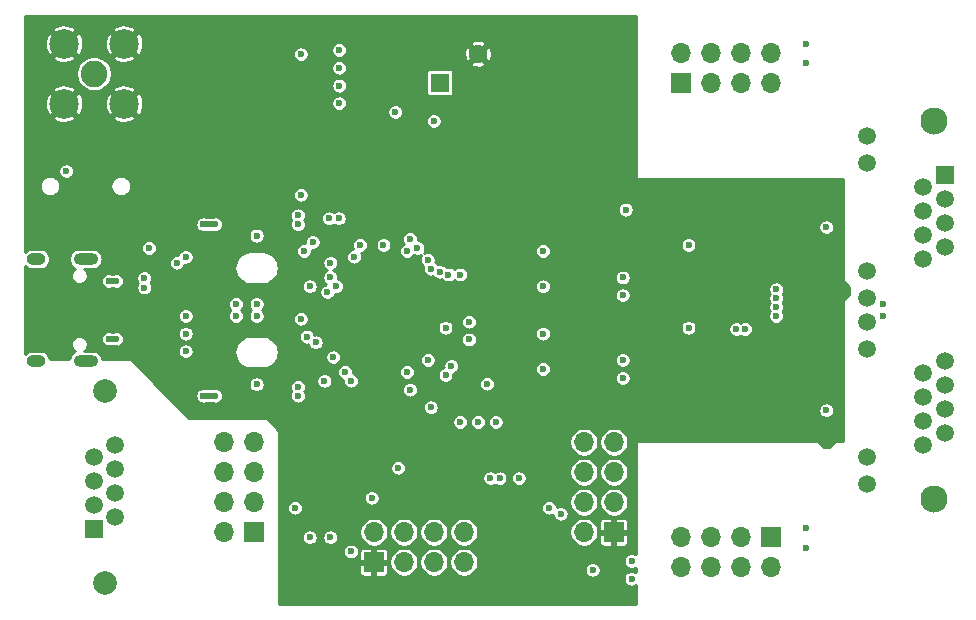
<source format=gbr>
G04 #@! TF.GenerationSoftware,KiCad,Pcbnew,5.1.5*
G04 #@! TF.CreationDate,2020-08-12T23:37:00+02:00*
G04 #@! TF.ProjectId,icE1usb,69634531-7573-4622-9e6b-696361645f70,rev?*
G04 #@! TF.SameCoordinates,Original*
G04 #@! TF.FileFunction,Copper,L2,Inr*
G04 #@! TF.FilePolarity,Positive*
%FSLAX46Y46*%
G04 Gerber Fmt 4.6, Leading zero omitted, Abs format (unit mm)*
G04 Created by KiCad (PCBNEW 5.1.5) date 2020-08-12 23:37:00*
%MOMM*%
%LPD*%
G04 APERTURE LIST*
%ADD10C,1.500000*%
%ADD11C,2.300000*%
%ADD12R,1.500000X1.500000*%
%ADD13C,1.600000*%
%ADD14R,1.600000X1.600000*%
%ADD15O,1.700000X1.700000*%
%ADD16R,1.700000X1.700000*%
%ADD17C,2.250000*%
%ADD18C,2.500000*%
%ADD19C,2.000000*%
%ADD20O,2.100000X1.000000*%
%ADD21O,1.600000X1.000000*%
%ADD22C,0.600000*%
%ADD23C,0.500000*%
%ADD24C,0.250000*%
G04 APERTURE END LIST*
D10*
X36000000Y-10411000D03*
X34220000Y-9395000D03*
X36000000Y-8379000D03*
X34220000Y-7363000D03*
X34220000Y-11427000D03*
X36000000Y-4315000D03*
X34220000Y-5331000D03*
X36000000Y-6347000D03*
X29400000Y-1015000D03*
X29400000Y-14735000D03*
X29400000Y-12445000D03*
X29400000Y-3305000D03*
X29400000Y1015000D03*
X29400000Y3305000D03*
X29400000Y12445000D03*
X29400000Y14735000D03*
D11*
X35110000Y16005000D03*
X35110000Y-15995000D03*
D10*
X34220000Y4323000D03*
X34220000Y6355000D03*
X34220000Y8387000D03*
X34220000Y10419000D03*
X36000000Y5339000D03*
X36000000Y7371000D03*
X36000000Y9403000D03*
D12*
X36000000Y11435000D03*
D13*
X-3500000Y21700000D03*
D14*
X-6750000Y19250000D03*
D15*
X5460000Y-11190000D03*
X8000000Y-11190000D03*
X5460000Y-13730000D03*
X8000000Y-13730000D03*
X5460000Y-16270000D03*
X8000000Y-16270000D03*
X5460000Y-18810000D03*
D16*
X8000000Y-18810000D03*
D15*
X-25020000Y-11190000D03*
X-22480000Y-11190000D03*
X-25020000Y-13730000D03*
X-22480000Y-13730000D03*
X-25020000Y-16270000D03*
X-22480000Y-16270000D03*
X-25020000Y-18810000D03*
D16*
X-22480000Y-18810000D03*
D17*
X-36000000Y20000000D03*
D18*
X-33460000Y22540000D03*
X-38540000Y22540000D03*
X-38540000Y17460000D03*
X-33460000Y17460000D03*
D15*
X13690000Y-21770000D03*
X13690000Y-19230000D03*
X16230000Y-21770000D03*
X16230000Y-19230000D03*
X18770000Y-21770000D03*
X18770000Y-19230000D03*
X21310000Y-21770000D03*
D16*
X21310000Y-19230000D03*
D15*
X21310000Y21770000D03*
X21310000Y19230000D03*
X18770000Y21770000D03*
X18770000Y19230000D03*
X16230000Y21770000D03*
X16230000Y19230000D03*
X13690000Y21770000D03*
D16*
X13690000Y19230000D03*
D15*
X-4700000Y-18810000D03*
X-4700000Y-21350000D03*
X-7240000Y-18810000D03*
X-7240000Y-21350000D03*
X-9780000Y-18810000D03*
X-9780000Y-21350000D03*
X-12320000Y-18810000D03*
D16*
X-12320000Y-21350000D03*
D19*
X-35110000Y-23140000D03*
X-35110000Y-6880000D03*
D10*
X-34220000Y-11430000D03*
X-34220000Y-13470000D03*
X-34220000Y-15510000D03*
X-34220000Y-17550000D03*
X-36000000Y-12450000D03*
X-36000000Y-14490000D03*
X-36000000Y-16530000D03*
D12*
X-36000000Y-18570000D03*
D20*
X-36720000Y-4320000D03*
X-36720000Y4320000D03*
D21*
X-40900000Y4320000D03*
X-40900000Y-4320000D03*
D22*
X-18500000Y21650000D03*
X-18500000Y9750000D03*
X-12500000Y-15905000D03*
X9500000Y-21250000D03*
X9500000Y-22750000D03*
X-9250000Y-6750000D03*
X-16000000Y-19250000D03*
X-14250000Y-20450000D03*
X3500000Y-17250000D03*
X2500000Y-16750000D03*
X-19000000Y-16750000D03*
X-19000000Y-20000000D03*
X-10250000Y-13365000D03*
X-12500000Y-12095000D03*
X-17750000Y-22000000D03*
X-17750000Y-19250000D03*
X-41000000Y9250000D03*
X-28250000Y-3500000D03*
X-28250000Y-2000000D03*
X-29000000Y4000000D03*
X-28250000Y4500000D03*
X-15750000Y-4000000D03*
X-16500000Y-6000000D03*
X-14750000Y-5250000D03*
X-9500000Y-5250000D03*
X-18000000Y-2250000D03*
X-17250000Y-2750000D03*
X-22250000Y6300000D03*
X-25750000Y7250000D03*
X-24250000Y7250000D03*
X-22500000Y7250000D03*
X-20250000Y7250000D03*
X-18750000Y7250000D03*
X-18750000Y8000000D03*
X-25750000Y-7250000D03*
X-24250000Y-7250000D03*
X-22500000Y-7250000D03*
X-18750000Y-6500000D03*
X-18750000Y-7250000D03*
X-20250000Y-7250000D03*
X26000000Y7000000D03*
X-12500000Y-1500000D03*
X-9500000Y-1500000D03*
X-9500000Y1500000D03*
X-12500000Y1500000D03*
X-9500000Y0D03*
X-11000000Y1500000D03*
X-11000000Y-1500000D03*
X-12500000Y0D03*
X-11000000Y0D03*
X-17500000Y5750000D03*
X-18250000Y5000000D03*
X-16000000Y4000000D03*
X-16000000Y4000000D03*
X-10500000Y16750000D03*
X-15250000Y22000000D03*
X-15250000Y20500000D03*
X-15250000Y19000000D03*
X-15250000Y17500000D03*
X-13500000Y16750000D03*
X-13500000Y19750000D03*
X-13500000Y21250000D03*
X-13500000Y18250000D03*
X-15750000Y12850000D03*
X-18250000Y12850000D03*
X-16100000Y7750000D03*
X-15300000Y7750000D03*
X-27750000Y19450000D03*
X-27750000Y21650000D03*
X-25250000Y21650000D03*
X-25250000Y19450000D03*
X-30000000Y18500000D03*
X-29250000Y16750000D03*
X6200000Y-22000000D03*
X-14000000Y4500000D03*
X-13500000Y5500000D03*
X-2500000Y10500000D03*
X-7250000Y16000000D03*
X-5750000Y16000000D03*
X-10500000Y10750000D03*
X-10500000Y9250000D03*
X-22250000Y-500000D03*
X-24000000Y-500000D03*
X-16250000Y1500000D03*
X-16000000Y2750000D03*
X-15500000Y2000000D03*
X-2450000Y-14250000D03*
X-1650000Y-14250000D03*
X-6250000Y-5500000D03*
X-2000000Y-9500000D03*
X-3500000Y-9500000D03*
X-6250000Y-12500000D03*
X-850000Y-14250000D03*
X750000Y-12500000D03*
X-5000000Y-9500000D03*
X-50000Y-14250000D03*
X-5000000Y3000000D03*
X-3500000Y3000000D03*
X-2750000Y-250000D03*
X-2750000Y-1750000D03*
X-19250000Y2750000D03*
X-19250000Y0D03*
X500000Y3500000D03*
X500000Y2000000D03*
X500000Y-5000000D03*
X500000Y-3500000D03*
X-34125000Y3250000D03*
X-34125000Y-3250000D03*
X-28250000Y3500000D03*
X-31750000Y-500000D03*
X-31750000Y-2000000D03*
X-31750000Y-3500000D03*
X30750000Y500000D03*
X19125000Y1625000D03*
X9000000Y11500000D03*
X9000000Y10000000D03*
X26000000Y-10000000D03*
X26000000Y-11500000D03*
X14325000Y1500000D03*
X14325000Y-5500000D03*
X18375000Y1625000D03*
X27750000Y1625000D03*
X25250000Y2275000D03*
X-34750000Y-3250000D03*
X-34750000Y3250000D03*
X-30000000Y4250000D03*
X-8500000Y-8250000D03*
X-2750000Y-4750000D03*
X-10250000Y-12095000D03*
X-9250000Y6000000D03*
X-8625000Y5250000D03*
X-9500000Y5000000D03*
X-22250000Y500000D03*
X-17750000Y2000000D03*
X-7750000Y-4250000D03*
X-7750000Y-4250000D03*
X-7750000Y-4250000D03*
X-7750000Y-4250000D03*
X9000000Y8500000D03*
X26000000Y-8500000D03*
X18375000Y-1625000D03*
X19125000Y-1625000D03*
X-24000000Y500000D03*
X14325000Y5500000D03*
X14325000Y-1500000D03*
X-14250000Y-6000000D03*
X-4250000Y-2500000D03*
X-5750000Y-4750000D03*
X-4250000Y-1000000D03*
X-18500000Y-750000D03*
X-2750000Y-6250000D03*
X-22250000Y-6300000D03*
X-34125000Y2450000D03*
X-34125000Y-2450000D03*
X-28250000Y-500000D03*
X-34750000Y-2450000D03*
X-34750000Y2450000D03*
X-26750000Y7250000D03*
X-26750000Y-7250000D03*
X24250000Y20875000D03*
X24250000Y22500000D03*
X24250000Y-20125000D03*
X24250000Y-18500000D03*
X21750000Y-500000D03*
X21750000Y1000000D03*
X21750000Y1750000D03*
X30750000Y-500000D03*
X-31750000Y2700000D03*
X-31350000Y5250000D03*
X-31750000Y1900000D03*
X-38350000Y11750000D03*
X2000000Y5000000D03*
X2000000Y-5000000D03*
X2000000Y2000000D03*
X2000000Y-2000000D03*
X-7500000Y-8250000D03*
X8750000Y2750000D03*
X-11500000Y5500000D03*
X-7500000Y3500000D03*
X8750000Y1250000D03*
X-6000000Y3000000D03*
X8750000Y-4250000D03*
X-7750000Y4250000D03*
X8750000Y-5750000D03*
X21750000Y250000D03*
X-6750000Y3250000D03*
X-6250000Y-1500000D03*
D23*
X-34750000Y2450000D02*
X-34125000Y2450000D01*
X-34750000Y-2450000D02*
X-34125000Y-2450000D01*
X-26750000Y-7250000D02*
X-25750000Y-7250000D01*
X-26750000Y7250000D02*
X-25750000Y7250000D01*
D24*
G36*
X9875000Y11250000D02*
G01*
X9877402Y11225614D01*
X9884515Y11202165D01*
X9896066Y11180554D01*
X9911612Y11161612D01*
X9930554Y11146066D01*
X9952165Y11134515D01*
X9975614Y11127402D01*
X10000000Y11125000D01*
X27375000Y11125000D01*
X27375000Y2500000D01*
X27377402Y2475614D01*
X27384515Y2452165D01*
X27396066Y2430554D01*
X27411612Y2411612D01*
X27875000Y1948224D01*
X27875000Y1301776D01*
X27411612Y838388D01*
X27396066Y819446D01*
X27384515Y797835D01*
X27377402Y774386D01*
X27375000Y750000D01*
X27375000Y-11125000D01*
X26750000Y-11125000D01*
X26725614Y-11127402D01*
X26702165Y-11134515D01*
X26680554Y-11146066D01*
X26661612Y-11161612D01*
X26198224Y-11625000D01*
X25801776Y-11625000D01*
X25338388Y-11161612D01*
X25319446Y-11146066D01*
X25297835Y-11134515D01*
X25274386Y-11127402D01*
X25250000Y-11125000D01*
X10000000Y-11125000D01*
X9975614Y-11127402D01*
X9952165Y-11134515D01*
X9930554Y-11146066D01*
X9911612Y-11161612D01*
X9896066Y-11180554D01*
X9884515Y-11202165D01*
X9877402Y-11225614D01*
X9875000Y-11250000D01*
X9875000Y-20688752D01*
X9819732Y-20651823D01*
X9696890Y-20600940D01*
X9566482Y-20575000D01*
X9433518Y-20575000D01*
X9303110Y-20600940D01*
X9180268Y-20651823D01*
X9069713Y-20725693D01*
X8975693Y-20819713D01*
X8901823Y-20930268D01*
X8850940Y-21053110D01*
X8825000Y-21183518D01*
X8825000Y-21316482D01*
X8850940Y-21446890D01*
X8901823Y-21569732D01*
X8975693Y-21680287D01*
X9069713Y-21774307D01*
X9180268Y-21848177D01*
X9303110Y-21899060D01*
X9433518Y-21925000D01*
X9566482Y-21925000D01*
X9696890Y-21899060D01*
X9819732Y-21848177D01*
X9875000Y-21811248D01*
X9875000Y-22188752D01*
X9819732Y-22151823D01*
X9696890Y-22100940D01*
X9566482Y-22075000D01*
X9433518Y-22075000D01*
X9303110Y-22100940D01*
X9180268Y-22151823D01*
X9069713Y-22225693D01*
X8975693Y-22319713D01*
X8901823Y-22430268D01*
X8850940Y-22553110D01*
X8825000Y-22683518D01*
X8825000Y-22816482D01*
X8850940Y-22946890D01*
X8901823Y-23069732D01*
X8975693Y-23180287D01*
X9069713Y-23274307D01*
X9180268Y-23348177D01*
X9303110Y-23399060D01*
X9433518Y-23425000D01*
X9566482Y-23425000D01*
X9696890Y-23399060D01*
X9819732Y-23348177D01*
X9875000Y-23311248D01*
X9875000Y-24875000D01*
X-20375000Y-24875000D01*
X-20375000Y-22200000D01*
X-13546814Y-22200000D01*
X-13539574Y-22273513D01*
X-13518131Y-22344200D01*
X-13483309Y-22409347D01*
X-13436448Y-22466448D01*
X-13379347Y-22513309D01*
X-13314200Y-22548131D01*
X-13243513Y-22569574D01*
X-13170000Y-22576814D01*
X-12538750Y-22575000D01*
X-12445000Y-22481250D01*
X-12445000Y-21475000D01*
X-12195000Y-21475000D01*
X-12195000Y-22481250D01*
X-12101250Y-22575000D01*
X-11470000Y-22576814D01*
X-11396487Y-22569574D01*
X-11325800Y-22548131D01*
X-11260653Y-22513309D01*
X-11203552Y-22466448D01*
X-11156691Y-22409347D01*
X-11121869Y-22344200D01*
X-11100426Y-22273513D01*
X-11093186Y-22200000D01*
X-11095000Y-21568750D01*
X-11188750Y-21475000D01*
X-12195000Y-21475000D01*
X-12445000Y-21475000D01*
X-13451250Y-21475000D01*
X-13545000Y-21568750D01*
X-13546814Y-22200000D01*
X-20375000Y-22200000D01*
X-20375000Y-21229348D01*
X-11005000Y-21229348D01*
X-11005000Y-21470652D01*
X-10957924Y-21707319D01*
X-10865581Y-21930255D01*
X-10731519Y-22130892D01*
X-10560892Y-22301519D01*
X-10360255Y-22435581D01*
X-10137319Y-22527924D01*
X-9900652Y-22575000D01*
X-9659348Y-22575000D01*
X-9422681Y-22527924D01*
X-9199745Y-22435581D01*
X-8999108Y-22301519D01*
X-8828481Y-22130892D01*
X-8694419Y-21930255D01*
X-8602076Y-21707319D01*
X-8555000Y-21470652D01*
X-8555000Y-21229348D01*
X-8465000Y-21229348D01*
X-8465000Y-21470652D01*
X-8417924Y-21707319D01*
X-8325581Y-21930255D01*
X-8191519Y-22130892D01*
X-8020892Y-22301519D01*
X-7820255Y-22435581D01*
X-7597319Y-22527924D01*
X-7360652Y-22575000D01*
X-7119348Y-22575000D01*
X-6882681Y-22527924D01*
X-6659745Y-22435581D01*
X-6459108Y-22301519D01*
X-6288481Y-22130892D01*
X-6154419Y-21930255D01*
X-6062076Y-21707319D01*
X-6015000Y-21470652D01*
X-6015000Y-21229348D01*
X-5925000Y-21229348D01*
X-5925000Y-21470652D01*
X-5877924Y-21707319D01*
X-5785581Y-21930255D01*
X-5651519Y-22130892D01*
X-5480892Y-22301519D01*
X-5280255Y-22435581D01*
X-5057319Y-22527924D01*
X-4820652Y-22575000D01*
X-4579348Y-22575000D01*
X-4342681Y-22527924D01*
X-4119745Y-22435581D01*
X-3919108Y-22301519D01*
X-3748481Y-22130892D01*
X-3616600Y-21933518D01*
X5525000Y-21933518D01*
X5525000Y-22066482D01*
X5550940Y-22196890D01*
X5601823Y-22319732D01*
X5675693Y-22430287D01*
X5769713Y-22524307D01*
X5880268Y-22598177D01*
X6003110Y-22649060D01*
X6133518Y-22675000D01*
X6266482Y-22675000D01*
X6396890Y-22649060D01*
X6519732Y-22598177D01*
X6630287Y-22524307D01*
X6724307Y-22430287D01*
X6798177Y-22319732D01*
X6849060Y-22196890D01*
X6875000Y-22066482D01*
X6875000Y-21933518D01*
X6849060Y-21803110D01*
X6798177Y-21680268D01*
X6724307Y-21569713D01*
X6630287Y-21475693D01*
X6519732Y-21401823D01*
X6396890Y-21350940D01*
X6266482Y-21325000D01*
X6133518Y-21325000D01*
X6003110Y-21350940D01*
X5880268Y-21401823D01*
X5769713Y-21475693D01*
X5675693Y-21569713D01*
X5601823Y-21680268D01*
X5550940Y-21803110D01*
X5525000Y-21933518D01*
X-3616600Y-21933518D01*
X-3614419Y-21930255D01*
X-3522076Y-21707319D01*
X-3475000Y-21470652D01*
X-3475000Y-21229348D01*
X-3522076Y-20992681D01*
X-3614419Y-20769745D01*
X-3748481Y-20569108D01*
X-3919108Y-20398481D01*
X-4119745Y-20264419D01*
X-4342681Y-20172076D01*
X-4579348Y-20125000D01*
X-4820652Y-20125000D01*
X-5057319Y-20172076D01*
X-5280255Y-20264419D01*
X-5480892Y-20398481D01*
X-5651519Y-20569108D01*
X-5785581Y-20769745D01*
X-5877924Y-20992681D01*
X-5925000Y-21229348D01*
X-6015000Y-21229348D01*
X-6062076Y-20992681D01*
X-6154419Y-20769745D01*
X-6288481Y-20569108D01*
X-6459108Y-20398481D01*
X-6659745Y-20264419D01*
X-6882681Y-20172076D01*
X-7119348Y-20125000D01*
X-7360652Y-20125000D01*
X-7597319Y-20172076D01*
X-7820255Y-20264419D01*
X-8020892Y-20398481D01*
X-8191519Y-20569108D01*
X-8325581Y-20769745D01*
X-8417924Y-20992681D01*
X-8465000Y-21229348D01*
X-8555000Y-21229348D01*
X-8602076Y-20992681D01*
X-8694419Y-20769745D01*
X-8828481Y-20569108D01*
X-8999108Y-20398481D01*
X-9199745Y-20264419D01*
X-9422681Y-20172076D01*
X-9659348Y-20125000D01*
X-9900652Y-20125000D01*
X-10137319Y-20172076D01*
X-10360255Y-20264419D01*
X-10560892Y-20398481D01*
X-10731519Y-20569108D01*
X-10865581Y-20769745D01*
X-10957924Y-20992681D01*
X-11005000Y-21229348D01*
X-20375000Y-21229348D01*
X-20375000Y-20383518D01*
X-14925000Y-20383518D01*
X-14925000Y-20516482D01*
X-14899060Y-20646890D01*
X-14848177Y-20769732D01*
X-14774307Y-20880287D01*
X-14680287Y-20974307D01*
X-14569732Y-21048177D01*
X-14446890Y-21099060D01*
X-14316482Y-21125000D01*
X-14183518Y-21125000D01*
X-14053110Y-21099060D01*
X-13930268Y-21048177D01*
X-13819713Y-20974307D01*
X-13725693Y-20880287D01*
X-13651823Y-20769732D01*
X-13600940Y-20646890D01*
X-13575000Y-20516482D01*
X-13575000Y-20500000D01*
X-13546814Y-20500000D01*
X-13545000Y-21131250D01*
X-13451250Y-21225000D01*
X-12445000Y-21225000D01*
X-12445000Y-20218750D01*
X-12195000Y-20218750D01*
X-12195000Y-21225000D01*
X-11188750Y-21225000D01*
X-11095000Y-21131250D01*
X-11093186Y-20500000D01*
X-11100426Y-20426487D01*
X-11121869Y-20355800D01*
X-11156691Y-20290653D01*
X-11203552Y-20233552D01*
X-11260653Y-20186691D01*
X-11325800Y-20151869D01*
X-11396487Y-20130426D01*
X-11470000Y-20123186D01*
X-12101250Y-20125000D01*
X-12195000Y-20218750D01*
X-12445000Y-20218750D01*
X-12538750Y-20125000D01*
X-13170000Y-20123186D01*
X-13243513Y-20130426D01*
X-13314200Y-20151869D01*
X-13379347Y-20186691D01*
X-13436448Y-20233552D01*
X-13483309Y-20290653D01*
X-13518131Y-20355800D01*
X-13539574Y-20426487D01*
X-13546814Y-20500000D01*
X-13575000Y-20500000D01*
X-13575000Y-20383518D01*
X-13600940Y-20253110D01*
X-13651823Y-20130268D01*
X-13725693Y-20019713D01*
X-13819713Y-19925693D01*
X-13930268Y-19851823D01*
X-14053110Y-19800940D01*
X-14183518Y-19775000D01*
X-14316482Y-19775000D01*
X-14446890Y-19800940D01*
X-14569732Y-19851823D01*
X-14680287Y-19925693D01*
X-14774307Y-20019713D01*
X-14848177Y-20130268D01*
X-14899060Y-20253110D01*
X-14925000Y-20383518D01*
X-20375000Y-20383518D01*
X-20375000Y-19183518D01*
X-18425000Y-19183518D01*
X-18425000Y-19316482D01*
X-18399060Y-19446890D01*
X-18348177Y-19569732D01*
X-18274307Y-19680287D01*
X-18180287Y-19774307D01*
X-18069732Y-19848177D01*
X-17946890Y-19899060D01*
X-17816482Y-19925000D01*
X-17683518Y-19925000D01*
X-17553110Y-19899060D01*
X-17430268Y-19848177D01*
X-17319713Y-19774307D01*
X-17225693Y-19680287D01*
X-17151823Y-19569732D01*
X-17100940Y-19446890D01*
X-17075000Y-19316482D01*
X-17075000Y-19183518D01*
X-16675000Y-19183518D01*
X-16675000Y-19316482D01*
X-16649060Y-19446890D01*
X-16598177Y-19569732D01*
X-16524307Y-19680287D01*
X-16430287Y-19774307D01*
X-16319732Y-19848177D01*
X-16196890Y-19899060D01*
X-16066482Y-19925000D01*
X-15933518Y-19925000D01*
X-15803110Y-19899060D01*
X-15680268Y-19848177D01*
X-15569713Y-19774307D01*
X-15475693Y-19680287D01*
X-15401823Y-19569732D01*
X-15350940Y-19446890D01*
X-15325000Y-19316482D01*
X-15325000Y-19183518D01*
X-15350940Y-19053110D01*
X-15401823Y-18930268D01*
X-15475693Y-18819713D01*
X-15569713Y-18725693D01*
X-15624107Y-18689348D01*
X-13545000Y-18689348D01*
X-13545000Y-18930652D01*
X-13497924Y-19167319D01*
X-13405581Y-19390255D01*
X-13271519Y-19590892D01*
X-13100892Y-19761519D01*
X-12900255Y-19895581D01*
X-12677319Y-19987924D01*
X-12440652Y-20035000D01*
X-12199348Y-20035000D01*
X-11962681Y-19987924D01*
X-11739745Y-19895581D01*
X-11539108Y-19761519D01*
X-11368481Y-19590892D01*
X-11234419Y-19390255D01*
X-11142076Y-19167319D01*
X-11095000Y-18930652D01*
X-11095000Y-18689348D01*
X-11005000Y-18689348D01*
X-11005000Y-18930652D01*
X-10957924Y-19167319D01*
X-10865581Y-19390255D01*
X-10731519Y-19590892D01*
X-10560892Y-19761519D01*
X-10360255Y-19895581D01*
X-10137319Y-19987924D01*
X-9900652Y-20035000D01*
X-9659348Y-20035000D01*
X-9422681Y-19987924D01*
X-9199745Y-19895581D01*
X-8999108Y-19761519D01*
X-8828481Y-19590892D01*
X-8694419Y-19390255D01*
X-8602076Y-19167319D01*
X-8555000Y-18930652D01*
X-8555000Y-18689348D01*
X-8465000Y-18689348D01*
X-8465000Y-18930652D01*
X-8417924Y-19167319D01*
X-8325581Y-19390255D01*
X-8191519Y-19590892D01*
X-8020892Y-19761519D01*
X-7820255Y-19895581D01*
X-7597319Y-19987924D01*
X-7360652Y-20035000D01*
X-7119348Y-20035000D01*
X-6882681Y-19987924D01*
X-6659745Y-19895581D01*
X-6459108Y-19761519D01*
X-6288481Y-19590892D01*
X-6154419Y-19390255D01*
X-6062076Y-19167319D01*
X-6015000Y-18930652D01*
X-6015000Y-18689348D01*
X-5925000Y-18689348D01*
X-5925000Y-18930652D01*
X-5877924Y-19167319D01*
X-5785581Y-19390255D01*
X-5651519Y-19590892D01*
X-5480892Y-19761519D01*
X-5280255Y-19895581D01*
X-5057319Y-19987924D01*
X-4820652Y-20035000D01*
X-4579348Y-20035000D01*
X-4342681Y-19987924D01*
X-4119745Y-19895581D01*
X-3919108Y-19761519D01*
X-3748481Y-19590892D01*
X-3614419Y-19390255D01*
X-3522076Y-19167319D01*
X-3475000Y-18930652D01*
X-3475000Y-18689348D01*
X4235000Y-18689348D01*
X4235000Y-18930652D01*
X4282076Y-19167319D01*
X4374419Y-19390255D01*
X4508481Y-19590892D01*
X4679108Y-19761519D01*
X4879745Y-19895581D01*
X5102681Y-19987924D01*
X5339348Y-20035000D01*
X5580652Y-20035000D01*
X5817319Y-19987924D01*
X6040255Y-19895581D01*
X6240892Y-19761519D01*
X6342411Y-19660000D01*
X6773186Y-19660000D01*
X6780426Y-19733513D01*
X6801869Y-19804200D01*
X6836691Y-19869347D01*
X6883552Y-19926448D01*
X6940653Y-19973309D01*
X7005800Y-20008131D01*
X7076487Y-20029574D01*
X7150000Y-20036814D01*
X7781250Y-20035000D01*
X7875000Y-19941250D01*
X7875000Y-18935000D01*
X8125000Y-18935000D01*
X8125000Y-19941250D01*
X8218750Y-20035000D01*
X8850000Y-20036814D01*
X8923513Y-20029574D01*
X8994200Y-20008131D01*
X9059347Y-19973309D01*
X9116448Y-19926448D01*
X9163309Y-19869347D01*
X9198131Y-19804200D01*
X9219574Y-19733513D01*
X9226814Y-19660000D01*
X9225000Y-19028750D01*
X9131250Y-18935000D01*
X8125000Y-18935000D01*
X7875000Y-18935000D01*
X6868750Y-18935000D01*
X6775000Y-19028750D01*
X6773186Y-19660000D01*
X6342411Y-19660000D01*
X6411519Y-19590892D01*
X6545581Y-19390255D01*
X6637924Y-19167319D01*
X6685000Y-18930652D01*
X6685000Y-18689348D01*
X6637924Y-18452681D01*
X6545581Y-18229745D01*
X6411519Y-18029108D01*
X6342411Y-17960000D01*
X6773186Y-17960000D01*
X6775000Y-18591250D01*
X6868750Y-18685000D01*
X7875000Y-18685000D01*
X7875000Y-17678750D01*
X8125000Y-17678750D01*
X8125000Y-18685000D01*
X9131250Y-18685000D01*
X9225000Y-18591250D01*
X9226814Y-17960000D01*
X9219574Y-17886487D01*
X9198131Y-17815800D01*
X9163309Y-17750653D01*
X9116448Y-17693552D01*
X9059347Y-17646691D01*
X8994200Y-17611869D01*
X8923513Y-17590426D01*
X8850000Y-17583186D01*
X8218750Y-17585000D01*
X8125000Y-17678750D01*
X7875000Y-17678750D01*
X7781250Y-17585000D01*
X7150000Y-17583186D01*
X7076487Y-17590426D01*
X7005800Y-17611869D01*
X6940653Y-17646691D01*
X6883552Y-17693552D01*
X6836691Y-17750653D01*
X6801869Y-17815800D01*
X6780426Y-17886487D01*
X6773186Y-17960000D01*
X6342411Y-17960000D01*
X6240892Y-17858481D01*
X6040255Y-17724419D01*
X5817319Y-17632076D01*
X5580652Y-17585000D01*
X5339348Y-17585000D01*
X5102681Y-17632076D01*
X4879745Y-17724419D01*
X4679108Y-17858481D01*
X4508481Y-18029108D01*
X4374419Y-18229745D01*
X4282076Y-18452681D01*
X4235000Y-18689348D01*
X-3475000Y-18689348D01*
X-3522076Y-18452681D01*
X-3614419Y-18229745D01*
X-3748481Y-18029108D01*
X-3919108Y-17858481D01*
X-4119745Y-17724419D01*
X-4342681Y-17632076D01*
X-4579348Y-17585000D01*
X-4820652Y-17585000D01*
X-5057319Y-17632076D01*
X-5280255Y-17724419D01*
X-5480892Y-17858481D01*
X-5651519Y-18029108D01*
X-5785581Y-18229745D01*
X-5877924Y-18452681D01*
X-5925000Y-18689348D01*
X-6015000Y-18689348D01*
X-6062076Y-18452681D01*
X-6154419Y-18229745D01*
X-6288481Y-18029108D01*
X-6459108Y-17858481D01*
X-6659745Y-17724419D01*
X-6882681Y-17632076D01*
X-7119348Y-17585000D01*
X-7360652Y-17585000D01*
X-7597319Y-17632076D01*
X-7820255Y-17724419D01*
X-8020892Y-17858481D01*
X-8191519Y-18029108D01*
X-8325581Y-18229745D01*
X-8417924Y-18452681D01*
X-8465000Y-18689348D01*
X-8555000Y-18689348D01*
X-8602076Y-18452681D01*
X-8694419Y-18229745D01*
X-8828481Y-18029108D01*
X-8999108Y-17858481D01*
X-9199745Y-17724419D01*
X-9422681Y-17632076D01*
X-9659348Y-17585000D01*
X-9900652Y-17585000D01*
X-10137319Y-17632076D01*
X-10360255Y-17724419D01*
X-10560892Y-17858481D01*
X-10731519Y-18029108D01*
X-10865581Y-18229745D01*
X-10957924Y-18452681D01*
X-11005000Y-18689348D01*
X-11095000Y-18689348D01*
X-11142076Y-18452681D01*
X-11234419Y-18229745D01*
X-11368481Y-18029108D01*
X-11539108Y-17858481D01*
X-11739745Y-17724419D01*
X-11962681Y-17632076D01*
X-12199348Y-17585000D01*
X-12440652Y-17585000D01*
X-12677319Y-17632076D01*
X-12900255Y-17724419D01*
X-13100892Y-17858481D01*
X-13271519Y-18029108D01*
X-13405581Y-18229745D01*
X-13497924Y-18452681D01*
X-13545000Y-18689348D01*
X-15624107Y-18689348D01*
X-15680268Y-18651823D01*
X-15803110Y-18600940D01*
X-15933518Y-18575000D01*
X-16066482Y-18575000D01*
X-16196890Y-18600940D01*
X-16319732Y-18651823D01*
X-16430287Y-18725693D01*
X-16524307Y-18819713D01*
X-16598177Y-18930268D01*
X-16649060Y-19053110D01*
X-16675000Y-19183518D01*
X-17075000Y-19183518D01*
X-17100940Y-19053110D01*
X-17151823Y-18930268D01*
X-17225693Y-18819713D01*
X-17319713Y-18725693D01*
X-17430268Y-18651823D01*
X-17553110Y-18600940D01*
X-17683518Y-18575000D01*
X-17816482Y-18575000D01*
X-17946890Y-18600940D01*
X-18069732Y-18651823D01*
X-18180287Y-18725693D01*
X-18274307Y-18819713D01*
X-18348177Y-18930268D01*
X-18399060Y-19053110D01*
X-18425000Y-19183518D01*
X-20375000Y-19183518D01*
X-20375000Y-16683518D01*
X-19675000Y-16683518D01*
X-19675000Y-16816482D01*
X-19649060Y-16946890D01*
X-19598177Y-17069732D01*
X-19524307Y-17180287D01*
X-19430287Y-17274307D01*
X-19319732Y-17348177D01*
X-19196890Y-17399060D01*
X-19066482Y-17425000D01*
X-18933518Y-17425000D01*
X-18803110Y-17399060D01*
X-18680268Y-17348177D01*
X-18569713Y-17274307D01*
X-18475693Y-17180287D01*
X-18401823Y-17069732D01*
X-18350940Y-16946890D01*
X-18325000Y-16816482D01*
X-18325000Y-16683518D01*
X1825000Y-16683518D01*
X1825000Y-16816482D01*
X1850940Y-16946890D01*
X1901823Y-17069732D01*
X1975693Y-17180287D01*
X2069713Y-17274307D01*
X2180268Y-17348177D01*
X2303110Y-17399060D01*
X2433518Y-17425000D01*
X2566482Y-17425000D01*
X2696890Y-17399060D01*
X2819732Y-17348177D01*
X2829947Y-17341352D01*
X2850940Y-17446890D01*
X2901823Y-17569732D01*
X2975693Y-17680287D01*
X3069713Y-17774307D01*
X3180268Y-17848177D01*
X3303110Y-17899060D01*
X3433518Y-17925000D01*
X3566482Y-17925000D01*
X3696890Y-17899060D01*
X3819732Y-17848177D01*
X3930287Y-17774307D01*
X4024307Y-17680287D01*
X4098177Y-17569732D01*
X4149060Y-17446890D01*
X4175000Y-17316482D01*
X4175000Y-17183518D01*
X4149060Y-17053110D01*
X4098177Y-16930268D01*
X4024307Y-16819713D01*
X3930287Y-16725693D01*
X3819732Y-16651823D01*
X3696890Y-16600940D01*
X3566482Y-16575000D01*
X3433518Y-16575000D01*
X3303110Y-16600940D01*
X3180268Y-16651823D01*
X3170053Y-16658648D01*
X3149060Y-16553110D01*
X3098177Y-16430268D01*
X3024307Y-16319713D01*
X2930287Y-16225693D01*
X2819732Y-16151823D01*
X2813757Y-16149348D01*
X4235000Y-16149348D01*
X4235000Y-16390652D01*
X4282076Y-16627319D01*
X4374419Y-16850255D01*
X4508481Y-17050892D01*
X4679108Y-17221519D01*
X4879745Y-17355581D01*
X5102681Y-17447924D01*
X5339348Y-17495000D01*
X5580652Y-17495000D01*
X5817319Y-17447924D01*
X6040255Y-17355581D01*
X6240892Y-17221519D01*
X6411519Y-17050892D01*
X6545581Y-16850255D01*
X6637924Y-16627319D01*
X6685000Y-16390652D01*
X6685000Y-16149348D01*
X6775000Y-16149348D01*
X6775000Y-16390652D01*
X6822076Y-16627319D01*
X6914419Y-16850255D01*
X7048481Y-17050892D01*
X7219108Y-17221519D01*
X7419745Y-17355581D01*
X7642681Y-17447924D01*
X7879348Y-17495000D01*
X8120652Y-17495000D01*
X8357319Y-17447924D01*
X8580255Y-17355581D01*
X8780892Y-17221519D01*
X8951519Y-17050892D01*
X9085581Y-16850255D01*
X9177924Y-16627319D01*
X9225000Y-16390652D01*
X9225000Y-16149348D01*
X9177924Y-15912681D01*
X9085581Y-15689745D01*
X8951519Y-15489108D01*
X8780892Y-15318481D01*
X8580255Y-15184419D01*
X8357319Y-15092076D01*
X8120652Y-15045000D01*
X7879348Y-15045000D01*
X7642681Y-15092076D01*
X7419745Y-15184419D01*
X7219108Y-15318481D01*
X7048481Y-15489108D01*
X6914419Y-15689745D01*
X6822076Y-15912681D01*
X6775000Y-16149348D01*
X6685000Y-16149348D01*
X6637924Y-15912681D01*
X6545581Y-15689745D01*
X6411519Y-15489108D01*
X6240892Y-15318481D01*
X6040255Y-15184419D01*
X5817319Y-15092076D01*
X5580652Y-15045000D01*
X5339348Y-15045000D01*
X5102681Y-15092076D01*
X4879745Y-15184419D01*
X4679108Y-15318481D01*
X4508481Y-15489108D01*
X4374419Y-15689745D01*
X4282076Y-15912681D01*
X4235000Y-16149348D01*
X2813757Y-16149348D01*
X2696890Y-16100940D01*
X2566482Y-16075000D01*
X2433518Y-16075000D01*
X2303110Y-16100940D01*
X2180268Y-16151823D01*
X2069713Y-16225693D01*
X1975693Y-16319713D01*
X1901823Y-16430268D01*
X1850940Y-16553110D01*
X1825000Y-16683518D01*
X-18325000Y-16683518D01*
X-18350940Y-16553110D01*
X-18401823Y-16430268D01*
X-18475693Y-16319713D01*
X-18569713Y-16225693D01*
X-18680268Y-16151823D01*
X-18803110Y-16100940D01*
X-18933518Y-16075000D01*
X-19066482Y-16075000D01*
X-19196890Y-16100940D01*
X-19319732Y-16151823D01*
X-19430287Y-16225693D01*
X-19524307Y-16319713D01*
X-19598177Y-16430268D01*
X-19649060Y-16553110D01*
X-19675000Y-16683518D01*
X-20375000Y-16683518D01*
X-20375000Y-15838518D01*
X-13175000Y-15838518D01*
X-13175000Y-15971482D01*
X-13149060Y-16101890D01*
X-13098177Y-16224732D01*
X-13024307Y-16335287D01*
X-12930287Y-16429307D01*
X-12819732Y-16503177D01*
X-12696890Y-16554060D01*
X-12566482Y-16580000D01*
X-12433518Y-16580000D01*
X-12303110Y-16554060D01*
X-12180268Y-16503177D01*
X-12069713Y-16429307D01*
X-11975693Y-16335287D01*
X-11901823Y-16224732D01*
X-11850940Y-16101890D01*
X-11825000Y-15971482D01*
X-11825000Y-15838518D01*
X-11850940Y-15708110D01*
X-11901823Y-15585268D01*
X-11975693Y-15474713D01*
X-12069713Y-15380693D01*
X-12180268Y-15306823D01*
X-12303110Y-15255940D01*
X-12433518Y-15230000D01*
X-12566482Y-15230000D01*
X-12696890Y-15255940D01*
X-12819732Y-15306823D01*
X-12930287Y-15380693D01*
X-13024307Y-15474713D01*
X-13098177Y-15585268D01*
X-13149060Y-15708110D01*
X-13175000Y-15838518D01*
X-20375000Y-15838518D01*
X-20375000Y-14183518D01*
X-3125000Y-14183518D01*
X-3125000Y-14316482D01*
X-3099060Y-14446890D01*
X-3048177Y-14569732D01*
X-2974307Y-14680287D01*
X-2880287Y-14774307D01*
X-2769732Y-14848177D01*
X-2646890Y-14899060D01*
X-2516482Y-14925000D01*
X-2383518Y-14925000D01*
X-2253110Y-14899060D01*
X-2130268Y-14848177D01*
X-2050000Y-14794544D01*
X-1969732Y-14848177D01*
X-1846890Y-14899060D01*
X-1716482Y-14925000D01*
X-1583518Y-14925000D01*
X-1453110Y-14899060D01*
X-1330268Y-14848177D01*
X-1219713Y-14774307D01*
X-1125693Y-14680287D01*
X-1051823Y-14569732D01*
X-1000940Y-14446890D01*
X-975000Y-14316482D01*
X-975000Y-14183518D01*
X-725000Y-14183518D01*
X-725000Y-14316482D01*
X-699060Y-14446890D01*
X-648177Y-14569732D01*
X-574307Y-14680287D01*
X-480287Y-14774307D01*
X-369732Y-14848177D01*
X-246890Y-14899060D01*
X-116482Y-14925000D01*
X16482Y-14925000D01*
X146890Y-14899060D01*
X269732Y-14848177D01*
X380287Y-14774307D01*
X474307Y-14680287D01*
X548177Y-14569732D01*
X599060Y-14446890D01*
X625000Y-14316482D01*
X625000Y-14183518D01*
X599060Y-14053110D01*
X548177Y-13930268D01*
X474307Y-13819713D01*
X380287Y-13725693D01*
X269732Y-13651823D01*
X167189Y-13609348D01*
X4235000Y-13609348D01*
X4235000Y-13850652D01*
X4282076Y-14087319D01*
X4374419Y-14310255D01*
X4508481Y-14510892D01*
X4679108Y-14681519D01*
X4879745Y-14815581D01*
X5102681Y-14907924D01*
X5339348Y-14955000D01*
X5580652Y-14955000D01*
X5817319Y-14907924D01*
X6040255Y-14815581D01*
X6240892Y-14681519D01*
X6411519Y-14510892D01*
X6545581Y-14310255D01*
X6637924Y-14087319D01*
X6685000Y-13850652D01*
X6685000Y-13609348D01*
X6775000Y-13609348D01*
X6775000Y-13850652D01*
X6822076Y-14087319D01*
X6914419Y-14310255D01*
X7048481Y-14510892D01*
X7219108Y-14681519D01*
X7419745Y-14815581D01*
X7642681Y-14907924D01*
X7879348Y-14955000D01*
X8120652Y-14955000D01*
X8357319Y-14907924D01*
X8580255Y-14815581D01*
X8780892Y-14681519D01*
X8951519Y-14510892D01*
X9085581Y-14310255D01*
X9177924Y-14087319D01*
X9225000Y-13850652D01*
X9225000Y-13609348D01*
X9177924Y-13372681D01*
X9085581Y-13149745D01*
X8951519Y-12949108D01*
X8780892Y-12778481D01*
X8580255Y-12644419D01*
X8357319Y-12552076D01*
X8120652Y-12505000D01*
X7879348Y-12505000D01*
X7642681Y-12552076D01*
X7419745Y-12644419D01*
X7219108Y-12778481D01*
X7048481Y-12949108D01*
X6914419Y-13149745D01*
X6822076Y-13372681D01*
X6775000Y-13609348D01*
X6685000Y-13609348D01*
X6637924Y-13372681D01*
X6545581Y-13149745D01*
X6411519Y-12949108D01*
X6240892Y-12778481D01*
X6040255Y-12644419D01*
X5817319Y-12552076D01*
X5580652Y-12505000D01*
X5339348Y-12505000D01*
X5102681Y-12552076D01*
X4879745Y-12644419D01*
X4679108Y-12778481D01*
X4508481Y-12949108D01*
X4374419Y-13149745D01*
X4282076Y-13372681D01*
X4235000Y-13609348D01*
X167189Y-13609348D01*
X146890Y-13600940D01*
X16482Y-13575000D01*
X-116482Y-13575000D01*
X-246890Y-13600940D01*
X-369732Y-13651823D01*
X-480287Y-13725693D01*
X-574307Y-13819713D01*
X-648177Y-13930268D01*
X-699060Y-14053110D01*
X-725000Y-14183518D01*
X-975000Y-14183518D01*
X-1000940Y-14053110D01*
X-1051823Y-13930268D01*
X-1125693Y-13819713D01*
X-1219713Y-13725693D01*
X-1330268Y-13651823D01*
X-1453110Y-13600940D01*
X-1583518Y-13575000D01*
X-1716482Y-13575000D01*
X-1846890Y-13600940D01*
X-1969732Y-13651823D01*
X-2050000Y-13705456D01*
X-2130268Y-13651823D01*
X-2253110Y-13600940D01*
X-2383518Y-13575000D01*
X-2516482Y-13575000D01*
X-2646890Y-13600940D01*
X-2769732Y-13651823D01*
X-2880287Y-13725693D01*
X-2974307Y-13819713D01*
X-3048177Y-13930268D01*
X-3099060Y-14053110D01*
X-3125000Y-14183518D01*
X-20375000Y-14183518D01*
X-20375000Y-13298518D01*
X-10925000Y-13298518D01*
X-10925000Y-13431482D01*
X-10899060Y-13561890D01*
X-10848177Y-13684732D01*
X-10774307Y-13795287D01*
X-10680287Y-13889307D01*
X-10569732Y-13963177D01*
X-10446890Y-14014060D01*
X-10316482Y-14040000D01*
X-10183518Y-14040000D01*
X-10053110Y-14014060D01*
X-9930268Y-13963177D01*
X-9819713Y-13889307D01*
X-9725693Y-13795287D01*
X-9651823Y-13684732D01*
X-9600940Y-13561890D01*
X-9575000Y-13431482D01*
X-9575000Y-13298518D01*
X-9600940Y-13168110D01*
X-9651823Y-13045268D01*
X-9725693Y-12934713D01*
X-9819713Y-12840693D01*
X-9930268Y-12766823D01*
X-10053110Y-12715940D01*
X-10183518Y-12690000D01*
X-10316482Y-12690000D01*
X-10446890Y-12715940D01*
X-10569732Y-12766823D01*
X-10680287Y-12840693D01*
X-10774307Y-12934713D01*
X-10848177Y-13045268D01*
X-10899060Y-13168110D01*
X-10925000Y-13298518D01*
X-20375000Y-13298518D01*
X-20375000Y-11069348D01*
X4235000Y-11069348D01*
X4235000Y-11310652D01*
X4282076Y-11547319D01*
X4374419Y-11770255D01*
X4508481Y-11970892D01*
X4679108Y-12141519D01*
X4879745Y-12275581D01*
X5102681Y-12367924D01*
X5339348Y-12415000D01*
X5580652Y-12415000D01*
X5817319Y-12367924D01*
X6040255Y-12275581D01*
X6240892Y-12141519D01*
X6411519Y-11970892D01*
X6545581Y-11770255D01*
X6637924Y-11547319D01*
X6685000Y-11310652D01*
X6685000Y-11069348D01*
X6775000Y-11069348D01*
X6775000Y-11310652D01*
X6822076Y-11547319D01*
X6914419Y-11770255D01*
X7048481Y-11970892D01*
X7219108Y-12141519D01*
X7419745Y-12275581D01*
X7642681Y-12367924D01*
X7879348Y-12415000D01*
X8120652Y-12415000D01*
X8357319Y-12367924D01*
X8580255Y-12275581D01*
X8780892Y-12141519D01*
X8951519Y-11970892D01*
X9085581Y-11770255D01*
X9177924Y-11547319D01*
X9225000Y-11310652D01*
X9225000Y-11069348D01*
X9177924Y-10832681D01*
X9085581Y-10609745D01*
X8951519Y-10409108D01*
X8780892Y-10238481D01*
X8580255Y-10104419D01*
X8357319Y-10012076D01*
X8120652Y-9965000D01*
X7879348Y-9965000D01*
X7642681Y-10012076D01*
X7419745Y-10104419D01*
X7219108Y-10238481D01*
X7048481Y-10409108D01*
X6914419Y-10609745D01*
X6822076Y-10832681D01*
X6775000Y-11069348D01*
X6685000Y-11069348D01*
X6637924Y-10832681D01*
X6545581Y-10609745D01*
X6411519Y-10409108D01*
X6240892Y-10238481D01*
X6040255Y-10104419D01*
X5817319Y-10012076D01*
X5580652Y-9965000D01*
X5339348Y-9965000D01*
X5102681Y-10012076D01*
X4879745Y-10104419D01*
X4679108Y-10238481D01*
X4508481Y-10409108D01*
X4374419Y-10609745D01*
X4282076Y-10832681D01*
X4235000Y-11069348D01*
X-20375000Y-11069348D01*
X-20375000Y-10250000D01*
X-20377402Y-10225614D01*
X-20384515Y-10202165D01*
X-20396066Y-10180554D01*
X-20411612Y-10161612D01*
X-21139706Y-9433518D01*
X-5675000Y-9433518D01*
X-5675000Y-9566482D01*
X-5649060Y-9696890D01*
X-5598177Y-9819732D01*
X-5524307Y-9930287D01*
X-5430287Y-10024307D01*
X-5319732Y-10098177D01*
X-5196890Y-10149060D01*
X-5066482Y-10175000D01*
X-4933518Y-10175000D01*
X-4803110Y-10149060D01*
X-4680268Y-10098177D01*
X-4569713Y-10024307D01*
X-4475693Y-9930287D01*
X-4401823Y-9819732D01*
X-4350940Y-9696890D01*
X-4325000Y-9566482D01*
X-4325000Y-9433518D01*
X-4175000Y-9433518D01*
X-4175000Y-9566482D01*
X-4149060Y-9696890D01*
X-4098177Y-9819732D01*
X-4024307Y-9930287D01*
X-3930287Y-10024307D01*
X-3819732Y-10098177D01*
X-3696890Y-10149060D01*
X-3566482Y-10175000D01*
X-3433518Y-10175000D01*
X-3303110Y-10149060D01*
X-3180268Y-10098177D01*
X-3069713Y-10024307D01*
X-2975693Y-9930287D01*
X-2901823Y-9819732D01*
X-2850940Y-9696890D01*
X-2825000Y-9566482D01*
X-2825000Y-9433518D01*
X-2675000Y-9433518D01*
X-2675000Y-9566482D01*
X-2649060Y-9696890D01*
X-2598177Y-9819732D01*
X-2524307Y-9930287D01*
X-2430287Y-10024307D01*
X-2319732Y-10098177D01*
X-2196890Y-10149060D01*
X-2066482Y-10175000D01*
X-1933518Y-10175000D01*
X-1803110Y-10149060D01*
X-1680268Y-10098177D01*
X-1569713Y-10024307D01*
X-1475693Y-9930287D01*
X-1401823Y-9819732D01*
X-1350940Y-9696890D01*
X-1325000Y-9566482D01*
X-1325000Y-9433518D01*
X-1350940Y-9303110D01*
X-1401823Y-9180268D01*
X-1475693Y-9069713D01*
X-1569713Y-8975693D01*
X-1680268Y-8901823D01*
X-1803110Y-8850940D01*
X-1933518Y-8825000D01*
X-2066482Y-8825000D01*
X-2196890Y-8850940D01*
X-2319732Y-8901823D01*
X-2430287Y-8975693D01*
X-2524307Y-9069713D01*
X-2598177Y-9180268D01*
X-2649060Y-9303110D01*
X-2675000Y-9433518D01*
X-2825000Y-9433518D01*
X-2850940Y-9303110D01*
X-2901823Y-9180268D01*
X-2975693Y-9069713D01*
X-3069713Y-8975693D01*
X-3180268Y-8901823D01*
X-3303110Y-8850940D01*
X-3433518Y-8825000D01*
X-3566482Y-8825000D01*
X-3696890Y-8850940D01*
X-3819732Y-8901823D01*
X-3930287Y-8975693D01*
X-4024307Y-9069713D01*
X-4098177Y-9180268D01*
X-4149060Y-9303110D01*
X-4175000Y-9433518D01*
X-4325000Y-9433518D01*
X-4350940Y-9303110D01*
X-4401823Y-9180268D01*
X-4475693Y-9069713D01*
X-4569713Y-8975693D01*
X-4680268Y-8901823D01*
X-4803110Y-8850940D01*
X-4933518Y-8825000D01*
X-5066482Y-8825000D01*
X-5196890Y-8850940D01*
X-5319732Y-8901823D01*
X-5430287Y-8975693D01*
X-5524307Y-9069713D01*
X-5598177Y-9180268D01*
X-5649060Y-9303110D01*
X-5675000Y-9433518D01*
X-21139706Y-9433518D01*
X-21411612Y-9161612D01*
X-21430554Y-9146066D01*
X-21452165Y-9134515D01*
X-21475614Y-9127402D01*
X-21500000Y-9125000D01*
X-27948224Y-9125000D01*
X-28889706Y-8183518D01*
X-8175000Y-8183518D01*
X-8175000Y-8316482D01*
X-8149060Y-8446890D01*
X-8098177Y-8569732D01*
X-8024307Y-8680287D01*
X-7930287Y-8774307D01*
X-7819732Y-8848177D01*
X-7696890Y-8899060D01*
X-7566482Y-8925000D01*
X-7433518Y-8925000D01*
X-7303110Y-8899060D01*
X-7180268Y-8848177D01*
X-7069713Y-8774307D01*
X-6975693Y-8680287D01*
X-6901823Y-8569732D01*
X-6850940Y-8446890D01*
X-6848281Y-8433518D01*
X25325000Y-8433518D01*
X25325000Y-8566482D01*
X25350940Y-8696890D01*
X25401823Y-8819732D01*
X25475693Y-8930287D01*
X25569713Y-9024307D01*
X25680268Y-9098177D01*
X25803110Y-9149060D01*
X25933518Y-9175000D01*
X26066482Y-9175000D01*
X26196890Y-9149060D01*
X26319732Y-9098177D01*
X26430287Y-9024307D01*
X26524307Y-8930287D01*
X26598177Y-8819732D01*
X26649060Y-8696890D01*
X26675000Y-8566482D01*
X26675000Y-8433518D01*
X26649060Y-8303110D01*
X26598177Y-8180268D01*
X26524307Y-8069713D01*
X26430287Y-7975693D01*
X26319732Y-7901823D01*
X26196890Y-7850940D01*
X26066482Y-7825000D01*
X25933518Y-7825000D01*
X25803110Y-7850940D01*
X25680268Y-7901823D01*
X25569713Y-7975693D01*
X25475693Y-8069713D01*
X25401823Y-8180268D01*
X25350940Y-8303110D01*
X25325000Y-8433518D01*
X-6848281Y-8433518D01*
X-6825000Y-8316482D01*
X-6825000Y-8183518D01*
X-6850940Y-8053110D01*
X-6901823Y-7930268D01*
X-6975693Y-7819713D01*
X-7069713Y-7725693D01*
X-7180268Y-7651823D01*
X-7303110Y-7600940D01*
X-7433518Y-7575000D01*
X-7566482Y-7575000D01*
X-7696890Y-7600940D01*
X-7819732Y-7651823D01*
X-7930287Y-7725693D01*
X-8024307Y-7819713D01*
X-8098177Y-7930268D01*
X-8149060Y-8053110D01*
X-8175000Y-8183518D01*
X-28889706Y-8183518D01*
X-29889706Y-7183518D01*
X-27425000Y-7183518D01*
X-27425000Y-7316482D01*
X-27399060Y-7446890D01*
X-27348177Y-7569732D01*
X-27274307Y-7680287D01*
X-27180287Y-7774307D01*
X-27069732Y-7848177D01*
X-26946890Y-7899060D01*
X-26816482Y-7925000D01*
X-26683518Y-7925000D01*
X-26553110Y-7899060D01*
X-26495024Y-7875000D01*
X-26004976Y-7875000D01*
X-25946890Y-7899060D01*
X-25816482Y-7925000D01*
X-25683518Y-7925000D01*
X-25553110Y-7899060D01*
X-25430268Y-7848177D01*
X-25319713Y-7774307D01*
X-25225693Y-7680287D01*
X-25151823Y-7569732D01*
X-25100940Y-7446890D01*
X-25075000Y-7316482D01*
X-25075000Y-7183518D01*
X-25100940Y-7053110D01*
X-25151823Y-6930268D01*
X-25225693Y-6819713D01*
X-25319713Y-6725693D01*
X-25430268Y-6651823D01*
X-25553110Y-6600940D01*
X-25683518Y-6575000D01*
X-25816482Y-6575000D01*
X-25946890Y-6600940D01*
X-26004976Y-6625000D01*
X-26495024Y-6625000D01*
X-26553110Y-6600940D01*
X-26683518Y-6575000D01*
X-26816482Y-6575000D01*
X-26946890Y-6600940D01*
X-27069732Y-6651823D01*
X-27180287Y-6725693D01*
X-27274307Y-6819713D01*
X-27348177Y-6930268D01*
X-27399060Y-7053110D01*
X-27425000Y-7183518D01*
X-29889706Y-7183518D01*
X-30839706Y-6233518D01*
X-22925000Y-6233518D01*
X-22925000Y-6366482D01*
X-22899060Y-6496890D01*
X-22848177Y-6619732D01*
X-22774307Y-6730287D01*
X-22680287Y-6824307D01*
X-22569732Y-6898177D01*
X-22446890Y-6949060D01*
X-22316482Y-6975000D01*
X-22183518Y-6975000D01*
X-22053110Y-6949060D01*
X-21930268Y-6898177D01*
X-21819713Y-6824307D01*
X-21725693Y-6730287D01*
X-21651823Y-6619732D01*
X-21600940Y-6496890D01*
X-21588335Y-6433518D01*
X-19425000Y-6433518D01*
X-19425000Y-6566482D01*
X-19399060Y-6696890D01*
X-19348177Y-6819732D01*
X-19311248Y-6875000D01*
X-19348177Y-6930268D01*
X-19399060Y-7053110D01*
X-19425000Y-7183518D01*
X-19425000Y-7316482D01*
X-19399060Y-7446890D01*
X-19348177Y-7569732D01*
X-19274307Y-7680287D01*
X-19180287Y-7774307D01*
X-19069732Y-7848177D01*
X-18946890Y-7899060D01*
X-18816482Y-7925000D01*
X-18683518Y-7925000D01*
X-18553110Y-7899060D01*
X-18430268Y-7848177D01*
X-18319713Y-7774307D01*
X-18225693Y-7680287D01*
X-18151823Y-7569732D01*
X-18100940Y-7446890D01*
X-18075000Y-7316482D01*
X-18075000Y-7183518D01*
X-18100940Y-7053110D01*
X-18151823Y-6930268D01*
X-18188752Y-6875000D01*
X-18151823Y-6819732D01*
X-18100940Y-6696890D01*
X-18098281Y-6683518D01*
X-9925000Y-6683518D01*
X-9925000Y-6816482D01*
X-9899060Y-6946890D01*
X-9848177Y-7069732D01*
X-9774307Y-7180287D01*
X-9680287Y-7274307D01*
X-9569732Y-7348177D01*
X-9446890Y-7399060D01*
X-9316482Y-7425000D01*
X-9183518Y-7425000D01*
X-9053110Y-7399060D01*
X-8930268Y-7348177D01*
X-8819713Y-7274307D01*
X-8725693Y-7180287D01*
X-8651823Y-7069732D01*
X-8600940Y-6946890D01*
X-8575000Y-6816482D01*
X-8575000Y-6683518D01*
X-8600940Y-6553110D01*
X-8651823Y-6430268D01*
X-8725693Y-6319713D01*
X-8819713Y-6225693D01*
X-8882832Y-6183518D01*
X-3425000Y-6183518D01*
X-3425000Y-6316482D01*
X-3399060Y-6446890D01*
X-3348177Y-6569732D01*
X-3274307Y-6680287D01*
X-3180287Y-6774307D01*
X-3069732Y-6848177D01*
X-2946890Y-6899060D01*
X-2816482Y-6925000D01*
X-2683518Y-6925000D01*
X-2553110Y-6899060D01*
X-2430268Y-6848177D01*
X-2319713Y-6774307D01*
X-2225693Y-6680287D01*
X-2151823Y-6569732D01*
X-2100940Y-6446890D01*
X-2075000Y-6316482D01*
X-2075000Y-6183518D01*
X-2100940Y-6053110D01*
X-2151823Y-5930268D01*
X-2225693Y-5819713D01*
X-2319713Y-5725693D01*
X-2382832Y-5683518D01*
X8075000Y-5683518D01*
X8075000Y-5816482D01*
X8100940Y-5946890D01*
X8151823Y-6069732D01*
X8225693Y-6180287D01*
X8319713Y-6274307D01*
X8430268Y-6348177D01*
X8553110Y-6399060D01*
X8683518Y-6425000D01*
X8816482Y-6425000D01*
X8946890Y-6399060D01*
X9069732Y-6348177D01*
X9180287Y-6274307D01*
X9274307Y-6180287D01*
X9348177Y-6069732D01*
X9399060Y-5946890D01*
X9425000Y-5816482D01*
X9425000Y-5683518D01*
X9399060Y-5553110D01*
X9348177Y-5430268D01*
X9274307Y-5319713D01*
X9180287Y-5225693D01*
X9069732Y-5151823D01*
X8946890Y-5100940D01*
X8816482Y-5075000D01*
X8683518Y-5075000D01*
X8553110Y-5100940D01*
X8430268Y-5151823D01*
X8319713Y-5225693D01*
X8225693Y-5319713D01*
X8151823Y-5430268D01*
X8100940Y-5553110D01*
X8075000Y-5683518D01*
X-2382832Y-5683518D01*
X-2430268Y-5651823D01*
X-2553110Y-5600940D01*
X-2683518Y-5575000D01*
X-2816482Y-5575000D01*
X-2946890Y-5600940D01*
X-3069732Y-5651823D01*
X-3180287Y-5725693D01*
X-3274307Y-5819713D01*
X-3348177Y-5930268D01*
X-3399060Y-6053110D01*
X-3425000Y-6183518D01*
X-8882832Y-6183518D01*
X-8930268Y-6151823D01*
X-9053110Y-6100940D01*
X-9183518Y-6075000D01*
X-9316482Y-6075000D01*
X-9446890Y-6100940D01*
X-9569732Y-6151823D01*
X-9680287Y-6225693D01*
X-9774307Y-6319713D01*
X-9848177Y-6430268D01*
X-9899060Y-6553110D01*
X-9925000Y-6683518D01*
X-18098281Y-6683518D01*
X-18075000Y-6566482D01*
X-18075000Y-6433518D01*
X-18100940Y-6303110D01*
X-18151823Y-6180268D01*
X-18225693Y-6069713D01*
X-18319713Y-5975693D01*
X-18382832Y-5933518D01*
X-17175000Y-5933518D01*
X-17175000Y-6066482D01*
X-17149060Y-6196890D01*
X-17098177Y-6319732D01*
X-17024307Y-6430287D01*
X-16930287Y-6524307D01*
X-16819732Y-6598177D01*
X-16696890Y-6649060D01*
X-16566482Y-6675000D01*
X-16433518Y-6675000D01*
X-16303110Y-6649060D01*
X-16180268Y-6598177D01*
X-16069713Y-6524307D01*
X-15975693Y-6430287D01*
X-15901823Y-6319732D01*
X-15850940Y-6196890D01*
X-15825000Y-6066482D01*
X-15825000Y-5933518D01*
X-15850940Y-5803110D01*
X-15901823Y-5680268D01*
X-15975693Y-5569713D01*
X-16069713Y-5475693D01*
X-16180268Y-5401823D01*
X-16303110Y-5350940D01*
X-16433518Y-5325000D01*
X-16566482Y-5325000D01*
X-16696890Y-5350940D01*
X-16819732Y-5401823D01*
X-16930287Y-5475693D01*
X-17024307Y-5569713D01*
X-17098177Y-5680268D01*
X-17149060Y-5803110D01*
X-17175000Y-5933518D01*
X-18382832Y-5933518D01*
X-18430268Y-5901823D01*
X-18553110Y-5850940D01*
X-18683518Y-5825000D01*
X-18816482Y-5825000D01*
X-18946890Y-5850940D01*
X-19069732Y-5901823D01*
X-19180287Y-5975693D01*
X-19274307Y-6069713D01*
X-19348177Y-6180268D01*
X-19399060Y-6303110D01*
X-19425000Y-6433518D01*
X-21588335Y-6433518D01*
X-21575000Y-6366482D01*
X-21575000Y-6233518D01*
X-21600940Y-6103110D01*
X-21651823Y-5980268D01*
X-21725693Y-5869713D01*
X-21819713Y-5775693D01*
X-21930268Y-5701823D01*
X-22053110Y-5650940D01*
X-22183518Y-5625000D01*
X-22316482Y-5625000D01*
X-22446890Y-5650940D01*
X-22569732Y-5701823D01*
X-22680287Y-5775693D01*
X-22774307Y-5869713D01*
X-22848177Y-5980268D01*
X-22899060Y-6103110D01*
X-22925000Y-6233518D01*
X-30839706Y-6233518D01*
X-31889706Y-5183518D01*
X-15425000Y-5183518D01*
X-15425000Y-5316482D01*
X-15399060Y-5446890D01*
X-15348177Y-5569732D01*
X-15274307Y-5680287D01*
X-15180287Y-5774307D01*
X-15069732Y-5848177D01*
X-14946890Y-5899060D01*
X-14919240Y-5904560D01*
X-14925000Y-5933518D01*
X-14925000Y-6066482D01*
X-14899060Y-6196890D01*
X-14848177Y-6319732D01*
X-14774307Y-6430287D01*
X-14680287Y-6524307D01*
X-14569732Y-6598177D01*
X-14446890Y-6649060D01*
X-14316482Y-6675000D01*
X-14183518Y-6675000D01*
X-14053110Y-6649060D01*
X-13930268Y-6598177D01*
X-13819713Y-6524307D01*
X-13725693Y-6430287D01*
X-13651823Y-6319732D01*
X-13600940Y-6196890D01*
X-13575000Y-6066482D01*
X-13575000Y-5933518D01*
X-13600940Y-5803110D01*
X-13651823Y-5680268D01*
X-13725693Y-5569713D01*
X-13819713Y-5475693D01*
X-13930268Y-5401823D01*
X-14053110Y-5350940D01*
X-14080760Y-5345440D01*
X-14075000Y-5316482D01*
X-14075000Y-5183518D01*
X-10175000Y-5183518D01*
X-10175000Y-5316482D01*
X-10149060Y-5446890D01*
X-10098177Y-5569732D01*
X-10024307Y-5680287D01*
X-9930287Y-5774307D01*
X-9819732Y-5848177D01*
X-9696890Y-5899060D01*
X-9566482Y-5925000D01*
X-9433518Y-5925000D01*
X-9303110Y-5899060D01*
X-9180268Y-5848177D01*
X-9069713Y-5774307D01*
X-8975693Y-5680287D01*
X-8901823Y-5569732D01*
X-8850940Y-5446890D01*
X-8848281Y-5433518D01*
X-6925000Y-5433518D01*
X-6925000Y-5566482D01*
X-6899060Y-5696890D01*
X-6848177Y-5819732D01*
X-6774307Y-5930287D01*
X-6680287Y-6024307D01*
X-6569732Y-6098177D01*
X-6446890Y-6149060D01*
X-6316482Y-6175000D01*
X-6183518Y-6175000D01*
X-6053110Y-6149060D01*
X-5930268Y-6098177D01*
X-5819713Y-6024307D01*
X-5725693Y-5930287D01*
X-5651823Y-5819732D01*
X-5600940Y-5696890D01*
X-5575000Y-5566482D01*
X-5575000Y-5433518D01*
X-5580760Y-5404560D01*
X-5553110Y-5399060D01*
X-5430268Y-5348177D01*
X-5319713Y-5274307D01*
X-5225693Y-5180287D01*
X-5151823Y-5069732D01*
X-5100940Y-4946890D01*
X-5098281Y-4933518D01*
X1325000Y-4933518D01*
X1325000Y-5066482D01*
X1350940Y-5196890D01*
X1401823Y-5319732D01*
X1475693Y-5430287D01*
X1569713Y-5524307D01*
X1680268Y-5598177D01*
X1803110Y-5649060D01*
X1933518Y-5675000D01*
X2066482Y-5675000D01*
X2196890Y-5649060D01*
X2319732Y-5598177D01*
X2430287Y-5524307D01*
X2524307Y-5430287D01*
X2598177Y-5319732D01*
X2649060Y-5196890D01*
X2675000Y-5066482D01*
X2675000Y-4933518D01*
X2649060Y-4803110D01*
X2598177Y-4680268D01*
X2524307Y-4569713D01*
X2430287Y-4475693D01*
X2319732Y-4401823D01*
X2196890Y-4350940D01*
X2066482Y-4325000D01*
X1933518Y-4325000D01*
X1803110Y-4350940D01*
X1680268Y-4401823D01*
X1569713Y-4475693D01*
X1475693Y-4569713D01*
X1401823Y-4680268D01*
X1350940Y-4803110D01*
X1325000Y-4933518D01*
X-5098281Y-4933518D01*
X-5075000Y-4816482D01*
X-5075000Y-4683518D01*
X-5100940Y-4553110D01*
X-5151823Y-4430268D01*
X-5225693Y-4319713D01*
X-5319713Y-4225693D01*
X-5382832Y-4183518D01*
X8075000Y-4183518D01*
X8075000Y-4316482D01*
X8100940Y-4446890D01*
X8151823Y-4569732D01*
X8225693Y-4680287D01*
X8319713Y-4774307D01*
X8430268Y-4848177D01*
X8553110Y-4899060D01*
X8683518Y-4925000D01*
X8816482Y-4925000D01*
X8946890Y-4899060D01*
X9069732Y-4848177D01*
X9180287Y-4774307D01*
X9274307Y-4680287D01*
X9348177Y-4569732D01*
X9399060Y-4446890D01*
X9425000Y-4316482D01*
X9425000Y-4183518D01*
X9399060Y-4053110D01*
X9348177Y-3930268D01*
X9274307Y-3819713D01*
X9180287Y-3725693D01*
X9069732Y-3651823D01*
X8946890Y-3600940D01*
X8816482Y-3575000D01*
X8683518Y-3575000D01*
X8553110Y-3600940D01*
X8430268Y-3651823D01*
X8319713Y-3725693D01*
X8225693Y-3819713D01*
X8151823Y-3930268D01*
X8100940Y-4053110D01*
X8075000Y-4183518D01*
X-5382832Y-4183518D01*
X-5430268Y-4151823D01*
X-5553110Y-4100940D01*
X-5683518Y-4075000D01*
X-5816482Y-4075000D01*
X-5946890Y-4100940D01*
X-6069732Y-4151823D01*
X-6180287Y-4225693D01*
X-6274307Y-4319713D01*
X-6348177Y-4430268D01*
X-6399060Y-4553110D01*
X-6425000Y-4683518D01*
X-6425000Y-4816482D01*
X-6419240Y-4845440D01*
X-6446890Y-4850940D01*
X-6569732Y-4901823D01*
X-6680287Y-4975693D01*
X-6774307Y-5069713D01*
X-6848177Y-5180268D01*
X-6899060Y-5303110D01*
X-6925000Y-5433518D01*
X-8848281Y-5433518D01*
X-8825000Y-5316482D01*
X-8825000Y-5183518D01*
X-8850940Y-5053110D01*
X-8901823Y-4930268D01*
X-8975693Y-4819713D01*
X-9069713Y-4725693D01*
X-9180268Y-4651823D01*
X-9303110Y-4600940D01*
X-9433518Y-4575000D01*
X-9566482Y-4575000D01*
X-9696890Y-4600940D01*
X-9819732Y-4651823D01*
X-9930287Y-4725693D01*
X-10024307Y-4819713D01*
X-10098177Y-4930268D01*
X-10149060Y-5053110D01*
X-10175000Y-5183518D01*
X-14075000Y-5183518D01*
X-14100940Y-5053110D01*
X-14151823Y-4930268D01*
X-14225693Y-4819713D01*
X-14319713Y-4725693D01*
X-14430268Y-4651823D01*
X-14553110Y-4600940D01*
X-14683518Y-4575000D01*
X-14816482Y-4575000D01*
X-14946890Y-4600940D01*
X-15069732Y-4651823D01*
X-15180287Y-4725693D01*
X-15274307Y-4819713D01*
X-15348177Y-4930268D01*
X-15399060Y-5053110D01*
X-15425000Y-5183518D01*
X-31889706Y-5183518D01*
X-32911612Y-4161612D01*
X-32930554Y-4146066D01*
X-32952165Y-4134515D01*
X-32975614Y-4127402D01*
X-33000000Y-4125000D01*
X-35314781Y-4125000D01*
X-35357695Y-3983532D01*
X-35438944Y-3831524D01*
X-35548288Y-3698288D01*
X-35681524Y-3588944D01*
X-35833532Y-3507695D01*
X-35998470Y-3457661D01*
X-36127021Y-3445000D01*
X-36820649Y-3445000D01*
X-36803776Y-3433726D01*
X-36803568Y-3433518D01*
X-28925000Y-3433518D01*
X-28925000Y-3566482D01*
X-28899060Y-3696890D01*
X-28848177Y-3819732D01*
X-28774307Y-3930287D01*
X-28680287Y-4024307D01*
X-28569732Y-4098177D01*
X-28446890Y-4149060D01*
X-28316482Y-4175000D01*
X-28183518Y-4175000D01*
X-28053110Y-4149060D01*
X-27930268Y-4098177D01*
X-27819713Y-4024307D01*
X-27725693Y-3930287D01*
X-27651823Y-3819732D01*
X-27600940Y-3696890D01*
X-27576695Y-3575000D01*
X-24131653Y-3575000D01*
X-24105105Y-3844547D01*
X-24026481Y-4103736D01*
X-23898802Y-4342605D01*
X-23726976Y-4551976D01*
X-23517605Y-4723802D01*
X-23278736Y-4851481D01*
X-23019547Y-4930105D01*
X-22817549Y-4950000D01*
X-21682451Y-4950000D01*
X-21480453Y-4930105D01*
X-21221264Y-4851481D01*
X-20982395Y-4723802D01*
X-20773024Y-4551976D01*
X-20601198Y-4342605D01*
X-20473519Y-4103736D01*
X-20421885Y-3933518D01*
X-16425000Y-3933518D01*
X-16425000Y-4066482D01*
X-16399060Y-4196890D01*
X-16348177Y-4319732D01*
X-16274307Y-4430287D01*
X-16180287Y-4524307D01*
X-16069732Y-4598177D01*
X-15946890Y-4649060D01*
X-15816482Y-4675000D01*
X-15683518Y-4675000D01*
X-15553110Y-4649060D01*
X-15430268Y-4598177D01*
X-15319713Y-4524307D01*
X-15225693Y-4430287D01*
X-15151823Y-4319732D01*
X-15100940Y-4196890D01*
X-15098281Y-4183518D01*
X-8425000Y-4183518D01*
X-8425000Y-4316482D01*
X-8399060Y-4446890D01*
X-8348177Y-4569732D01*
X-8274307Y-4680287D01*
X-8180287Y-4774307D01*
X-8069732Y-4848177D01*
X-7946890Y-4899060D01*
X-7816482Y-4925000D01*
X-7683518Y-4925000D01*
X-7553110Y-4899060D01*
X-7430268Y-4848177D01*
X-7319713Y-4774307D01*
X-7225693Y-4680287D01*
X-7151823Y-4569732D01*
X-7100940Y-4446890D01*
X-7075000Y-4316482D01*
X-7075000Y-4183518D01*
X-7100940Y-4053110D01*
X-7151823Y-3930268D01*
X-7225693Y-3819713D01*
X-7319713Y-3725693D01*
X-7430268Y-3651823D01*
X-7553110Y-3600940D01*
X-7683518Y-3575000D01*
X-7816482Y-3575000D01*
X-7946890Y-3600940D01*
X-8069732Y-3651823D01*
X-8180287Y-3725693D01*
X-8274307Y-3819713D01*
X-8348177Y-3930268D01*
X-8399060Y-4053110D01*
X-8425000Y-4183518D01*
X-15098281Y-4183518D01*
X-15075000Y-4066482D01*
X-15075000Y-3933518D01*
X-15100940Y-3803110D01*
X-15151823Y-3680268D01*
X-15225693Y-3569713D01*
X-15319713Y-3475693D01*
X-15430268Y-3401823D01*
X-15553110Y-3350940D01*
X-15683518Y-3325000D01*
X-15816482Y-3325000D01*
X-15946890Y-3350940D01*
X-16069732Y-3401823D01*
X-16180287Y-3475693D01*
X-16274307Y-3569713D01*
X-16348177Y-3680268D01*
X-16399060Y-3803110D01*
X-16425000Y-3933518D01*
X-20421885Y-3933518D01*
X-20394895Y-3844547D01*
X-20368347Y-3575000D01*
X-20394895Y-3305453D01*
X-20473519Y-3046264D01*
X-20601198Y-2807395D01*
X-20773024Y-2598024D01*
X-20982395Y-2426198D01*
X-21221264Y-2298519D01*
X-21480453Y-2219895D01*
X-21682451Y-2200000D01*
X-22817549Y-2200000D01*
X-23019547Y-2219895D01*
X-23278736Y-2298519D01*
X-23517605Y-2426198D01*
X-23726976Y-2598024D01*
X-23898802Y-2807395D01*
X-24026481Y-3046264D01*
X-24105105Y-3305453D01*
X-24131653Y-3575000D01*
X-27576695Y-3575000D01*
X-27575000Y-3566482D01*
X-27575000Y-3433518D01*
X-27600940Y-3303110D01*
X-27651823Y-3180268D01*
X-27725693Y-3069713D01*
X-27819713Y-2975693D01*
X-27930268Y-2901823D01*
X-28053110Y-2850940D01*
X-28183518Y-2825000D01*
X-28316482Y-2825000D01*
X-28446890Y-2850940D01*
X-28569732Y-2901823D01*
X-28680287Y-2975693D01*
X-28774307Y-3069713D01*
X-28848177Y-3180268D01*
X-28899060Y-3303110D01*
X-28925000Y-3433518D01*
X-36803568Y-3433518D01*
X-36706274Y-3336224D01*
X-36629668Y-3221574D01*
X-36576901Y-3094182D01*
X-36550000Y-2958944D01*
X-36550000Y-2821056D01*
X-36576901Y-2685818D01*
X-36629668Y-2558426D01*
X-36706274Y-2443776D01*
X-36766532Y-2383518D01*
X-35425000Y-2383518D01*
X-35425000Y-2516482D01*
X-35399060Y-2646890D01*
X-35348177Y-2769732D01*
X-35274307Y-2880287D01*
X-35180287Y-2974307D01*
X-35069732Y-3048177D01*
X-34946890Y-3099060D01*
X-34816482Y-3125000D01*
X-34683518Y-3125000D01*
X-34553110Y-3099060D01*
X-34495024Y-3075000D01*
X-34379976Y-3075000D01*
X-34321890Y-3099060D01*
X-34191482Y-3125000D01*
X-34058518Y-3125000D01*
X-33928110Y-3099060D01*
X-33805268Y-3048177D01*
X-33694713Y-2974307D01*
X-33600693Y-2880287D01*
X-33526823Y-2769732D01*
X-33475940Y-2646890D01*
X-33450000Y-2516482D01*
X-33450000Y-2383518D01*
X-33475940Y-2253110D01*
X-33526823Y-2130268D01*
X-33600693Y-2019713D01*
X-33686888Y-1933518D01*
X-28925000Y-1933518D01*
X-28925000Y-2066482D01*
X-28899060Y-2196890D01*
X-28848177Y-2319732D01*
X-28774307Y-2430287D01*
X-28680287Y-2524307D01*
X-28569732Y-2598177D01*
X-28446890Y-2649060D01*
X-28316482Y-2675000D01*
X-28183518Y-2675000D01*
X-28053110Y-2649060D01*
X-27930268Y-2598177D01*
X-27819713Y-2524307D01*
X-27725693Y-2430287D01*
X-27651823Y-2319732D01*
X-27600940Y-2196890D01*
X-27598281Y-2183518D01*
X-18675000Y-2183518D01*
X-18675000Y-2316482D01*
X-18649060Y-2446890D01*
X-18598177Y-2569732D01*
X-18524307Y-2680287D01*
X-18430287Y-2774307D01*
X-18319732Y-2848177D01*
X-18196890Y-2899060D01*
X-18066482Y-2925000D01*
X-17933518Y-2925000D01*
X-17904560Y-2919240D01*
X-17899060Y-2946890D01*
X-17848177Y-3069732D01*
X-17774307Y-3180287D01*
X-17680287Y-3274307D01*
X-17569732Y-3348177D01*
X-17446890Y-3399060D01*
X-17316482Y-3425000D01*
X-17183518Y-3425000D01*
X-17053110Y-3399060D01*
X-16930268Y-3348177D01*
X-16819713Y-3274307D01*
X-16725693Y-3180287D01*
X-16651823Y-3069732D01*
X-16600940Y-2946890D01*
X-16575000Y-2816482D01*
X-16575000Y-2683518D01*
X-16600940Y-2553110D01*
X-16650476Y-2433518D01*
X-4925000Y-2433518D01*
X-4925000Y-2566482D01*
X-4899060Y-2696890D01*
X-4848177Y-2819732D01*
X-4774307Y-2930287D01*
X-4680287Y-3024307D01*
X-4569732Y-3098177D01*
X-4446890Y-3149060D01*
X-4316482Y-3175000D01*
X-4183518Y-3175000D01*
X-4053110Y-3149060D01*
X-3930268Y-3098177D01*
X-3819713Y-3024307D01*
X-3725693Y-2930287D01*
X-3651823Y-2819732D01*
X-3600940Y-2696890D01*
X-3575000Y-2566482D01*
X-3575000Y-2433518D01*
X-3600940Y-2303110D01*
X-3651823Y-2180268D01*
X-3725693Y-2069713D01*
X-3819713Y-1975693D01*
X-3882832Y-1933518D01*
X1325000Y-1933518D01*
X1325000Y-2066482D01*
X1350940Y-2196890D01*
X1401823Y-2319732D01*
X1475693Y-2430287D01*
X1569713Y-2524307D01*
X1680268Y-2598177D01*
X1803110Y-2649060D01*
X1933518Y-2675000D01*
X2066482Y-2675000D01*
X2196890Y-2649060D01*
X2319732Y-2598177D01*
X2430287Y-2524307D01*
X2524307Y-2430287D01*
X2598177Y-2319732D01*
X2649060Y-2196890D01*
X2675000Y-2066482D01*
X2675000Y-1933518D01*
X2649060Y-1803110D01*
X2598177Y-1680268D01*
X2524307Y-1569713D01*
X2430287Y-1475693D01*
X2367168Y-1433518D01*
X13650000Y-1433518D01*
X13650000Y-1566482D01*
X13675940Y-1696890D01*
X13726823Y-1819732D01*
X13800693Y-1930287D01*
X13894713Y-2024307D01*
X14005268Y-2098177D01*
X14128110Y-2149060D01*
X14258518Y-2175000D01*
X14391482Y-2175000D01*
X14521890Y-2149060D01*
X14644732Y-2098177D01*
X14755287Y-2024307D01*
X14849307Y-1930287D01*
X14923177Y-1819732D01*
X14974060Y-1696890D01*
X15000000Y-1566482D01*
X15000000Y-1558518D01*
X17700000Y-1558518D01*
X17700000Y-1691482D01*
X17725940Y-1821890D01*
X17776823Y-1944732D01*
X17850693Y-2055287D01*
X17944713Y-2149307D01*
X18055268Y-2223177D01*
X18178110Y-2274060D01*
X18308518Y-2300000D01*
X18441482Y-2300000D01*
X18571890Y-2274060D01*
X18694732Y-2223177D01*
X18750000Y-2186248D01*
X18805268Y-2223177D01*
X18928110Y-2274060D01*
X19058518Y-2300000D01*
X19191482Y-2300000D01*
X19321890Y-2274060D01*
X19444732Y-2223177D01*
X19555287Y-2149307D01*
X19649307Y-2055287D01*
X19723177Y-1944732D01*
X19774060Y-1821890D01*
X19800000Y-1691482D01*
X19800000Y-1558518D01*
X19774060Y-1428110D01*
X19723177Y-1305268D01*
X19649307Y-1194713D01*
X19555287Y-1100693D01*
X19444732Y-1026823D01*
X19321890Y-975940D01*
X19191482Y-950000D01*
X19058518Y-950000D01*
X18928110Y-975940D01*
X18805268Y-1026823D01*
X18750000Y-1063752D01*
X18694732Y-1026823D01*
X18571890Y-975940D01*
X18441482Y-950000D01*
X18308518Y-950000D01*
X18178110Y-975940D01*
X18055268Y-1026823D01*
X17944713Y-1100693D01*
X17850693Y-1194713D01*
X17776823Y-1305268D01*
X17725940Y-1428110D01*
X17700000Y-1558518D01*
X15000000Y-1558518D01*
X15000000Y-1433518D01*
X14974060Y-1303110D01*
X14923177Y-1180268D01*
X14849307Y-1069713D01*
X14755287Y-975693D01*
X14644732Y-901823D01*
X14521890Y-850940D01*
X14391482Y-825000D01*
X14258518Y-825000D01*
X14128110Y-850940D01*
X14005268Y-901823D01*
X13894713Y-975693D01*
X13800693Y-1069713D01*
X13726823Y-1180268D01*
X13675940Y-1303110D01*
X13650000Y-1433518D01*
X2367168Y-1433518D01*
X2319732Y-1401823D01*
X2196890Y-1350940D01*
X2066482Y-1325000D01*
X1933518Y-1325000D01*
X1803110Y-1350940D01*
X1680268Y-1401823D01*
X1569713Y-1475693D01*
X1475693Y-1569713D01*
X1401823Y-1680268D01*
X1350940Y-1803110D01*
X1325000Y-1933518D01*
X-3882832Y-1933518D01*
X-3930268Y-1901823D01*
X-4053110Y-1850940D01*
X-4183518Y-1825000D01*
X-4316482Y-1825000D01*
X-4446890Y-1850940D01*
X-4569732Y-1901823D01*
X-4680287Y-1975693D01*
X-4774307Y-2069713D01*
X-4848177Y-2180268D01*
X-4899060Y-2303110D01*
X-4925000Y-2433518D01*
X-16650476Y-2433518D01*
X-16651823Y-2430268D01*
X-16725693Y-2319713D01*
X-16819713Y-2225693D01*
X-16930268Y-2151823D01*
X-17053110Y-2100940D01*
X-17183518Y-2075000D01*
X-17316482Y-2075000D01*
X-17345440Y-2080760D01*
X-17350940Y-2053110D01*
X-17401823Y-1930268D01*
X-17475693Y-1819713D01*
X-17569713Y-1725693D01*
X-17680268Y-1651823D01*
X-17803110Y-1600940D01*
X-17933518Y-1575000D01*
X-18066482Y-1575000D01*
X-18196890Y-1600940D01*
X-18319732Y-1651823D01*
X-18430287Y-1725693D01*
X-18524307Y-1819713D01*
X-18598177Y-1930268D01*
X-18649060Y-2053110D01*
X-18675000Y-2183518D01*
X-27598281Y-2183518D01*
X-27575000Y-2066482D01*
X-27575000Y-1933518D01*
X-27600940Y-1803110D01*
X-27651823Y-1680268D01*
X-27725693Y-1569713D01*
X-27819713Y-1475693D01*
X-27882832Y-1433518D01*
X-6925000Y-1433518D01*
X-6925000Y-1566482D01*
X-6899060Y-1696890D01*
X-6848177Y-1819732D01*
X-6774307Y-1930287D01*
X-6680287Y-2024307D01*
X-6569732Y-2098177D01*
X-6446890Y-2149060D01*
X-6316482Y-2175000D01*
X-6183518Y-2175000D01*
X-6053110Y-2149060D01*
X-5930268Y-2098177D01*
X-5819713Y-2024307D01*
X-5725693Y-1930287D01*
X-5651823Y-1819732D01*
X-5600940Y-1696890D01*
X-5575000Y-1566482D01*
X-5575000Y-1433518D01*
X-5600940Y-1303110D01*
X-5651823Y-1180268D01*
X-5725693Y-1069713D01*
X-5819713Y-975693D01*
X-5882832Y-933518D01*
X-4925000Y-933518D01*
X-4925000Y-1066482D01*
X-4899060Y-1196890D01*
X-4848177Y-1319732D01*
X-4774307Y-1430287D01*
X-4680287Y-1524307D01*
X-4569732Y-1598177D01*
X-4446890Y-1649060D01*
X-4316482Y-1675000D01*
X-4183518Y-1675000D01*
X-4053110Y-1649060D01*
X-3930268Y-1598177D01*
X-3819713Y-1524307D01*
X-3725693Y-1430287D01*
X-3651823Y-1319732D01*
X-3600940Y-1196890D01*
X-3575000Y-1066482D01*
X-3575000Y-933518D01*
X-3600940Y-803110D01*
X-3651823Y-680268D01*
X-3725693Y-569713D01*
X-3819713Y-475693D01*
X-3930268Y-401823D01*
X-4053110Y-350940D01*
X-4183518Y-325000D01*
X-4316482Y-325000D01*
X-4446890Y-350940D01*
X-4569732Y-401823D01*
X-4680287Y-475693D01*
X-4774307Y-569713D01*
X-4848177Y-680268D01*
X-4899060Y-803110D01*
X-4925000Y-933518D01*
X-5882832Y-933518D01*
X-5930268Y-901823D01*
X-6053110Y-850940D01*
X-6183518Y-825000D01*
X-6316482Y-825000D01*
X-6446890Y-850940D01*
X-6569732Y-901823D01*
X-6680287Y-975693D01*
X-6774307Y-1069713D01*
X-6848177Y-1180268D01*
X-6899060Y-1303110D01*
X-6925000Y-1433518D01*
X-27882832Y-1433518D01*
X-27930268Y-1401823D01*
X-28053110Y-1350940D01*
X-28183518Y-1325000D01*
X-28316482Y-1325000D01*
X-28446890Y-1350940D01*
X-28569732Y-1401823D01*
X-28680287Y-1475693D01*
X-28774307Y-1569713D01*
X-28848177Y-1680268D01*
X-28899060Y-1803110D01*
X-28925000Y-1933518D01*
X-33686888Y-1933518D01*
X-33694713Y-1925693D01*
X-33805268Y-1851823D01*
X-33928110Y-1800940D01*
X-34058518Y-1775000D01*
X-34191482Y-1775000D01*
X-34321890Y-1800940D01*
X-34379976Y-1825000D01*
X-34495024Y-1825000D01*
X-34553110Y-1800940D01*
X-34683518Y-1775000D01*
X-34816482Y-1775000D01*
X-34946890Y-1800940D01*
X-35069732Y-1851823D01*
X-35180287Y-1925693D01*
X-35274307Y-2019713D01*
X-35348177Y-2130268D01*
X-35399060Y-2253110D01*
X-35425000Y-2383518D01*
X-36766532Y-2383518D01*
X-36803776Y-2346274D01*
X-36918426Y-2269668D01*
X-37045818Y-2216901D01*
X-37181056Y-2190000D01*
X-37318944Y-2190000D01*
X-37454182Y-2216901D01*
X-37581574Y-2269668D01*
X-37696224Y-2346274D01*
X-37793726Y-2443776D01*
X-37870332Y-2558426D01*
X-37923099Y-2685818D01*
X-37950000Y-2821056D01*
X-37950000Y-2958944D01*
X-37923099Y-3094182D01*
X-37870332Y-3221574D01*
X-37793726Y-3336224D01*
X-37696224Y-3433726D01*
X-37592061Y-3503325D01*
X-37606468Y-3507695D01*
X-37758476Y-3588944D01*
X-37891712Y-3698288D01*
X-38001056Y-3831524D01*
X-38082305Y-3983532D01*
X-38125219Y-4125000D01*
X-39744781Y-4125000D01*
X-39787695Y-3983532D01*
X-39868944Y-3831524D01*
X-39978288Y-3698288D01*
X-40111524Y-3588944D01*
X-40263532Y-3507695D01*
X-40428470Y-3457661D01*
X-40557021Y-3445000D01*
X-41242979Y-3445000D01*
X-41371530Y-3457661D01*
X-41536468Y-3507695D01*
X-41688476Y-3588944D01*
X-41821712Y-3698288D01*
X-41875000Y-3763220D01*
X-41875000Y-433518D01*
X-28925000Y-433518D01*
X-28925000Y-566482D01*
X-28899060Y-696890D01*
X-28848177Y-819732D01*
X-28774307Y-930287D01*
X-28680287Y-1024307D01*
X-28569732Y-1098177D01*
X-28446890Y-1149060D01*
X-28316482Y-1175000D01*
X-28183518Y-1175000D01*
X-28053110Y-1149060D01*
X-27930268Y-1098177D01*
X-27819713Y-1024307D01*
X-27725693Y-930287D01*
X-27651823Y-819732D01*
X-27600940Y-696890D01*
X-27575000Y-566482D01*
X-27575000Y-433518D01*
X-27600940Y-303110D01*
X-27651823Y-180268D01*
X-27725693Y-69713D01*
X-27819713Y24307D01*
X-27930268Y98177D01*
X-28053110Y149060D01*
X-28183518Y175000D01*
X-28316482Y175000D01*
X-28446890Y149060D01*
X-28569732Y98177D01*
X-28680287Y24307D01*
X-28774307Y-69713D01*
X-28848177Y-180268D01*
X-28899060Y-303110D01*
X-28925000Y-433518D01*
X-41875000Y-433518D01*
X-41875000Y566482D01*
X-24675000Y566482D01*
X-24675000Y433518D01*
X-24649060Y303110D01*
X-24598177Y180268D01*
X-24524307Y69713D01*
X-24454594Y0D01*
X-24524307Y-69713D01*
X-24598177Y-180268D01*
X-24649060Y-303110D01*
X-24675000Y-433518D01*
X-24675000Y-566482D01*
X-24649060Y-696890D01*
X-24598177Y-819732D01*
X-24524307Y-930287D01*
X-24430287Y-1024307D01*
X-24319732Y-1098177D01*
X-24196890Y-1149060D01*
X-24066482Y-1175000D01*
X-23933518Y-1175000D01*
X-23803110Y-1149060D01*
X-23680268Y-1098177D01*
X-23569713Y-1024307D01*
X-23475693Y-930287D01*
X-23401823Y-819732D01*
X-23350940Y-696890D01*
X-23325000Y-566482D01*
X-23325000Y-433518D01*
X-23350940Y-303110D01*
X-23401823Y-180268D01*
X-23475693Y-69713D01*
X-23545406Y0D01*
X-23475693Y69713D01*
X-23401823Y180268D01*
X-23350940Y303110D01*
X-23325000Y433518D01*
X-23325000Y566482D01*
X-22925000Y566482D01*
X-22925000Y433518D01*
X-22899060Y303110D01*
X-22848177Y180268D01*
X-22774307Y69713D01*
X-22704594Y0D01*
X-22774307Y-69713D01*
X-22848177Y-180268D01*
X-22899060Y-303110D01*
X-22925000Y-433518D01*
X-22925000Y-566482D01*
X-22899060Y-696890D01*
X-22848177Y-819732D01*
X-22774307Y-930287D01*
X-22680287Y-1024307D01*
X-22569732Y-1098177D01*
X-22446890Y-1149060D01*
X-22316482Y-1175000D01*
X-22183518Y-1175000D01*
X-22053110Y-1149060D01*
X-21930268Y-1098177D01*
X-21819713Y-1024307D01*
X-21725693Y-930287D01*
X-21651823Y-819732D01*
X-21600940Y-696890D01*
X-21598281Y-683518D01*
X-19175000Y-683518D01*
X-19175000Y-816482D01*
X-19149060Y-946890D01*
X-19098177Y-1069732D01*
X-19024307Y-1180287D01*
X-18930287Y-1274307D01*
X-18819732Y-1348177D01*
X-18696890Y-1399060D01*
X-18566482Y-1425000D01*
X-18433518Y-1425000D01*
X-18303110Y-1399060D01*
X-18180268Y-1348177D01*
X-18069713Y-1274307D01*
X-17975693Y-1180287D01*
X-17901823Y-1069732D01*
X-17850940Y-946890D01*
X-17825000Y-816482D01*
X-17825000Y-683518D01*
X-17850940Y-553110D01*
X-17901823Y-430268D01*
X-17975693Y-319713D01*
X-18069713Y-225693D01*
X-18180268Y-151823D01*
X-18303110Y-100940D01*
X-18433518Y-75000D01*
X-18566482Y-75000D01*
X-18696890Y-100940D01*
X-18819732Y-151823D01*
X-18930287Y-225693D01*
X-19024307Y-319713D01*
X-19098177Y-430268D01*
X-19149060Y-553110D01*
X-19175000Y-683518D01*
X-21598281Y-683518D01*
X-21575000Y-566482D01*
X-21575000Y-433518D01*
X-21600940Y-303110D01*
X-21651823Y-180268D01*
X-21725693Y-69713D01*
X-21795406Y0D01*
X-21725693Y69713D01*
X-21651823Y180268D01*
X-21600940Y303110D01*
X-21575000Y433518D01*
X-21575000Y566482D01*
X-21600940Y696890D01*
X-21651823Y819732D01*
X-21725693Y930287D01*
X-21819713Y1024307D01*
X-21930268Y1098177D01*
X-22053110Y1149060D01*
X-22183518Y1175000D01*
X-22316482Y1175000D01*
X-22446890Y1149060D01*
X-22569732Y1098177D01*
X-22680287Y1024307D01*
X-22774307Y930287D01*
X-22848177Y819732D01*
X-22899060Y696890D01*
X-22925000Y566482D01*
X-23325000Y566482D01*
X-23350940Y696890D01*
X-23401823Y819732D01*
X-23475693Y930287D01*
X-23569713Y1024307D01*
X-23680268Y1098177D01*
X-23803110Y1149060D01*
X-23933518Y1175000D01*
X-24066482Y1175000D01*
X-24196890Y1149060D01*
X-24319732Y1098177D01*
X-24430287Y1024307D01*
X-24524307Y930287D01*
X-24598177Y819732D01*
X-24649060Y696890D01*
X-24675000Y566482D01*
X-41875000Y566482D01*
X-41875000Y3763220D01*
X-41821712Y3698288D01*
X-41688476Y3588944D01*
X-41536468Y3507695D01*
X-41371530Y3457661D01*
X-41242979Y3445000D01*
X-40557021Y3445000D01*
X-40428470Y3457661D01*
X-40263532Y3507695D01*
X-40111524Y3588944D01*
X-39978288Y3698288D01*
X-39868944Y3831524D01*
X-39787695Y3983532D01*
X-39737661Y4148470D01*
X-39720767Y4320000D01*
X-38149233Y4320000D01*
X-38132339Y4148470D01*
X-38082305Y3983532D01*
X-38001056Y3831524D01*
X-37891712Y3698288D01*
X-37758476Y3588944D01*
X-37606468Y3507695D01*
X-37592061Y3503325D01*
X-37696224Y3433726D01*
X-37793726Y3336224D01*
X-37870332Y3221574D01*
X-37923099Y3094182D01*
X-37950000Y2958944D01*
X-37950000Y2821056D01*
X-37923099Y2685818D01*
X-37870332Y2558426D01*
X-37793726Y2443776D01*
X-37696224Y2346274D01*
X-37581574Y2269668D01*
X-37454182Y2216901D01*
X-37318944Y2190000D01*
X-37181056Y2190000D01*
X-37045818Y2216901D01*
X-36918426Y2269668D01*
X-36803776Y2346274D01*
X-36706274Y2443776D01*
X-36657694Y2516482D01*
X-35425000Y2516482D01*
X-35425000Y2383518D01*
X-35399060Y2253110D01*
X-35348177Y2130268D01*
X-35274307Y2019713D01*
X-35180287Y1925693D01*
X-35069732Y1851823D01*
X-34946890Y1800940D01*
X-34816482Y1775000D01*
X-34683518Y1775000D01*
X-34553110Y1800940D01*
X-34495024Y1825000D01*
X-34379976Y1825000D01*
X-34321890Y1800940D01*
X-34191482Y1775000D01*
X-34058518Y1775000D01*
X-33928110Y1800940D01*
X-33805268Y1851823D01*
X-33694713Y1925693D01*
X-33600693Y2019713D01*
X-33526823Y2130268D01*
X-33475940Y2253110D01*
X-33450000Y2383518D01*
X-33450000Y2516482D01*
X-33475940Y2646890D01*
X-33525476Y2766482D01*
X-32425000Y2766482D01*
X-32425000Y2633518D01*
X-32399060Y2503110D01*
X-32348177Y2380268D01*
X-32294544Y2300000D01*
X-32348177Y2219732D01*
X-32399060Y2096890D01*
X-32425000Y1966482D01*
X-32425000Y1833518D01*
X-32399060Y1703110D01*
X-32348177Y1580268D01*
X-32274307Y1469713D01*
X-32180287Y1375693D01*
X-32069732Y1301823D01*
X-31946890Y1250940D01*
X-31816482Y1225000D01*
X-31683518Y1225000D01*
X-31553110Y1250940D01*
X-31430268Y1301823D01*
X-31319713Y1375693D01*
X-31225693Y1469713D01*
X-31151823Y1580268D01*
X-31100940Y1703110D01*
X-31075000Y1833518D01*
X-31075000Y1966482D01*
X-31094891Y2066482D01*
X-18425000Y2066482D01*
X-18425000Y1933518D01*
X-18399060Y1803110D01*
X-18348177Y1680268D01*
X-18274307Y1569713D01*
X-18180287Y1475693D01*
X-18069732Y1401823D01*
X-17946890Y1350940D01*
X-17816482Y1325000D01*
X-17683518Y1325000D01*
X-17553110Y1350940D01*
X-17430268Y1401823D01*
X-17319713Y1475693D01*
X-17228924Y1566482D01*
X-16925000Y1566482D01*
X-16925000Y1433518D01*
X-16899060Y1303110D01*
X-16848177Y1180268D01*
X-16774307Y1069713D01*
X-16680287Y975693D01*
X-16569732Y901823D01*
X-16446890Y850940D01*
X-16316482Y825000D01*
X-16183518Y825000D01*
X-16053110Y850940D01*
X-15930268Y901823D01*
X-15819713Y975693D01*
X-15725693Y1069713D01*
X-15651823Y1180268D01*
X-15600940Y1303110D01*
X-15598281Y1316482D01*
X8075000Y1316482D01*
X8075000Y1183518D01*
X8100940Y1053110D01*
X8151823Y930268D01*
X8225693Y819713D01*
X8319713Y725693D01*
X8430268Y651823D01*
X8553110Y600940D01*
X8683518Y575000D01*
X8816482Y575000D01*
X8946890Y600940D01*
X9069732Y651823D01*
X9180287Y725693D01*
X9274307Y819713D01*
X9348177Y930268D01*
X9399060Y1053110D01*
X9425000Y1183518D01*
X9425000Y1316482D01*
X9399060Y1446890D01*
X9348177Y1569732D01*
X9274307Y1680287D01*
X9180287Y1774307D01*
X9117168Y1816482D01*
X21075000Y1816482D01*
X21075000Y1683518D01*
X21100940Y1553110D01*
X21151823Y1430268D01*
X21188752Y1375000D01*
X21151823Y1319732D01*
X21100940Y1196890D01*
X21075000Y1066482D01*
X21075000Y933518D01*
X21100940Y803110D01*
X21151823Y680268D01*
X21188752Y625000D01*
X21151823Y569732D01*
X21100940Y446890D01*
X21075000Y316482D01*
X21075000Y183518D01*
X21100940Y53110D01*
X21151823Y-69732D01*
X21188752Y-125000D01*
X21151823Y-180268D01*
X21100940Y-303110D01*
X21075000Y-433518D01*
X21075000Y-566482D01*
X21100940Y-696890D01*
X21151823Y-819732D01*
X21225693Y-930287D01*
X21319713Y-1024307D01*
X21430268Y-1098177D01*
X21553110Y-1149060D01*
X21683518Y-1175000D01*
X21816482Y-1175000D01*
X21946890Y-1149060D01*
X22069732Y-1098177D01*
X22180287Y-1024307D01*
X22274307Y-930287D01*
X22348177Y-819732D01*
X22399060Y-696890D01*
X22425000Y-566482D01*
X22425000Y-433518D01*
X22399060Y-303110D01*
X22348177Y-180268D01*
X22311248Y-125000D01*
X22348177Y-69732D01*
X22399060Y53110D01*
X22425000Y183518D01*
X22425000Y316482D01*
X22399060Y446890D01*
X22348177Y569732D01*
X22311248Y625000D01*
X22348177Y680268D01*
X22399060Y803110D01*
X22425000Y933518D01*
X22425000Y1066482D01*
X22399060Y1196890D01*
X22348177Y1319732D01*
X22311248Y1375000D01*
X22348177Y1430268D01*
X22399060Y1553110D01*
X22425000Y1683518D01*
X22425000Y1816482D01*
X22399060Y1946890D01*
X22348177Y2069732D01*
X22274307Y2180287D01*
X22180287Y2274307D01*
X22069732Y2348177D01*
X21946890Y2399060D01*
X21816482Y2425000D01*
X21683518Y2425000D01*
X21553110Y2399060D01*
X21430268Y2348177D01*
X21319713Y2274307D01*
X21225693Y2180287D01*
X21151823Y2069732D01*
X21100940Y1946890D01*
X21075000Y1816482D01*
X9117168Y1816482D01*
X9069732Y1848177D01*
X8946890Y1899060D01*
X8816482Y1925000D01*
X8683518Y1925000D01*
X8553110Y1899060D01*
X8430268Y1848177D01*
X8319713Y1774307D01*
X8225693Y1680287D01*
X8151823Y1569732D01*
X8100940Y1446890D01*
X8075000Y1316482D01*
X-15598281Y1316482D01*
X-15595440Y1330760D01*
X-15566482Y1325000D01*
X-15433518Y1325000D01*
X-15303110Y1350940D01*
X-15180268Y1401823D01*
X-15069713Y1475693D01*
X-14975693Y1569713D01*
X-14901823Y1680268D01*
X-14850940Y1803110D01*
X-14825000Y1933518D01*
X-14825000Y2066482D01*
X1325000Y2066482D01*
X1325000Y1933518D01*
X1350940Y1803110D01*
X1401823Y1680268D01*
X1475693Y1569713D01*
X1569713Y1475693D01*
X1680268Y1401823D01*
X1803110Y1350940D01*
X1933518Y1325000D01*
X2066482Y1325000D01*
X2196890Y1350940D01*
X2319732Y1401823D01*
X2430287Y1475693D01*
X2524307Y1569713D01*
X2598177Y1680268D01*
X2649060Y1803110D01*
X2675000Y1933518D01*
X2675000Y2066482D01*
X2649060Y2196890D01*
X2598177Y2319732D01*
X2524307Y2430287D01*
X2430287Y2524307D01*
X2319732Y2598177D01*
X2196890Y2649060D01*
X2066482Y2675000D01*
X1933518Y2675000D01*
X1803110Y2649060D01*
X1680268Y2598177D01*
X1569713Y2524307D01*
X1475693Y2430287D01*
X1401823Y2319732D01*
X1350940Y2196890D01*
X1325000Y2066482D01*
X-14825000Y2066482D01*
X-14850940Y2196890D01*
X-14901823Y2319732D01*
X-14975693Y2430287D01*
X-15069713Y2524307D01*
X-15180268Y2598177D01*
X-15303110Y2649060D01*
X-15330760Y2654560D01*
X-15325000Y2683518D01*
X-15325000Y2816482D01*
X-15350940Y2946890D01*
X-15401823Y3069732D01*
X-15475693Y3180287D01*
X-15569713Y3274307D01*
X-15680268Y3348177D01*
X-15745024Y3375000D01*
X-15680268Y3401823D01*
X-15569713Y3475693D01*
X-15475693Y3569713D01*
X-15401823Y3680268D01*
X-15350940Y3803110D01*
X-15325000Y3933518D01*
X-15325000Y4066482D01*
X-15350940Y4196890D01*
X-15401823Y4319732D01*
X-15475693Y4430287D01*
X-15569713Y4524307D01*
X-15632832Y4566482D01*
X-14675000Y4566482D01*
X-14675000Y4433518D01*
X-14649060Y4303110D01*
X-14598177Y4180268D01*
X-14524307Y4069713D01*
X-14430287Y3975693D01*
X-14319732Y3901823D01*
X-14196890Y3850940D01*
X-14066482Y3825000D01*
X-13933518Y3825000D01*
X-13803110Y3850940D01*
X-13680268Y3901823D01*
X-13569713Y3975693D01*
X-13475693Y4069713D01*
X-13401823Y4180268D01*
X-13350940Y4303110D01*
X-13325000Y4433518D01*
X-13325000Y4566482D01*
X-13350940Y4696890D01*
X-13401823Y4819732D01*
X-13408648Y4829947D01*
X-13303110Y4850940D01*
X-13180268Y4901823D01*
X-13069713Y4975693D01*
X-12975693Y5069713D01*
X-12901823Y5180268D01*
X-12850940Y5303110D01*
X-12825000Y5433518D01*
X-12825000Y5566482D01*
X-12175000Y5566482D01*
X-12175000Y5433518D01*
X-12149060Y5303110D01*
X-12098177Y5180268D01*
X-12024307Y5069713D01*
X-11930287Y4975693D01*
X-11819732Y4901823D01*
X-11696890Y4850940D01*
X-11566482Y4825000D01*
X-11433518Y4825000D01*
X-11303110Y4850940D01*
X-11180268Y4901823D01*
X-11069713Y4975693D01*
X-10978924Y5066482D01*
X-10175000Y5066482D01*
X-10175000Y4933518D01*
X-10149060Y4803110D01*
X-10098177Y4680268D01*
X-10024307Y4569713D01*
X-9930287Y4475693D01*
X-9819732Y4401823D01*
X-9696890Y4350940D01*
X-9566482Y4325000D01*
X-9433518Y4325000D01*
X-9303110Y4350940D01*
X-9180268Y4401823D01*
X-9069713Y4475693D01*
X-8975693Y4569713D01*
X-8926011Y4644068D01*
X-8821890Y4600940D01*
X-8691482Y4575000D01*
X-8558518Y4575000D01*
X-8428110Y4600940D01*
X-8305268Y4651823D01*
X-8283694Y4666238D01*
X-8348177Y4569732D01*
X-8399060Y4446890D01*
X-8425000Y4316482D01*
X-8425000Y4183518D01*
X-8399060Y4053110D01*
X-8348177Y3930268D01*
X-8274307Y3819713D01*
X-8180287Y3725693D01*
X-8146485Y3703107D01*
X-8149060Y3696890D01*
X-8175000Y3566482D01*
X-8175000Y3433518D01*
X-8149060Y3303110D01*
X-8098177Y3180268D01*
X-8024307Y3069713D01*
X-7930287Y2975693D01*
X-7819732Y2901823D01*
X-7696890Y2850940D01*
X-7566482Y2825000D01*
X-7433518Y2825000D01*
X-7303110Y2850940D01*
X-7296893Y2853515D01*
X-7274307Y2819713D01*
X-7180287Y2725693D01*
X-7069732Y2651823D01*
X-6946890Y2600940D01*
X-6816482Y2575000D01*
X-6683518Y2575000D01*
X-6553110Y2600940D01*
X-6546893Y2603515D01*
X-6524307Y2569713D01*
X-6430287Y2475693D01*
X-6319732Y2401823D01*
X-6196890Y2350940D01*
X-6066482Y2325000D01*
X-5933518Y2325000D01*
X-5803110Y2350940D01*
X-5680268Y2401823D01*
X-5569713Y2475693D01*
X-5500000Y2545406D01*
X-5430287Y2475693D01*
X-5319732Y2401823D01*
X-5196890Y2350940D01*
X-5066482Y2325000D01*
X-4933518Y2325000D01*
X-4803110Y2350940D01*
X-4680268Y2401823D01*
X-4569713Y2475693D01*
X-4475693Y2569713D01*
X-4401823Y2680268D01*
X-4350940Y2803110D01*
X-4348281Y2816482D01*
X8075000Y2816482D01*
X8075000Y2683518D01*
X8100940Y2553110D01*
X8151823Y2430268D01*
X8225693Y2319713D01*
X8319713Y2225693D01*
X8430268Y2151823D01*
X8553110Y2100940D01*
X8683518Y2075000D01*
X8816482Y2075000D01*
X8946890Y2100940D01*
X9069732Y2151823D01*
X9180287Y2225693D01*
X9274307Y2319713D01*
X9348177Y2430268D01*
X9399060Y2553110D01*
X9425000Y2683518D01*
X9425000Y2816482D01*
X9399060Y2946890D01*
X9348177Y3069732D01*
X9274307Y3180287D01*
X9180287Y3274307D01*
X9069732Y3348177D01*
X8946890Y3399060D01*
X8816482Y3425000D01*
X8683518Y3425000D01*
X8553110Y3399060D01*
X8430268Y3348177D01*
X8319713Y3274307D01*
X8225693Y3180287D01*
X8151823Y3069732D01*
X8100940Y2946890D01*
X8075000Y2816482D01*
X-4348281Y2816482D01*
X-4325000Y2933518D01*
X-4325000Y3066482D01*
X-4350940Y3196890D01*
X-4401823Y3319732D01*
X-4475693Y3430287D01*
X-4569713Y3524307D01*
X-4680268Y3598177D01*
X-4803110Y3649060D01*
X-4933518Y3675000D01*
X-5066482Y3675000D01*
X-5196890Y3649060D01*
X-5319732Y3598177D01*
X-5430287Y3524307D01*
X-5500000Y3454594D01*
X-5569713Y3524307D01*
X-5680268Y3598177D01*
X-5803110Y3649060D01*
X-5933518Y3675000D01*
X-6066482Y3675000D01*
X-6196890Y3649060D01*
X-6203107Y3646485D01*
X-6225693Y3680287D01*
X-6319713Y3774307D01*
X-6430268Y3848177D01*
X-6553110Y3899060D01*
X-6683518Y3925000D01*
X-6816482Y3925000D01*
X-6946890Y3899060D01*
X-6953107Y3896485D01*
X-6975693Y3930287D01*
X-7069713Y4024307D01*
X-7103515Y4046893D01*
X-7100940Y4053110D01*
X-7075000Y4183518D01*
X-7075000Y4316482D01*
X-7100940Y4446890D01*
X-7151823Y4569732D01*
X-7225693Y4680287D01*
X-7319713Y4774307D01*
X-7430268Y4848177D01*
X-7553110Y4899060D01*
X-7683518Y4925000D01*
X-7816482Y4925000D01*
X-7946890Y4899060D01*
X-8069732Y4848177D01*
X-8091306Y4833762D01*
X-8026823Y4930268D01*
X-7975940Y5053110D01*
X-7973281Y5066482D01*
X1325000Y5066482D01*
X1325000Y4933518D01*
X1350940Y4803110D01*
X1401823Y4680268D01*
X1475693Y4569713D01*
X1569713Y4475693D01*
X1680268Y4401823D01*
X1803110Y4350940D01*
X1933518Y4325000D01*
X2066482Y4325000D01*
X2196890Y4350940D01*
X2319732Y4401823D01*
X2430287Y4475693D01*
X2524307Y4569713D01*
X2598177Y4680268D01*
X2649060Y4803110D01*
X2675000Y4933518D01*
X2675000Y5066482D01*
X2649060Y5196890D01*
X2598177Y5319732D01*
X2524307Y5430287D01*
X2430287Y5524307D01*
X2367168Y5566482D01*
X13650000Y5566482D01*
X13650000Y5433518D01*
X13675940Y5303110D01*
X13726823Y5180268D01*
X13800693Y5069713D01*
X13894713Y4975693D01*
X14005268Y4901823D01*
X14128110Y4850940D01*
X14258518Y4825000D01*
X14391482Y4825000D01*
X14521890Y4850940D01*
X14644732Y4901823D01*
X14755287Y4975693D01*
X14849307Y5069713D01*
X14923177Y5180268D01*
X14974060Y5303110D01*
X15000000Y5433518D01*
X15000000Y5566482D01*
X14974060Y5696890D01*
X14923177Y5819732D01*
X14849307Y5930287D01*
X14755287Y6024307D01*
X14644732Y6098177D01*
X14521890Y6149060D01*
X14391482Y6175000D01*
X14258518Y6175000D01*
X14128110Y6149060D01*
X14005268Y6098177D01*
X13894713Y6024307D01*
X13800693Y5930287D01*
X13726823Y5819732D01*
X13675940Y5696890D01*
X13650000Y5566482D01*
X2367168Y5566482D01*
X2319732Y5598177D01*
X2196890Y5649060D01*
X2066482Y5675000D01*
X1933518Y5675000D01*
X1803110Y5649060D01*
X1680268Y5598177D01*
X1569713Y5524307D01*
X1475693Y5430287D01*
X1401823Y5319732D01*
X1350940Y5196890D01*
X1325000Y5066482D01*
X-7973281Y5066482D01*
X-7950000Y5183518D01*
X-7950000Y5316482D01*
X-7975940Y5446890D01*
X-8026823Y5569732D01*
X-8100693Y5680287D01*
X-8194713Y5774307D01*
X-8305268Y5848177D01*
X-8428110Y5899060D01*
X-8558518Y5925000D01*
X-8576694Y5925000D01*
X-8575000Y5933518D01*
X-8575000Y6066482D01*
X-8600940Y6196890D01*
X-8651823Y6319732D01*
X-8725693Y6430287D01*
X-8819713Y6524307D01*
X-8930268Y6598177D01*
X-9053110Y6649060D01*
X-9183518Y6675000D01*
X-9316482Y6675000D01*
X-9446890Y6649060D01*
X-9569732Y6598177D01*
X-9680287Y6524307D01*
X-9774307Y6430287D01*
X-9848177Y6319732D01*
X-9899060Y6196890D01*
X-9925000Y6066482D01*
X-9925000Y5933518D01*
X-9899060Y5803110D01*
X-9848177Y5680268D01*
X-9799050Y5606744D01*
X-9819732Y5598177D01*
X-9930287Y5524307D01*
X-10024307Y5430287D01*
X-10098177Y5319732D01*
X-10149060Y5196890D01*
X-10175000Y5066482D01*
X-10978924Y5066482D01*
X-10975693Y5069713D01*
X-10901823Y5180268D01*
X-10850940Y5303110D01*
X-10825000Y5433518D01*
X-10825000Y5566482D01*
X-10850940Y5696890D01*
X-10901823Y5819732D01*
X-10975693Y5930287D01*
X-11069713Y6024307D01*
X-11180268Y6098177D01*
X-11303110Y6149060D01*
X-11433518Y6175000D01*
X-11566482Y6175000D01*
X-11696890Y6149060D01*
X-11819732Y6098177D01*
X-11930287Y6024307D01*
X-12024307Y5930287D01*
X-12098177Y5819732D01*
X-12149060Y5696890D01*
X-12175000Y5566482D01*
X-12825000Y5566482D01*
X-12850940Y5696890D01*
X-12901823Y5819732D01*
X-12975693Y5930287D01*
X-13069713Y6024307D01*
X-13180268Y6098177D01*
X-13303110Y6149060D01*
X-13433518Y6175000D01*
X-13566482Y6175000D01*
X-13696890Y6149060D01*
X-13819732Y6098177D01*
X-13930287Y6024307D01*
X-14024307Y5930287D01*
X-14098177Y5819732D01*
X-14149060Y5696890D01*
X-14175000Y5566482D01*
X-14175000Y5433518D01*
X-14149060Y5303110D01*
X-14098177Y5180268D01*
X-14091352Y5170053D01*
X-14196890Y5149060D01*
X-14319732Y5098177D01*
X-14430287Y5024307D01*
X-14524307Y4930287D01*
X-14598177Y4819732D01*
X-14649060Y4696890D01*
X-14675000Y4566482D01*
X-15632832Y4566482D01*
X-15680268Y4598177D01*
X-15803110Y4649060D01*
X-15933518Y4675000D01*
X-16066482Y4675000D01*
X-16196890Y4649060D01*
X-16319732Y4598177D01*
X-16430287Y4524307D01*
X-16524307Y4430287D01*
X-16598177Y4319732D01*
X-16649060Y4196890D01*
X-16675000Y4066482D01*
X-16675000Y3933518D01*
X-16649060Y3803110D01*
X-16598177Y3680268D01*
X-16524307Y3569713D01*
X-16430287Y3475693D01*
X-16319732Y3401823D01*
X-16254976Y3375000D01*
X-16319732Y3348177D01*
X-16430287Y3274307D01*
X-16524307Y3180287D01*
X-16598177Y3069732D01*
X-16649060Y2946890D01*
X-16675000Y2816482D01*
X-16675000Y2683518D01*
X-16649060Y2553110D01*
X-16598177Y2430268D01*
X-16524307Y2319713D01*
X-16430287Y2225693D01*
X-16345716Y2169185D01*
X-16446890Y2149060D01*
X-16569732Y2098177D01*
X-16680287Y2024307D01*
X-16774307Y1930287D01*
X-16848177Y1819732D01*
X-16899060Y1696890D01*
X-16925000Y1566482D01*
X-17228924Y1566482D01*
X-17225693Y1569713D01*
X-17151823Y1680268D01*
X-17100940Y1803110D01*
X-17075000Y1933518D01*
X-17075000Y2066482D01*
X-17100940Y2196890D01*
X-17151823Y2319732D01*
X-17225693Y2430287D01*
X-17319713Y2524307D01*
X-17430268Y2598177D01*
X-17553110Y2649060D01*
X-17683518Y2675000D01*
X-17816482Y2675000D01*
X-17946890Y2649060D01*
X-18069732Y2598177D01*
X-18180287Y2524307D01*
X-18274307Y2430287D01*
X-18348177Y2319732D01*
X-18399060Y2196890D01*
X-18425000Y2066482D01*
X-31094891Y2066482D01*
X-31100940Y2096890D01*
X-31151823Y2219732D01*
X-31205456Y2300000D01*
X-31151823Y2380268D01*
X-31100940Y2503110D01*
X-31075000Y2633518D01*
X-31075000Y2766482D01*
X-31100940Y2896890D01*
X-31151823Y3019732D01*
X-31225693Y3130287D01*
X-31319713Y3224307D01*
X-31430268Y3298177D01*
X-31553110Y3349060D01*
X-31683518Y3375000D01*
X-31816482Y3375000D01*
X-31946890Y3349060D01*
X-32069732Y3298177D01*
X-32180287Y3224307D01*
X-32274307Y3130287D01*
X-32348177Y3019732D01*
X-32399060Y2896890D01*
X-32425000Y2766482D01*
X-33525476Y2766482D01*
X-33526823Y2769732D01*
X-33600693Y2880287D01*
X-33694713Y2974307D01*
X-33805268Y3048177D01*
X-33928110Y3099060D01*
X-34058518Y3125000D01*
X-34191482Y3125000D01*
X-34321890Y3099060D01*
X-34379976Y3075000D01*
X-34495024Y3075000D01*
X-34553110Y3099060D01*
X-34683518Y3125000D01*
X-34816482Y3125000D01*
X-34946890Y3099060D01*
X-35069732Y3048177D01*
X-35180287Y2974307D01*
X-35274307Y2880287D01*
X-35348177Y2769732D01*
X-35399060Y2646890D01*
X-35425000Y2516482D01*
X-36657694Y2516482D01*
X-36629668Y2558426D01*
X-36576901Y2685818D01*
X-36550000Y2821056D01*
X-36550000Y2958944D01*
X-36576901Y3094182D01*
X-36629668Y3221574D01*
X-36706274Y3336224D01*
X-36803776Y3433726D01*
X-36820649Y3445000D01*
X-36127021Y3445000D01*
X-35998470Y3457661D01*
X-35833532Y3507695D01*
X-35681524Y3588944D01*
X-35548288Y3698288D01*
X-35438944Y3831524D01*
X-35357695Y3983532D01*
X-35332533Y4066482D01*
X-29675000Y4066482D01*
X-29675000Y3933518D01*
X-29649060Y3803110D01*
X-29598177Y3680268D01*
X-29524307Y3569713D01*
X-29430287Y3475693D01*
X-29319732Y3401823D01*
X-29196890Y3350940D01*
X-29066482Y3325000D01*
X-28933518Y3325000D01*
X-28803110Y3350940D01*
X-28680268Y3401823D01*
X-28569713Y3475693D01*
X-28475693Y3569713D01*
X-28472161Y3575000D01*
X-24131653Y3575000D01*
X-24105105Y3305453D01*
X-24026481Y3046264D01*
X-23898802Y2807395D01*
X-23726976Y2598024D01*
X-23517605Y2426198D01*
X-23278736Y2298519D01*
X-23019547Y2219895D01*
X-22817549Y2200000D01*
X-21682451Y2200000D01*
X-21480453Y2219895D01*
X-21221264Y2298519D01*
X-20982395Y2426198D01*
X-20773024Y2598024D01*
X-20601198Y2807395D01*
X-20473519Y3046264D01*
X-20394895Y3305453D01*
X-20368347Y3575000D01*
X-20394895Y3844547D01*
X-20473519Y4103736D01*
X-20601198Y4342605D01*
X-20773024Y4551976D01*
X-20982395Y4723802D01*
X-21221264Y4851481D01*
X-21480453Y4930105D01*
X-21682451Y4950000D01*
X-22817549Y4950000D01*
X-23019547Y4930105D01*
X-23278736Y4851481D01*
X-23517605Y4723802D01*
X-23726976Y4551976D01*
X-23898802Y4342605D01*
X-24026481Y4103736D01*
X-24105105Y3844547D01*
X-24131653Y3575000D01*
X-28472161Y3575000D01*
X-28401823Y3680268D01*
X-28350940Y3803110D01*
X-28345440Y3830760D01*
X-28316482Y3825000D01*
X-28183518Y3825000D01*
X-28053110Y3850940D01*
X-27930268Y3901823D01*
X-27819713Y3975693D01*
X-27725693Y4069713D01*
X-27651823Y4180268D01*
X-27600940Y4303110D01*
X-27575000Y4433518D01*
X-27575000Y4566482D01*
X-27600940Y4696890D01*
X-27651823Y4819732D01*
X-27725693Y4930287D01*
X-27819713Y5024307D01*
X-27882832Y5066482D01*
X-18925000Y5066482D01*
X-18925000Y4933518D01*
X-18899060Y4803110D01*
X-18848177Y4680268D01*
X-18774307Y4569713D01*
X-18680287Y4475693D01*
X-18569732Y4401823D01*
X-18446890Y4350940D01*
X-18316482Y4325000D01*
X-18183518Y4325000D01*
X-18053110Y4350940D01*
X-17930268Y4401823D01*
X-17819713Y4475693D01*
X-17725693Y4569713D01*
X-17651823Y4680268D01*
X-17600940Y4803110D01*
X-17575000Y4933518D01*
X-17575000Y5066482D01*
X-17577115Y5077115D01*
X-17566482Y5075000D01*
X-17433518Y5075000D01*
X-17303110Y5100940D01*
X-17180268Y5151823D01*
X-17069713Y5225693D01*
X-16975693Y5319713D01*
X-16901823Y5430268D01*
X-16850940Y5553110D01*
X-16825000Y5683518D01*
X-16825000Y5816482D01*
X-16850940Y5946890D01*
X-16901823Y6069732D01*
X-16975693Y6180287D01*
X-17069713Y6274307D01*
X-17180268Y6348177D01*
X-17303110Y6399060D01*
X-17433518Y6425000D01*
X-17566482Y6425000D01*
X-17696890Y6399060D01*
X-17819732Y6348177D01*
X-17930287Y6274307D01*
X-18024307Y6180287D01*
X-18098177Y6069732D01*
X-18149060Y5946890D01*
X-18175000Y5816482D01*
X-18175000Y5683518D01*
X-18172885Y5672885D01*
X-18183518Y5675000D01*
X-18316482Y5675000D01*
X-18446890Y5649060D01*
X-18569732Y5598177D01*
X-18680287Y5524307D01*
X-18774307Y5430287D01*
X-18848177Y5319732D01*
X-18899060Y5196890D01*
X-18925000Y5066482D01*
X-27882832Y5066482D01*
X-27930268Y5098177D01*
X-28053110Y5149060D01*
X-28183518Y5175000D01*
X-28316482Y5175000D01*
X-28446890Y5149060D01*
X-28569732Y5098177D01*
X-28680287Y5024307D01*
X-28774307Y4930287D01*
X-28848177Y4819732D01*
X-28899060Y4696890D01*
X-28904560Y4669240D01*
X-28933518Y4675000D01*
X-29066482Y4675000D01*
X-29196890Y4649060D01*
X-29319732Y4598177D01*
X-29430287Y4524307D01*
X-29524307Y4430287D01*
X-29598177Y4319732D01*
X-29649060Y4196890D01*
X-29675000Y4066482D01*
X-35332533Y4066482D01*
X-35307661Y4148470D01*
X-35290767Y4320000D01*
X-35307661Y4491530D01*
X-35357695Y4656468D01*
X-35438944Y4808476D01*
X-35548288Y4941712D01*
X-35681524Y5051056D01*
X-35833532Y5132305D01*
X-35998470Y5182339D01*
X-36127021Y5195000D01*
X-37312979Y5195000D01*
X-37441530Y5182339D01*
X-37606468Y5132305D01*
X-37758476Y5051056D01*
X-37891712Y4941712D01*
X-38001056Y4808476D01*
X-38082305Y4656468D01*
X-38132339Y4491530D01*
X-38149233Y4320000D01*
X-39720767Y4320000D01*
X-39737661Y4491530D01*
X-39787695Y4656468D01*
X-39868944Y4808476D01*
X-39978288Y4941712D01*
X-40111524Y5051056D01*
X-40263532Y5132305D01*
X-40428470Y5182339D01*
X-40557021Y5195000D01*
X-41242979Y5195000D01*
X-41371530Y5182339D01*
X-41536468Y5132305D01*
X-41688476Y5051056D01*
X-41821712Y4941712D01*
X-41875000Y4876780D01*
X-41875000Y5316482D01*
X-32025000Y5316482D01*
X-32025000Y5183518D01*
X-31999060Y5053110D01*
X-31948177Y4930268D01*
X-31874307Y4819713D01*
X-31780287Y4725693D01*
X-31669732Y4651823D01*
X-31546890Y4600940D01*
X-31416482Y4575000D01*
X-31283518Y4575000D01*
X-31153110Y4600940D01*
X-31030268Y4651823D01*
X-30919713Y4725693D01*
X-30825693Y4819713D01*
X-30751823Y4930268D01*
X-30700940Y5053110D01*
X-30675000Y5183518D01*
X-30675000Y5316482D01*
X-30700940Y5446890D01*
X-30751823Y5569732D01*
X-30825693Y5680287D01*
X-30919713Y5774307D01*
X-31030268Y5848177D01*
X-31153110Y5899060D01*
X-31283518Y5925000D01*
X-31416482Y5925000D01*
X-31546890Y5899060D01*
X-31669732Y5848177D01*
X-31780287Y5774307D01*
X-31874307Y5680287D01*
X-31948177Y5569732D01*
X-31999060Y5446890D01*
X-32025000Y5316482D01*
X-41875000Y5316482D01*
X-41875000Y6366482D01*
X-22925000Y6366482D01*
X-22925000Y6233518D01*
X-22899060Y6103110D01*
X-22848177Y5980268D01*
X-22774307Y5869713D01*
X-22680287Y5775693D01*
X-22569732Y5701823D01*
X-22446890Y5650940D01*
X-22316482Y5625000D01*
X-22183518Y5625000D01*
X-22053110Y5650940D01*
X-21930268Y5701823D01*
X-21819713Y5775693D01*
X-21725693Y5869713D01*
X-21651823Y5980268D01*
X-21600940Y6103110D01*
X-21575000Y6233518D01*
X-21575000Y6366482D01*
X-21600940Y6496890D01*
X-21651823Y6619732D01*
X-21725693Y6730287D01*
X-21819713Y6824307D01*
X-21930268Y6898177D01*
X-22053110Y6949060D01*
X-22183518Y6975000D01*
X-22316482Y6975000D01*
X-22446890Y6949060D01*
X-22569732Y6898177D01*
X-22680287Y6824307D01*
X-22774307Y6730287D01*
X-22848177Y6619732D01*
X-22899060Y6496890D01*
X-22925000Y6366482D01*
X-41875000Y6366482D01*
X-41875000Y7316482D01*
X-27425000Y7316482D01*
X-27425000Y7183518D01*
X-27399060Y7053110D01*
X-27348177Y6930268D01*
X-27274307Y6819713D01*
X-27180287Y6725693D01*
X-27069732Y6651823D01*
X-26946890Y6600940D01*
X-26816482Y6575000D01*
X-26683518Y6575000D01*
X-26553110Y6600940D01*
X-26495024Y6625000D01*
X-26004976Y6625000D01*
X-25946890Y6600940D01*
X-25816482Y6575000D01*
X-25683518Y6575000D01*
X-25553110Y6600940D01*
X-25430268Y6651823D01*
X-25319713Y6725693D01*
X-25225693Y6819713D01*
X-25151823Y6930268D01*
X-25100940Y7053110D01*
X-25075000Y7183518D01*
X-25075000Y7316482D01*
X-25100940Y7446890D01*
X-25151823Y7569732D01*
X-25225693Y7680287D01*
X-25319713Y7774307D01*
X-25430268Y7848177D01*
X-25553110Y7899060D01*
X-25683518Y7925000D01*
X-25816482Y7925000D01*
X-25946890Y7899060D01*
X-26004976Y7875000D01*
X-26495024Y7875000D01*
X-26553110Y7899060D01*
X-26683518Y7925000D01*
X-26816482Y7925000D01*
X-26946890Y7899060D01*
X-27069732Y7848177D01*
X-27180287Y7774307D01*
X-27274307Y7680287D01*
X-27348177Y7569732D01*
X-27399060Y7446890D01*
X-27425000Y7316482D01*
X-41875000Y7316482D01*
X-41875000Y8066482D01*
X-19425000Y8066482D01*
X-19425000Y7933518D01*
X-19399060Y7803110D01*
X-19348177Y7680268D01*
X-19311248Y7625000D01*
X-19348177Y7569732D01*
X-19399060Y7446890D01*
X-19425000Y7316482D01*
X-19425000Y7183518D01*
X-19399060Y7053110D01*
X-19348177Y6930268D01*
X-19274307Y6819713D01*
X-19180287Y6725693D01*
X-19069732Y6651823D01*
X-18946890Y6600940D01*
X-18816482Y6575000D01*
X-18683518Y6575000D01*
X-18553110Y6600940D01*
X-18430268Y6651823D01*
X-18319713Y6725693D01*
X-18225693Y6819713D01*
X-18151823Y6930268D01*
X-18100940Y7053110D01*
X-18098281Y7066482D01*
X25325000Y7066482D01*
X25325000Y6933518D01*
X25350940Y6803110D01*
X25401823Y6680268D01*
X25475693Y6569713D01*
X25569713Y6475693D01*
X25680268Y6401823D01*
X25803110Y6350940D01*
X25933518Y6325000D01*
X26066482Y6325000D01*
X26196890Y6350940D01*
X26319732Y6401823D01*
X26430287Y6475693D01*
X26524307Y6569713D01*
X26598177Y6680268D01*
X26649060Y6803110D01*
X26675000Y6933518D01*
X26675000Y7066482D01*
X26649060Y7196890D01*
X26598177Y7319732D01*
X26524307Y7430287D01*
X26430287Y7524307D01*
X26319732Y7598177D01*
X26196890Y7649060D01*
X26066482Y7675000D01*
X25933518Y7675000D01*
X25803110Y7649060D01*
X25680268Y7598177D01*
X25569713Y7524307D01*
X25475693Y7430287D01*
X25401823Y7319732D01*
X25350940Y7196890D01*
X25325000Y7066482D01*
X-18098281Y7066482D01*
X-18075000Y7183518D01*
X-18075000Y7316482D01*
X-18100940Y7446890D01*
X-18151823Y7569732D01*
X-18188752Y7625000D01*
X-18151823Y7680268D01*
X-18100940Y7803110D01*
X-18098281Y7816482D01*
X-16775000Y7816482D01*
X-16775000Y7683518D01*
X-16749060Y7553110D01*
X-16698177Y7430268D01*
X-16624307Y7319713D01*
X-16530287Y7225693D01*
X-16419732Y7151823D01*
X-16296890Y7100940D01*
X-16166482Y7075000D01*
X-16033518Y7075000D01*
X-15903110Y7100940D01*
X-15780268Y7151823D01*
X-15700000Y7205456D01*
X-15619732Y7151823D01*
X-15496890Y7100940D01*
X-15366482Y7075000D01*
X-15233518Y7075000D01*
X-15103110Y7100940D01*
X-14980268Y7151823D01*
X-14869713Y7225693D01*
X-14775693Y7319713D01*
X-14701823Y7430268D01*
X-14650940Y7553110D01*
X-14625000Y7683518D01*
X-14625000Y7816482D01*
X-14650940Y7946890D01*
X-14701823Y8069732D01*
X-14775693Y8180287D01*
X-14869713Y8274307D01*
X-14980268Y8348177D01*
X-15103110Y8399060D01*
X-15233518Y8425000D01*
X-15366482Y8425000D01*
X-15496890Y8399060D01*
X-15619732Y8348177D01*
X-15700000Y8294544D01*
X-15780268Y8348177D01*
X-15903110Y8399060D01*
X-16033518Y8425000D01*
X-16166482Y8425000D01*
X-16296890Y8399060D01*
X-16419732Y8348177D01*
X-16530287Y8274307D01*
X-16624307Y8180287D01*
X-16698177Y8069732D01*
X-16749060Y7946890D01*
X-16775000Y7816482D01*
X-18098281Y7816482D01*
X-18075000Y7933518D01*
X-18075000Y8066482D01*
X-18100940Y8196890D01*
X-18151823Y8319732D01*
X-18225693Y8430287D01*
X-18319713Y8524307D01*
X-18382832Y8566482D01*
X8325000Y8566482D01*
X8325000Y8433518D01*
X8350940Y8303110D01*
X8401823Y8180268D01*
X8475693Y8069713D01*
X8569713Y7975693D01*
X8680268Y7901823D01*
X8803110Y7850940D01*
X8933518Y7825000D01*
X9066482Y7825000D01*
X9196890Y7850940D01*
X9319732Y7901823D01*
X9430287Y7975693D01*
X9524307Y8069713D01*
X9598177Y8180268D01*
X9649060Y8303110D01*
X9675000Y8433518D01*
X9675000Y8566482D01*
X9649060Y8696890D01*
X9598177Y8819732D01*
X9524307Y8930287D01*
X9430287Y9024307D01*
X9319732Y9098177D01*
X9196890Y9149060D01*
X9066482Y9175000D01*
X8933518Y9175000D01*
X8803110Y9149060D01*
X8680268Y9098177D01*
X8569713Y9024307D01*
X8475693Y8930287D01*
X8401823Y8819732D01*
X8350940Y8696890D01*
X8325000Y8566482D01*
X-18382832Y8566482D01*
X-18430268Y8598177D01*
X-18553110Y8649060D01*
X-18683518Y8675000D01*
X-18816482Y8675000D01*
X-18946890Y8649060D01*
X-19069732Y8598177D01*
X-19180287Y8524307D01*
X-19274307Y8430287D01*
X-19348177Y8319732D01*
X-19399060Y8196890D01*
X-19425000Y8066482D01*
X-41875000Y8066482D01*
X-41875000Y10586180D01*
X-40625000Y10586180D01*
X-40625000Y10413820D01*
X-40591374Y10244772D01*
X-40525415Y10085532D01*
X-40429657Y9942220D01*
X-40307780Y9820343D01*
X-40164468Y9724585D01*
X-40005228Y9658626D01*
X-39836180Y9625000D01*
X-39663820Y9625000D01*
X-39494772Y9658626D01*
X-39335532Y9724585D01*
X-39192220Y9820343D01*
X-39070343Y9942220D01*
X-38974585Y10085532D01*
X-38908626Y10244772D01*
X-38875000Y10413820D01*
X-38875000Y10586180D01*
X-34625000Y10586180D01*
X-34625000Y10413820D01*
X-34591374Y10244772D01*
X-34525415Y10085532D01*
X-34429657Y9942220D01*
X-34307780Y9820343D01*
X-34164468Y9724585D01*
X-34005228Y9658626D01*
X-33836180Y9625000D01*
X-33663820Y9625000D01*
X-33494772Y9658626D01*
X-33335532Y9724585D01*
X-33197999Y9816482D01*
X-19175000Y9816482D01*
X-19175000Y9683518D01*
X-19149060Y9553110D01*
X-19098177Y9430268D01*
X-19024307Y9319713D01*
X-18930287Y9225693D01*
X-18819732Y9151823D01*
X-18696890Y9100940D01*
X-18566482Y9075000D01*
X-18433518Y9075000D01*
X-18303110Y9100940D01*
X-18180268Y9151823D01*
X-18069713Y9225693D01*
X-17975693Y9319713D01*
X-17901823Y9430268D01*
X-17850940Y9553110D01*
X-17825000Y9683518D01*
X-17825000Y9816482D01*
X-17850940Y9946890D01*
X-17901823Y10069732D01*
X-17975693Y10180287D01*
X-18069713Y10274307D01*
X-18180268Y10348177D01*
X-18303110Y10399060D01*
X-18433518Y10425000D01*
X-18566482Y10425000D01*
X-18696890Y10399060D01*
X-18819732Y10348177D01*
X-18930287Y10274307D01*
X-19024307Y10180287D01*
X-19098177Y10069732D01*
X-19149060Y9946890D01*
X-19175000Y9816482D01*
X-33197999Y9816482D01*
X-33192220Y9820343D01*
X-33070343Y9942220D01*
X-32974585Y10085532D01*
X-32908626Y10244772D01*
X-32875000Y10413820D01*
X-32875000Y10586180D01*
X-32908626Y10755228D01*
X-32974585Y10914468D01*
X-33070343Y11057780D01*
X-33192220Y11179657D01*
X-33335532Y11275415D01*
X-33494772Y11341374D01*
X-33663820Y11375000D01*
X-33836180Y11375000D01*
X-34005228Y11341374D01*
X-34164468Y11275415D01*
X-34307780Y11179657D01*
X-34429657Y11057780D01*
X-34525415Y10914468D01*
X-34591374Y10755228D01*
X-34625000Y10586180D01*
X-38875000Y10586180D01*
X-38908626Y10755228D01*
X-38974585Y10914468D01*
X-39070343Y11057780D01*
X-39192220Y11179657D01*
X-39335532Y11275415D01*
X-39494772Y11341374D01*
X-39663820Y11375000D01*
X-39836180Y11375000D01*
X-40005228Y11341374D01*
X-40164468Y11275415D01*
X-40307780Y11179657D01*
X-40429657Y11057780D01*
X-40525415Y10914468D01*
X-40591374Y10755228D01*
X-40625000Y10586180D01*
X-41875000Y10586180D01*
X-41875000Y11816482D01*
X-39025000Y11816482D01*
X-39025000Y11683518D01*
X-38999060Y11553110D01*
X-38948177Y11430268D01*
X-38874307Y11319713D01*
X-38780287Y11225693D01*
X-38669732Y11151823D01*
X-38546890Y11100940D01*
X-38416482Y11075000D01*
X-38283518Y11075000D01*
X-38153110Y11100940D01*
X-38030268Y11151823D01*
X-37919713Y11225693D01*
X-37825693Y11319713D01*
X-37751823Y11430268D01*
X-37700940Y11553110D01*
X-37675000Y11683518D01*
X-37675000Y11816482D01*
X-37700940Y11946890D01*
X-37751823Y12069732D01*
X-37825693Y12180287D01*
X-37919713Y12274307D01*
X-38030268Y12348177D01*
X-38153110Y12399060D01*
X-38283518Y12425000D01*
X-38416482Y12425000D01*
X-38546890Y12399060D01*
X-38669732Y12348177D01*
X-38780287Y12274307D01*
X-38874307Y12180287D01*
X-38948177Y12069732D01*
X-38999060Y11946890D01*
X-39025000Y11816482D01*
X-41875000Y11816482D01*
X-41875000Y16286889D01*
X-39536334Y16286889D01*
X-39395829Y16069390D01*
X-39108090Y15929146D01*
X-38798519Y15847732D01*
X-38479014Y15828277D01*
X-38161853Y15871528D01*
X-37859223Y15975822D01*
X-37684171Y16069390D01*
X-37543666Y16286889D01*
X-34456334Y16286889D01*
X-34315829Y16069390D01*
X-34028090Y15929146D01*
X-33718519Y15847732D01*
X-33399014Y15828277D01*
X-33081853Y15871528D01*
X-32779223Y15975822D01*
X-32609612Y16066482D01*
X-7925000Y16066482D01*
X-7925000Y15933518D01*
X-7899060Y15803110D01*
X-7848177Y15680268D01*
X-7774307Y15569713D01*
X-7680287Y15475693D01*
X-7569732Y15401823D01*
X-7446890Y15350940D01*
X-7316482Y15325000D01*
X-7183518Y15325000D01*
X-7053110Y15350940D01*
X-6930268Y15401823D01*
X-6819713Y15475693D01*
X-6725693Y15569713D01*
X-6651823Y15680268D01*
X-6600940Y15803110D01*
X-6575000Y15933518D01*
X-6575000Y16066482D01*
X-6600940Y16196890D01*
X-6651823Y16319732D01*
X-6725693Y16430287D01*
X-6819713Y16524307D01*
X-6930268Y16598177D01*
X-7053110Y16649060D01*
X-7183518Y16675000D01*
X-7316482Y16675000D01*
X-7446890Y16649060D01*
X-7569732Y16598177D01*
X-7680287Y16524307D01*
X-7774307Y16430287D01*
X-7848177Y16319732D01*
X-7899060Y16196890D01*
X-7925000Y16066482D01*
X-32609612Y16066482D01*
X-32604171Y16069390D01*
X-32463666Y16286889D01*
X-33460000Y17283223D01*
X-34456334Y16286889D01*
X-37543666Y16286889D01*
X-38540000Y17283223D01*
X-39536334Y16286889D01*
X-41875000Y16286889D01*
X-41875000Y17399014D01*
X-40171723Y17399014D01*
X-40128472Y17081853D01*
X-40024178Y16779223D01*
X-39930610Y16604171D01*
X-39713111Y16463666D01*
X-38716777Y17460000D01*
X-38363223Y17460000D01*
X-37366889Y16463666D01*
X-37149390Y16604171D01*
X-37009146Y16891910D01*
X-36927732Y17201481D01*
X-36915705Y17399014D01*
X-35091723Y17399014D01*
X-35048472Y17081853D01*
X-34944178Y16779223D01*
X-34850610Y16604171D01*
X-34633111Y16463666D01*
X-33636777Y17460000D01*
X-33283223Y17460000D01*
X-32286889Y16463666D01*
X-32069390Y16604171D01*
X-31965910Y16816482D01*
X-11175000Y16816482D01*
X-11175000Y16683518D01*
X-11149060Y16553110D01*
X-11098177Y16430268D01*
X-11024307Y16319713D01*
X-10930287Y16225693D01*
X-10819732Y16151823D01*
X-10696890Y16100940D01*
X-10566482Y16075000D01*
X-10433518Y16075000D01*
X-10303110Y16100940D01*
X-10180268Y16151823D01*
X-10069713Y16225693D01*
X-9975693Y16319713D01*
X-9901823Y16430268D01*
X-9850940Y16553110D01*
X-9825000Y16683518D01*
X-9825000Y16816482D01*
X-9850940Y16946890D01*
X-9901823Y17069732D01*
X-9975693Y17180287D01*
X-10069713Y17274307D01*
X-10180268Y17348177D01*
X-10303110Y17399060D01*
X-10433518Y17425000D01*
X-10566482Y17425000D01*
X-10696890Y17399060D01*
X-10819732Y17348177D01*
X-10930287Y17274307D01*
X-11024307Y17180287D01*
X-11098177Y17069732D01*
X-11149060Y16946890D01*
X-11175000Y16816482D01*
X-31965910Y16816482D01*
X-31929146Y16891910D01*
X-31847732Y17201481D01*
X-31828277Y17520986D01*
X-31834481Y17566482D01*
X-15925000Y17566482D01*
X-15925000Y17433518D01*
X-15899060Y17303110D01*
X-15848177Y17180268D01*
X-15774307Y17069713D01*
X-15680287Y16975693D01*
X-15569732Y16901823D01*
X-15446890Y16850940D01*
X-15316482Y16825000D01*
X-15183518Y16825000D01*
X-15053110Y16850940D01*
X-14930268Y16901823D01*
X-14819713Y16975693D01*
X-14725693Y17069713D01*
X-14651823Y17180268D01*
X-14600940Y17303110D01*
X-14575000Y17433518D01*
X-14575000Y17566482D01*
X-14600940Y17696890D01*
X-14651823Y17819732D01*
X-14725693Y17930287D01*
X-14819713Y18024307D01*
X-14930268Y18098177D01*
X-15053110Y18149060D01*
X-15183518Y18175000D01*
X-15316482Y18175000D01*
X-15446890Y18149060D01*
X-15569732Y18098177D01*
X-15680287Y18024307D01*
X-15774307Y17930287D01*
X-15848177Y17819732D01*
X-15899060Y17696890D01*
X-15925000Y17566482D01*
X-31834481Y17566482D01*
X-31871528Y17838147D01*
X-31975822Y18140777D01*
X-32069390Y18315829D01*
X-32286889Y18456334D01*
X-33283223Y17460000D01*
X-33636777Y17460000D01*
X-34633111Y18456334D01*
X-34850610Y18315829D01*
X-34990854Y18028090D01*
X-35072268Y17718519D01*
X-35091723Y17399014D01*
X-36915705Y17399014D01*
X-36908277Y17520986D01*
X-36951528Y17838147D01*
X-37055822Y18140777D01*
X-37149390Y18315829D01*
X-37366889Y18456334D01*
X-38363223Y17460000D01*
X-38716777Y17460000D01*
X-39713111Y18456334D01*
X-39930610Y18315829D01*
X-40070854Y18028090D01*
X-40152268Y17718519D01*
X-40171723Y17399014D01*
X-41875000Y17399014D01*
X-41875000Y18633111D01*
X-39536334Y18633111D01*
X-38540000Y17636777D01*
X-37543666Y18633111D01*
X-37684171Y18850610D01*
X-37971910Y18990854D01*
X-38281481Y19072268D01*
X-38600986Y19091723D01*
X-38918147Y19048472D01*
X-39220777Y18944178D01*
X-39395829Y18850610D01*
X-39536334Y18633111D01*
X-41875000Y18633111D01*
X-41875000Y20147737D01*
X-37500000Y20147737D01*
X-37500000Y19852263D01*
X-37442356Y19562466D01*
X-37329283Y19289483D01*
X-37165126Y19043806D01*
X-36956194Y18834874D01*
X-36710517Y18670717D01*
X-36437534Y18557644D01*
X-36147737Y18500000D01*
X-35852263Y18500000D01*
X-35562466Y18557644D01*
X-35380273Y18633111D01*
X-34456334Y18633111D01*
X-33460000Y17636777D01*
X-32463666Y18633111D01*
X-32604171Y18850610D01*
X-32891910Y18990854D01*
X-33179480Y19066482D01*
X-15925000Y19066482D01*
X-15925000Y18933518D01*
X-15899060Y18803110D01*
X-15848177Y18680268D01*
X-15774307Y18569713D01*
X-15680287Y18475693D01*
X-15569732Y18401823D01*
X-15446890Y18350940D01*
X-15316482Y18325000D01*
X-15183518Y18325000D01*
X-15053110Y18350940D01*
X-14930268Y18401823D01*
X-14819713Y18475693D01*
X-14725693Y18569713D01*
X-14651823Y18680268D01*
X-14600940Y18803110D01*
X-14575000Y18933518D01*
X-14575000Y19066482D01*
X-14600940Y19196890D01*
X-14651823Y19319732D01*
X-14725693Y19430287D01*
X-14819713Y19524307D01*
X-14930268Y19598177D01*
X-15053110Y19649060D01*
X-15183518Y19675000D01*
X-15316482Y19675000D01*
X-15446890Y19649060D01*
X-15569732Y19598177D01*
X-15680287Y19524307D01*
X-15774307Y19430287D01*
X-15848177Y19319732D01*
X-15899060Y19196890D01*
X-15925000Y19066482D01*
X-33179480Y19066482D01*
X-33201481Y19072268D01*
X-33520986Y19091723D01*
X-33838147Y19048472D01*
X-34140777Y18944178D01*
X-34315829Y18850610D01*
X-34456334Y18633111D01*
X-35380273Y18633111D01*
X-35289483Y18670717D01*
X-35043806Y18834874D01*
X-34834874Y19043806D01*
X-34670717Y19289483D01*
X-34557644Y19562466D01*
X-34500000Y19852263D01*
X-34500000Y20147737D01*
X-34557644Y20437534D01*
X-34611055Y20566482D01*
X-15925000Y20566482D01*
X-15925000Y20433518D01*
X-15899060Y20303110D01*
X-15848177Y20180268D01*
X-15774307Y20069713D01*
X-15680287Y19975693D01*
X-15569732Y19901823D01*
X-15446890Y19850940D01*
X-15316482Y19825000D01*
X-15183518Y19825000D01*
X-15053110Y19850940D01*
X-14930268Y19901823D01*
X-14819713Y19975693D01*
X-14745406Y20050000D01*
X-7926814Y20050000D01*
X-7926814Y18450000D01*
X-7919574Y18376487D01*
X-7898131Y18305800D01*
X-7863309Y18240653D01*
X-7816448Y18183552D01*
X-7759347Y18136691D01*
X-7694200Y18101869D01*
X-7623513Y18080426D01*
X-7550000Y18073186D01*
X-5950000Y18073186D01*
X-5876487Y18080426D01*
X-5805800Y18101869D01*
X-5740653Y18136691D01*
X-5683552Y18183552D01*
X-5636691Y18240653D01*
X-5601869Y18305800D01*
X-5580426Y18376487D01*
X-5573186Y18450000D01*
X-5573186Y20050000D01*
X-5580426Y20123513D01*
X-5601869Y20194200D01*
X-5636691Y20259347D01*
X-5683552Y20316448D01*
X-5740653Y20363309D01*
X-5805800Y20398131D01*
X-5876487Y20419574D01*
X-5950000Y20426814D01*
X-7550000Y20426814D01*
X-7623513Y20419574D01*
X-7694200Y20398131D01*
X-7759347Y20363309D01*
X-7816448Y20316448D01*
X-7863309Y20259347D01*
X-7898131Y20194200D01*
X-7919574Y20123513D01*
X-7926814Y20050000D01*
X-14745406Y20050000D01*
X-14725693Y20069713D01*
X-14651823Y20180268D01*
X-14600940Y20303110D01*
X-14575000Y20433518D01*
X-14575000Y20566482D01*
X-14600940Y20696890D01*
X-14651823Y20819732D01*
X-14670799Y20848132D01*
X-4175091Y20848132D01*
X-4088961Y20676701D01*
X-3878009Y20581463D01*
X-3652530Y20529209D01*
X-3421189Y20521949D01*
X-3192877Y20559960D01*
X-2976368Y20641782D01*
X-2911039Y20676701D01*
X-2824909Y20848132D01*
X-3500000Y21523223D01*
X-4175091Y20848132D01*
X-14670799Y20848132D01*
X-14725693Y20930287D01*
X-14819713Y21024307D01*
X-14930268Y21098177D01*
X-15053110Y21149060D01*
X-15183518Y21175000D01*
X-15316482Y21175000D01*
X-15446890Y21149060D01*
X-15569732Y21098177D01*
X-15680287Y21024307D01*
X-15774307Y20930287D01*
X-15848177Y20819732D01*
X-15899060Y20696890D01*
X-15925000Y20566482D01*
X-34611055Y20566482D01*
X-34670717Y20710517D01*
X-34834874Y20956194D01*
X-35043806Y21165126D01*
X-35289483Y21329283D01*
X-35380272Y21366889D01*
X-34456334Y21366889D01*
X-34315829Y21149390D01*
X-34028090Y21009146D01*
X-33718519Y20927732D01*
X-33399014Y20908277D01*
X-33081853Y20951528D01*
X-32779223Y21055822D01*
X-32604171Y21149390D01*
X-32463666Y21366889D01*
X-33460000Y22363223D01*
X-34456334Y21366889D01*
X-35380272Y21366889D01*
X-35562466Y21442356D01*
X-35852263Y21500000D01*
X-36147737Y21500000D01*
X-36437534Y21442356D01*
X-36710517Y21329283D01*
X-36956194Y21165126D01*
X-37165126Y20956194D01*
X-37329283Y20710517D01*
X-37442356Y20437534D01*
X-37500000Y20147737D01*
X-41875000Y20147737D01*
X-41875000Y21366889D01*
X-39536334Y21366889D01*
X-39395829Y21149390D01*
X-39108090Y21009146D01*
X-38798519Y20927732D01*
X-38479014Y20908277D01*
X-38161853Y20951528D01*
X-37859223Y21055822D01*
X-37684171Y21149390D01*
X-37543666Y21366889D01*
X-38540000Y22363223D01*
X-39536334Y21366889D01*
X-41875000Y21366889D01*
X-41875000Y22479014D01*
X-40171723Y22479014D01*
X-40128472Y22161853D01*
X-40024178Y21859223D01*
X-39930610Y21684171D01*
X-39713111Y21543666D01*
X-38716777Y22540000D01*
X-38363223Y22540000D01*
X-37366889Y21543666D01*
X-37149390Y21684171D01*
X-37009146Y21971910D01*
X-36927732Y22281481D01*
X-36915705Y22479014D01*
X-35091723Y22479014D01*
X-35048472Y22161853D01*
X-34944178Y21859223D01*
X-34850610Y21684171D01*
X-34633111Y21543666D01*
X-33636777Y22540000D01*
X-33283223Y22540000D01*
X-32286889Y21543666D01*
X-32069390Y21684171D01*
X-32053642Y21716482D01*
X-19175000Y21716482D01*
X-19175000Y21583518D01*
X-19149060Y21453110D01*
X-19098177Y21330268D01*
X-19024307Y21219713D01*
X-18930287Y21125693D01*
X-18819732Y21051823D01*
X-18696890Y21000940D01*
X-18566482Y20975000D01*
X-18433518Y20975000D01*
X-18303110Y21000940D01*
X-18180268Y21051823D01*
X-18069713Y21125693D01*
X-17975693Y21219713D01*
X-17901823Y21330268D01*
X-17850940Y21453110D01*
X-17825000Y21583518D01*
X-17825000Y21716482D01*
X-17850940Y21846890D01*
X-17901823Y21969732D01*
X-17966468Y22066482D01*
X-15925000Y22066482D01*
X-15925000Y21933518D01*
X-15899060Y21803110D01*
X-15848177Y21680268D01*
X-15774307Y21569713D01*
X-15680287Y21475693D01*
X-15569732Y21401823D01*
X-15446890Y21350940D01*
X-15316482Y21325000D01*
X-15183518Y21325000D01*
X-15053110Y21350940D01*
X-14930268Y21401823D01*
X-14819713Y21475693D01*
X-14725693Y21569713D01*
X-14691299Y21621189D01*
X-4678051Y21621189D01*
X-4640040Y21392877D01*
X-4558218Y21176368D01*
X-4523299Y21111039D01*
X-4351868Y21024909D01*
X-3676777Y21700000D01*
X-3323223Y21700000D01*
X-2648132Y21024909D01*
X-2476701Y21111039D01*
X-2381463Y21321991D01*
X-2329209Y21547470D01*
X-2321949Y21778811D01*
X-2359960Y22007123D01*
X-2441782Y22223632D01*
X-2476701Y22288961D01*
X-2648132Y22375091D01*
X-3323223Y21700000D01*
X-3676777Y21700000D01*
X-4351868Y22375091D01*
X-4523299Y22288961D01*
X-4618537Y22078009D01*
X-4670791Y21852530D01*
X-4678051Y21621189D01*
X-14691299Y21621189D01*
X-14651823Y21680268D01*
X-14600940Y21803110D01*
X-14575000Y21933518D01*
X-14575000Y22066482D01*
X-14600940Y22196890D01*
X-14651823Y22319732D01*
X-14725693Y22430287D01*
X-14819713Y22524307D01*
X-14860961Y22551868D01*
X-4175091Y22551868D01*
X-3500000Y21876777D01*
X-2824909Y22551868D01*
X-2911039Y22723299D01*
X-3121991Y22818537D01*
X-3347470Y22870791D01*
X-3578811Y22878051D01*
X-3807123Y22840040D01*
X-4023632Y22758218D01*
X-4088961Y22723299D01*
X-4175091Y22551868D01*
X-14860961Y22551868D01*
X-14930268Y22598177D01*
X-15053110Y22649060D01*
X-15183518Y22675000D01*
X-15316482Y22675000D01*
X-15446890Y22649060D01*
X-15569732Y22598177D01*
X-15680287Y22524307D01*
X-15774307Y22430287D01*
X-15848177Y22319732D01*
X-15899060Y22196890D01*
X-15925000Y22066482D01*
X-17966468Y22066482D01*
X-17975693Y22080287D01*
X-18069713Y22174307D01*
X-18180268Y22248177D01*
X-18303110Y22299060D01*
X-18433518Y22325000D01*
X-18566482Y22325000D01*
X-18696890Y22299060D01*
X-18819732Y22248177D01*
X-18930287Y22174307D01*
X-19024307Y22080287D01*
X-19098177Y21969732D01*
X-19149060Y21846890D01*
X-19175000Y21716482D01*
X-32053642Y21716482D01*
X-31929146Y21971910D01*
X-31847732Y22281481D01*
X-31828277Y22600986D01*
X-31871528Y22918147D01*
X-31975822Y23220777D01*
X-32069390Y23395829D01*
X-32286889Y23536334D01*
X-33283223Y22540000D01*
X-33636777Y22540000D01*
X-34633111Y23536334D01*
X-34850610Y23395829D01*
X-34990854Y23108090D01*
X-35072268Y22798519D01*
X-35091723Y22479014D01*
X-36915705Y22479014D01*
X-36908277Y22600986D01*
X-36951528Y22918147D01*
X-37055822Y23220777D01*
X-37149390Y23395829D01*
X-37366889Y23536334D01*
X-38363223Y22540000D01*
X-38716777Y22540000D01*
X-39713111Y23536334D01*
X-39930610Y23395829D01*
X-40070854Y23108090D01*
X-40152268Y22798519D01*
X-40171723Y22479014D01*
X-41875000Y22479014D01*
X-41875000Y23713111D01*
X-39536334Y23713111D01*
X-38540000Y22716777D01*
X-37543666Y23713111D01*
X-34456334Y23713111D01*
X-33460000Y22716777D01*
X-32463666Y23713111D01*
X-32604171Y23930610D01*
X-32891910Y24070854D01*
X-33201481Y24152268D01*
X-33520986Y24171723D01*
X-33838147Y24128472D01*
X-34140777Y24024178D01*
X-34315829Y23930610D01*
X-34456334Y23713111D01*
X-37543666Y23713111D01*
X-37684171Y23930610D01*
X-37971910Y24070854D01*
X-38281481Y24152268D01*
X-38600986Y24171723D01*
X-38918147Y24128472D01*
X-39220777Y24024178D01*
X-39395829Y23930610D01*
X-39536334Y23713111D01*
X-41875000Y23713111D01*
X-41875000Y24875000D01*
X9875000Y24875000D01*
X9875000Y11250000D01*
G37*
X9875000Y11250000D02*
X9877402Y11225614D01*
X9884515Y11202165D01*
X9896066Y11180554D01*
X9911612Y11161612D01*
X9930554Y11146066D01*
X9952165Y11134515D01*
X9975614Y11127402D01*
X10000000Y11125000D01*
X27375000Y11125000D01*
X27375000Y2500000D01*
X27377402Y2475614D01*
X27384515Y2452165D01*
X27396066Y2430554D01*
X27411612Y2411612D01*
X27875000Y1948224D01*
X27875000Y1301776D01*
X27411612Y838388D01*
X27396066Y819446D01*
X27384515Y797835D01*
X27377402Y774386D01*
X27375000Y750000D01*
X27375000Y-11125000D01*
X26750000Y-11125000D01*
X26725614Y-11127402D01*
X26702165Y-11134515D01*
X26680554Y-11146066D01*
X26661612Y-11161612D01*
X26198224Y-11625000D01*
X25801776Y-11625000D01*
X25338388Y-11161612D01*
X25319446Y-11146066D01*
X25297835Y-11134515D01*
X25274386Y-11127402D01*
X25250000Y-11125000D01*
X10000000Y-11125000D01*
X9975614Y-11127402D01*
X9952165Y-11134515D01*
X9930554Y-11146066D01*
X9911612Y-11161612D01*
X9896066Y-11180554D01*
X9884515Y-11202165D01*
X9877402Y-11225614D01*
X9875000Y-11250000D01*
X9875000Y-20688752D01*
X9819732Y-20651823D01*
X9696890Y-20600940D01*
X9566482Y-20575000D01*
X9433518Y-20575000D01*
X9303110Y-20600940D01*
X9180268Y-20651823D01*
X9069713Y-20725693D01*
X8975693Y-20819713D01*
X8901823Y-20930268D01*
X8850940Y-21053110D01*
X8825000Y-21183518D01*
X8825000Y-21316482D01*
X8850940Y-21446890D01*
X8901823Y-21569732D01*
X8975693Y-21680287D01*
X9069713Y-21774307D01*
X9180268Y-21848177D01*
X9303110Y-21899060D01*
X9433518Y-21925000D01*
X9566482Y-21925000D01*
X9696890Y-21899060D01*
X9819732Y-21848177D01*
X9875000Y-21811248D01*
X9875000Y-22188752D01*
X9819732Y-22151823D01*
X9696890Y-22100940D01*
X9566482Y-22075000D01*
X9433518Y-22075000D01*
X9303110Y-22100940D01*
X9180268Y-22151823D01*
X9069713Y-22225693D01*
X8975693Y-22319713D01*
X8901823Y-22430268D01*
X8850940Y-22553110D01*
X8825000Y-22683518D01*
X8825000Y-22816482D01*
X8850940Y-22946890D01*
X8901823Y-23069732D01*
X8975693Y-23180287D01*
X9069713Y-23274307D01*
X9180268Y-23348177D01*
X9303110Y-23399060D01*
X9433518Y-23425000D01*
X9566482Y-23425000D01*
X9696890Y-23399060D01*
X9819732Y-23348177D01*
X9875000Y-23311248D01*
X9875000Y-24875000D01*
X-20375000Y-24875000D01*
X-20375000Y-22200000D01*
X-13546814Y-22200000D01*
X-13539574Y-22273513D01*
X-13518131Y-22344200D01*
X-13483309Y-22409347D01*
X-13436448Y-22466448D01*
X-13379347Y-22513309D01*
X-13314200Y-22548131D01*
X-13243513Y-22569574D01*
X-13170000Y-22576814D01*
X-12538750Y-22575000D01*
X-12445000Y-22481250D01*
X-12445000Y-21475000D01*
X-12195000Y-21475000D01*
X-12195000Y-22481250D01*
X-12101250Y-22575000D01*
X-11470000Y-22576814D01*
X-11396487Y-22569574D01*
X-11325800Y-22548131D01*
X-11260653Y-22513309D01*
X-11203552Y-22466448D01*
X-11156691Y-22409347D01*
X-11121869Y-22344200D01*
X-11100426Y-22273513D01*
X-11093186Y-22200000D01*
X-11095000Y-21568750D01*
X-11188750Y-21475000D01*
X-12195000Y-21475000D01*
X-12445000Y-21475000D01*
X-13451250Y-21475000D01*
X-13545000Y-21568750D01*
X-13546814Y-22200000D01*
X-20375000Y-22200000D01*
X-20375000Y-21229348D01*
X-11005000Y-21229348D01*
X-11005000Y-21470652D01*
X-10957924Y-21707319D01*
X-10865581Y-21930255D01*
X-10731519Y-22130892D01*
X-10560892Y-22301519D01*
X-10360255Y-22435581D01*
X-10137319Y-22527924D01*
X-9900652Y-22575000D01*
X-9659348Y-22575000D01*
X-9422681Y-22527924D01*
X-9199745Y-22435581D01*
X-8999108Y-22301519D01*
X-8828481Y-22130892D01*
X-8694419Y-21930255D01*
X-8602076Y-21707319D01*
X-8555000Y-21470652D01*
X-8555000Y-21229348D01*
X-8465000Y-21229348D01*
X-8465000Y-21470652D01*
X-8417924Y-21707319D01*
X-8325581Y-21930255D01*
X-8191519Y-22130892D01*
X-8020892Y-22301519D01*
X-7820255Y-22435581D01*
X-7597319Y-22527924D01*
X-7360652Y-22575000D01*
X-7119348Y-22575000D01*
X-6882681Y-22527924D01*
X-6659745Y-22435581D01*
X-6459108Y-22301519D01*
X-6288481Y-22130892D01*
X-6154419Y-21930255D01*
X-6062076Y-21707319D01*
X-6015000Y-21470652D01*
X-6015000Y-21229348D01*
X-5925000Y-21229348D01*
X-5925000Y-21470652D01*
X-5877924Y-21707319D01*
X-5785581Y-21930255D01*
X-5651519Y-22130892D01*
X-5480892Y-22301519D01*
X-5280255Y-22435581D01*
X-5057319Y-22527924D01*
X-4820652Y-22575000D01*
X-4579348Y-22575000D01*
X-4342681Y-22527924D01*
X-4119745Y-22435581D01*
X-3919108Y-22301519D01*
X-3748481Y-22130892D01*
X-3616600Y-21933518D01*
X5525000Y-21933518D01*
X5525000Y-22066482D01*
X5550940Y-22196890D01*
X5601823Y-22319732D01*
X5675693Y-22430287D01*
X5769713Y-22524307D01*
X5880268Y-22598177D01*
X6003110Y-22649060D01*
X6133518Y-22675000D01*
X6266482Y-22675000D01*
X6396890Y-22649060D01*
X6519732Y-22598177D01*
X6630287Y-22524307D01*
X6724307Y-22430287D01*
X6798177Y-22319732D01*
X6849060Y-22196890D01*
X6875000Y-22066482D01*
X6875000Y-21933518D01*
X6849060Y-21803110D01*
X6798177Y-21680268D01*
X6724307Y-21569713D01*
X6630287Y-21475693D01*
X6519732Y-21401823D01*
X6396890Y-21350940D01*
X6266482Y-21325000D01*
X6133518Y-21325000D01*
X6003110Y-21350940D01*
X5880268Y-21401823D01*
X5769713Y-21475693D01*
X5675693Y-21569713D01*
X5601823Y-21680268D01*
X5550940Y-21803110D01*
X5525000Y-21933518D01*
X-3616600Y-21933518D01*
X-3614419Y-21930255D01*
X-3522076Y-21707319D01*
X-3475000Y-21470652D01*
X-3475000Y-21229348D01*
X-3522076Y-20992681D01*
X-3614419Y-20769745D01*
X-3748481Y-20569108D01*
X-3919108Y-20398481D01*
X-4119745Y-20264419D01*
X-4342681Y-20172076D01*
X-4579348Y-20125000D01*
X-4820652Y-20125000D01*
X-5057319Y-20172076D01*
X-5280255Y-20264419D01*
X-5480892Y-20398481D01*
X-5651519Y-20569108D01*
X-5785581Y-20769745D01*
X-5877924Y-20992681D01*
X-5925000Y-21229348D01*
X-6015000Y-21229348D01*
X-6062076Y-20992681D01*
X-6154419Y-20769745D01*
X-6288481Y-20569108D01*
X-6459108Y-20398481D01*
X-6659745Y-20264419D01*
X-6882681Y-20172076D01*
X-7119348Y-20125000D01*
X-7360652Y-20125000D01*
X-7597319Y-20172076D01*
X-7820255Y-20264419D01*
X-8020892Y-20398481D01*
X-8191519Y-20569108D01*
X-8325581Y-20769745D01*
X-8417924Y-20992681D01*
X-8465000Y-21229348D01*
X-8555000Y-21229348D01*
X-8602076Y-20992681D01*
X-8694419Y-20769745D01*
X-8828481Y-20569108D01*
X-8999108Y-20398481D01*
X-9199745Y-20264419D01*
X-9422681Y-20172076D01*
X-9659348Y-20125000D01*
X-9900652Y-20125000D01*
X-10137319Y-20172076D01*
X-10360255Y-20264419D01*
X-10560892Y-20398481D01*
X-10731519Y-20569108D01*
X-10865581Y-20769745D01*
X-10957924Y-20992681D01*
X-11005000Y-21229348D01*
X-20375000Y-21229348D01*
X-20375000Y-20383518D01*
X-14925000Y-20383518D01*
X-14925000Y-20516482D01*
X-14899060Y-20646890D01*
X-14848177Y-20769732D01*
X-14774307Y-20880287D01*
X-14680287Y-20974307D01*
X-14569732Y-21048177D01*
X-14446890Y-21099060D01*
X-14316482Y-21125000D01*
X-14183518Y-21125000D01*
X-14053110Y-21099060D01*
X-13930268Y-21048177D01*
X-13819713Y-20974307D01*
X-13725693Y-20880287D01*
X-13651823Y-20769732D01*
X-13600940Y-20646890D01*
X-13575000Y-20516482D01*
X-13575000Y-20500000D01*
X-13546814Y-20500000D01*
X-13545000Y-21131250D01*
X-13451250Y-21225000D01*
X-12445000Y-21225000D01*
X-12445000Y-20218750D01*
X-12195000Y-20218750D01*
X-12195000Y-21225000D01*
X-11188750Y-21225000D01*
X-11095000Y-21131250D01*
X-11093186Y-20500000D01*
X-11100426Y-20426487D01*
X-11121869Y-20355800D01*
X-11156691Y-20290653D01*
X-11203552Y-20233552D01*
X-11260653Y-20186691D01*
X-11325800Y-20151869D01*
X-11396487Y-20130426D01*
X-11470000Y-20123186D01*
X-12101250Y-20125000D01*
X-12195000Y-20218750D01*
X-12445000Y-20218750D01*
X-12538750Y-20125000D01*
X-13170000Y-20123186D01*
X-13243513Y-20130426D01*
X-13314200Y-20151869D01*
X-13379347Y-20186691D01*
X-13436448Y-20233552D01*
X-13483309Y-20290653D01*
X-13518131Y-20355800D01*
X-13539574Y-20426487D01*
X-13546814Y-20500000D01*
X-13575000Y-20500000D01*
X-13575000Y-20383518D01*
X-13600940Y-20253110D01*
X-13651823Y-20130268D01*
X-13725693Y-20019713D01*
X-13819713Y-19925693D01*
X-13930268Y-19851823D01*
X-14053110Y-19800940D01*
X-14183518Y-19775000D01*
X-14316482Y-19775000D01*
X-14446890Y-19800940D01*
X-14569732Y-19851823D01*
X-14680287Y-19925693D01*
X-14774307Y-20019713D01*
X-14848177Y-20130268D01*
X-14899060Y-20253110D01*
X-14925000Y-20383518D01*
X-20375000Y-20383518D01*
X-20375000Y-19183518D01*
X-18425000Y-19183518D01*
X-18425000Y-19316482D01*
X-18399060Y-19446890D01*
X-18348177Y-19569732D01*
X-18274307Y-19680287D01*
X-18180287Y-19774307D01*
X-18069732Y-19848177D01*
X-17946890Y-19899060D01*
X-17816482Y-19925000D01*
X-17683518Y-19925000D01*
X-17553110Y-19899060D01*
X-17430268Y-19848177D01*
X-17319713Y-19774307D01*
X-17225693Y-19680287D01*
X-17151823Y-19569732D01*
X-17100940Y-19446890D01*
X-17075000Y-19316482D01*
X-17075000Y-19183518D01*
X-16675000Y-19183518D01*
X-16675000Y-19316482D01*
X-16649060Y-19446890D01*
X-16598177Y-19569732D01*
X-16524307Y-19680287D01*
X-16430287Y-19774307D01*
X-16319732Y-19848177D01*
X-16196890Y-19899060D01*
X-16066482Y-19925000D01*
X-15933518Y-19925000D01*
X-15803110Y-19899060D01*
X-15680268Y-19848177D01*
X-15569713Y-19774307D01*
X-15475693Y-19680287D01*
X-15401823Y-19569732D01*
X-15350940Y-19446890D01*
X-15325000Y-19316482D01*
X-15325000Y-19183518D01*
X-15350940Y-19053110D01*
X-15401823Y-18930268D01*
X-15475693Y-18819713D01*
X-15569713Y-18725693D01*
X-15624107Y-18689348D01*
X-13545000Y-18689348D01*
X-13545000Y-18930652D01*
X-13497924Y-19167319D01*
X-13405581Y-19390255D01*
X-13271519Y-19590892D01*
X-13100892Y-19761519D01*
X-12900255Y-19895581D01*
X-12677319Y-19987924D01*
X-12440652Y-20035000D01*
X-12199348Y-20035000D01*
X-11962681Y-19987924D01*
X-11739745Y-19895581D01*
X-11539108Y-19761519D01*
X-11368481Y-19590892D01*
X-11234419Y-19390255D01*
X-11142076Y-19167319D01*
X-11095000Y-18930652D01*
X-11095000Y-18689348D01*
X-11005000Y-18689348D01*
X-11005000Y-18930652D01*
X-10957924Y-19167319D01*
X-10865581Y-19390255D01*
X-10731519Y-19590892D01*
X-10560892Y-19761519D01*
X-10360255Y-19895581D01*
X-10137319Y-19987924D01*
X-9900652Y-20035000D01*
X-9659348Y-20035000D01*
X-9422681Y-19987924D01*
X-9199745Y-19895581D01*
X-8999108Y-19761519D01*
X-8828481Y-19590892D01*
X-8694419Y-19390255D01*
X-8602076Y-19167319D01*
X-8555000Y-18930652D01*
X-8555000Y-18689348D01*
X-8465000Y-18689348D01*
X-8465000Y-18930652D01*
X-8417924Y-19167319D01*
X-8325581Y-19390255D01*
X-8191519Y-19590892D01*
X-8020892Y-19761519D01*
X-7820255Y-19895581D01*
X-7597319Y-19987924D01*
X-7360652Y-20035000D01*
X-7119348Y-20035000D01*
X-6882681Y-19987924D01*
X-6659745Y-19895581D01*
X-6459108Y-19761519D01*
X-6288481Y-19590892D01*
X-6154419Y-19390255D01*
X-6062076Y-19167319D01*
X-6015000Y-18930652D01*
X-6015000Y-18689348D01*
X-5925000Y-18689348D01*
X-5925000Y-18930652D01*
X-5877924Y-19167319D01*
X-5785581Y-19390255D01*
X-5651519Y-19590892D01*
X-5480892Y-19761519D01*
X-5280255Y-19895581D01*
X-5057319Y-19987924D01*
X-4820652Y-20035000D01*
X-4579348Y-20035000D01*
X-4342681Y-19987924D01*
X-4119745Y-19895581D01*
X-3919108Y-19761519D01*
X-3748481Y-19590892D01*
X-3614419Y-19390255D01*
X-3522076Y-19167319D01*
X-3475000Y-18930652D01*
X-3475000Y-18689348D01*
X4235000Y-18689348D01*
X4235000Y-18930652D01*
X4282076Y-19167319D01*
X4374419Y-19390255D01*
X4508481Y-19590892D01*
X4679108Y-19761519D01*
X4879745Y-19895581D01*
X5102681Y-19987924D01*
X5339348Y-20035000D01*
X5580652Y-20035000D01*
X5817319Y-19987924D01*
X6040255Y-19895581D01*
X6240892Y-19761519D01*
X6342411Y-19660000D01*
X6773186Y-19660000D01*
X6780426Y-19733513D01*
X6801869Y-19804200D01*
X6836691Y-19869347D01*
X6883552Y-19926448D01*
X6940653Y-19973309D01*
X7005800Y-20008131D01*
X7076487Y-20029574D01*
X7150000Y-20036814D01*
X7781250Y-20035000D01*
X7875000Y-19941250D01*
X7875000Y-18935000D01*
X8125000Y-18935000D01*
X8125000Y-19941250D01*
X8218750Y-20035000D01*
X8850000Y-20036814D01*
X8923513Y-20029574D01*
X8994200Y-20008131D01*
X9059347Y-19973309D01*
X9116448Y-19926448D01*
X9163309Y-19869347D01*
X9198131Y-19804200D01*
X9219574Y-19733513D01*
X9226814Y-19660000D01*
X9225000Y-19028750D01*
X9131250Y-18935000D01*
X8125000Y-18935000D01*
X7875000Y-18935000D01*
X6868750Y-18935000D01*
X6775000Y-19028750D01*
X6773186Y-19660000D01*
X6342411Y-19660000D01*
X6411519Y-19590892D01*
X6545581Y-19390255D01*
X6637924Y-19167319D01*
X6685000Y-18930652D01*
X6685000Y-18689348D01*
X6637924Y-18452681D01*
X6545581Y-18229745D01*
X6411519Y-18029108D01*
X6342411Y-17960000D01*
X6773186Y-17960000D01*
X6775000Y-18591250D01*
X6868750Y-18685000D01*
X7875000Y-18685000D01*
X7875000Y-17678750D01*
X8125000Y-17678750D01*
X8125000Y-18685000D01*
X9131250Y-18685000D01*
X9225000Y-18591250D01*
X9226814Y-17960000D01*
X9219574Y-17886487D01*
X9198131Y-17815800D01*
X9163309Y-17750653D01*
X9116448Y-17693552D01*
X9059347Y-17646691D01*
X8994200Y-17611869D01*
X8923513Y-17590426D01*
X8850000Y-17583186D01*
X8218750Y-17585000D01*
X8125000Y-17678750D01*
X7875000Y-17678750D01*
X7781250Y-17585000D01*
X7150000Y-17583186D01*
X7076487Y-17590426D01*
X7005800Y-17611869D01*
X6940653Y-17646691D01*
X6883552Y-17693552D01*
X6836691Y-17750653D01*
X6801869Y-17815800D01*
X6780426Y-17886487D01*
X6773186Y-17960000D01*
X6342411Y-17960000D01*
X6240892Y-17858481D01*
X6040255Y-17724419D01*
X5817319Y-17632076D01*
X5580652Y-17585000D01*
X5339348Y-17585000D01*
X5102681Y-17632076D01*
X4879745Y-17724419D01*
X4679108Y-17858481D01*
X4508481Y-18029108D01*
X4374419Y-18229745D01*
X4282076Y-18452681D01*
X4235000Y-18689348D01*
X-3475000Y-18689348D01*
X-3522076Y-18452681D01*
X-3614419Y-18229745D01*
X-3748481Y-18029108D01*
X-3919108Y-17858481D01*
X-4119745Y-17724419D01*
X-4342681Y-17632076D01*
X-4579348Y-17585000D01*
X-4820652Y-17585000D01*
X-5057319Y-17632076D01*
X-5280255Y-17724419D01*
X-5480892Y-17858481D01*
X-5651519Y-18029108D01*
X-5785581Y-18229745D01*
X-5877924Y-18452681D01*
X-5925000Y-18689348D01*
X-6015000Y-18689348D01*
X-6062076Y-18452681D01*
X-6154419Y-18229745D01*
X-6288481Y-18029108D01*
X-6459108Y-17858481D01*
X-6659745Y-17724419D01*
X-6882681Y-17632076D01*
X-7119348Y-17585000D01*
X-7360652Y-17585000D01*
X-7597319Y-17632076D01*
X-7820255Y-17724419D01*
X-8020892Y-17858481D01*
X-8191519Y-18029108D01*
X-8325581Y-18229745D01*
X-8417924Y-18452681D01*
X-8465000Y-18689348D01*
X-8555000Y-18689348D01*
X-8602076Y-18452681D01*
X-8694419Y-18229745D01*
X-8828481Y-18029108D01*
X-8999108Y-17858481D01*
X-9199745Y-17724419D01*
X-9422681Y-17632076D01*
X-9659348Y-17585000D01*
X-9900652Y-17585000D01*
X-10137319Y-17632076D01*
X-10360255Y-17724419D01*
X-10560892Y-17858481D01*
X-10731519Y-18029108D01*
X-10865581Y-18229745D01*
X-10957924Y-18452681D01*
X-11005000Y-18689348D01*
X-11095000Y-18689348D01*
X-11142076Y-18452681D01*
X-11234419Y-18229745D01*
X-11368481Y-18029108D01*
X-11539108Y-17858481D01*
X-11739745Y-17724419D01*
X-11962681Y-17632076D01*
X-12199348Y-17585000D01*
X-12440652Y-17585000D01*
X-12677319Y-17632076D01*
X-12900255Y-17724419D01*
X-13100892Y-17858481D01*
X-13271519Y-18029108D01*
X-13405581Y-18229745D01*
X-13497924Y-18452681D01*
X-13545000Y-18689348D01*
X-15624107Y-18689348D01*
X-15680268Y-18651823D01*
X-15803110Y-18600940D01*
X-15933518Y-18575000D01*
X-16066482Y-18575000D01*
X-16196890Y-18600940D01*
X-16319732Y-18651823D01*
X-16430287Y-18725693D01*
X-16524307Y-18819713D01*
X-16598177Y-18930268D01*
X-16649060Y-19053110D01*
X-16675000Y-19183518D01*
X-17075000Y-19183518D01*
X-17100940Y-19053110D01*
X-17151823Y-18930268D01*
X-17225693Y-18819713D01*
X-17319713Y-18725693D01*
X-17430268Y-18651823D01*
X-17553110Y-18600940D01*
X-17683518Y-18575000D01*
X-17816482Y-18575000D01*
X-17946890Y-18600940D01*
X-18069732Y-18651823D01*
X-18180287Y-18725693D01*
X-18274307Y-18819713D01*
X-18348177Y-18930268D01*
X-18399060Y-19053110D01*
X-18425000Y-19183518D01*
X-20375000Y-19183518D01*
X-20375000Y-16683518D01*
X-19675000Y-16683518D01*
X-19675000Y-16816482D01*
X-19649060Y-16946890D01*
X-19598177Y-17069732D01*
X-19524307Y-17180287D01*
X-19430287Y-17274307D01*
X-19319732Y-17348177D01*
X-19196890Y-17399060D01*
X-19066482Y-17425000D01*
X-18933518Y-17425000D01*
X-18803110Y-17399060D01*
X-18680268Y-17348177D01*
X-18569713Y-17274307D01*
X-18475693Y-17180287D01*
X-18401823Y-17069732D01*
X-18350940Y-16946890D01*
X-18325000Y-16816482D01*
X-18325000Y-16683518D01*
X1825000Y-16683518D01*
X1825000Y-16816482D01*
X1850940Y-16946890D01*
X1901823Y-17069732D01*
X1975693Y-17180287D01*
X2069713Y-17274307D01*
X2180268Y-17348177D01*
X2303110Y-17399060D01*
X2433518Y-17425000D01*
X2566482Y-17425000D01*
X2696890Y-17399060D01*
X2819732Y-17348177D01*
X2829947Y-17341352D01*
X2850940Y-17446890D01*
X2901823Y-17569732D01*
X2975693Y-17680287D01*
X3069713Y-17774307D01*
X3180268Y-17848177D01*
X3303110Y-17899060D01*
X3433518Y-17925000D01*
X3566482Y-17925000D01*
X3696890Y-17899060D01*
X3819732Y-17848177D01*
X3930287Y-17774307D01*
X4024307Y-17680287D01*
X4098177Y-17569732D01*
X4149060Y-17446890D01*
X4175000Y-17316482D01*
X4175000Y-17183518D01*
X4149060Y-17053110D01*
X4098177Y-16930268D01*
X4024307Y-16819713D01*
X3930287Y-16725693D01*
X3819732Y-16651823D01*
X3696890Y-16600940D01*
X3566482Y-16575000D01*
X3433518Y-16575000D01*
X3303110Y-16600940D01*
X3180268Y-16651823D01*
X3170053Y-16658648D01*
X3149060Y-16553110D01*
X3098177Y-16430268D01*
X3024307Y-16319713D01*
X2930287Y-16225693D01*
X2819732Y-16151823D01*
X2813757Y-16149348D01*
X4235000Y-16149348D01*
X4235000Y-16390652D01*
X4282076Y-16627319D01*
X4374419Y-16850255D01*
X4508481Y-17050892D01*
X4679108Y-17221519D01*
X4879745Y-17355581D01*
X5102681Y-17447924D01*
X5339348Y-17495000D01*
X5580652Y-17495000D01*
X5817319Y-17447924D01*
X6040255Y-17355581D01*
X6240892Y-17221519D01*
X6411519Y-17050892D01*
X6545581Y-16850255D01*
X6637924Y-16627319D01*
X6685000Y-16390652D01*
X6685000Y-16149348D01*
X6775000Y-16149348D01*
X6775000Y-16390652D01*
X6822076Y-16627319D01*
X6914419Y-16850255D01*
X7048481Y-17050892D01*
X7219108Y-17221519D01*
X7419745Y-17355581D01*
X7642681Y-17447924D01*
X7879348Y-17495000D01*
X8120652Y-17495000D01*
X8357319Y-17447924D01*
X8580255Y-17355581D01*
X8780892Y-17221519D01*
X8951519Y-17050892D01*
X9085581Y-16850255D01*
X9177924Y-16627319D01*
X9225000Y-16390652D01*
X9225000Y-16149348D01*
X9177924Y-15912681D01*
X9085581Y-15689745D01*
X8951519Y-15489108D01*
X8780892Y-15318481D01*
X8580255Y-15184419D01*
X8357319Y-15092076D01*
X8120652Y-15045000D01*
X7879348Y-15045000D01*
X7642681Y-15092076D01*
X7419745Y-15184419D01*
X7219108Y-15318481D01*
X7048481Y-15489108D01*
X6914419Y-15689745D01*
X6822076Y-15912681D01*
X6775000Y-16149348D01*
X6685000Y-16149348D01*
X6637924Y-15912681D01*
X6545581Y-15689745D01*
X6411519Y-15489108D01*
X6240892Y-15318481D01*
X6040255Y-15184419D01*
X5817319Y-15092076D01*
X5580652Y-15045000D01*
X5339348Y-15045000D01*
X5102681Y-15092076D01*
X4879745Y-15184419D01*
X4679108Y-15318481D01*
X4508481Y-15489108D01*
X4374419Y-15689745D01*
X4282076Y-15912681D01*
X4235000Y-16149348D01*
X2813757Y-16149348D01*
X2696890Y-16100940D01*
X2566482Y-16075000D01*
X2433518Y-16075000D01*
X2303110Y-16100940D01*
X2180268Y-16151823D01*
X2069713Y-16225693D01*
X1975693Y-16319713D01*
X1901823Y-16430268D01*
X1850940Y-16553110D01*
X1825000Y-16683518D01*
X-18325000Y-16683518D01*
X-18350940Y-16553110D01*
X-18401823Y-16430268D01*
X-18475693Y-16319713D01*
X-18569713Y-16225693D01*
X-18680268Y-16151823D01*
X-18803110Y-16100940D01*
X-18933518Y-16075000D01*
X-19066482Y-16075000D01*
X-19196890Y-16100940D01*
X-19319732Y-16151823D01*
X-19430287Y-16225693D01*
X-19524307Y-16319713D01*
X-19598177Y-16430268D01*
X-19649060Y-16553110D01*
X-19675000Y-16683518D01*
X-20375000Y-16683518D01*
X-20375000Y-15838518D01*
X-13175000Y-15838518D01*
X-13175000Y-15971482D01*
X-13149060Y-16101890D01*
X-13098177Y-16224732D01*
X-13024307Y-16335287D01*
X-12930287Y-16429307D01*
X-12819732Y-16503177D01*
X-12696890Y-16554060D01*
X-12566482Y-16580000D01*
X-12433518Y-16580000D01*
X-12303110Y-16554060D01*
X-12180268Y-16503177D01*
X-12069713Y-16429307D01*
X-11975693Y-16335287D01*
X-11901823Y-16224732D01*
X-11850940Y-16101890D01*
X-11825000Y-15971482D01*
X-11825000Y-15838518D01*
X-11850940Y-15708110D01*
X-11901823Y-15585268D01*
X-11975693Y-15474713D01*
X-12069713Y-15380693D01*
X-12180268Y-15306823D01*
X-12303110Y-15255940D01*
X-12433518Y-15230000D01*
X-12566482Y-15230000D01*
X-12696890Y-15255940D01*
X-12819732Y-15306823D01*
X-12930287Y-15380693D01*
X-13024307Y-15474713D01*
X-13098177Y-15585268D01*
X-13149060Y-15708110D01*
X-13175000Y-15838518D01*
X-20375000Y-15838518D01*
X-20375000Y-14183518D01*
X-3125000Y-14183518D01*
X-3125000Y-14316482D01*
X-3099060Y-14446890D01*
X-3048177Y-14569732D01*
X-2974307Y-14680287D01*
X-2880287Y-14774307D01*
X-2769732Y-14848177D01*
X-2646890Y-14899060D01*
X-2516482Y-14925000D01*
X-2383518Y-14925000D01*
X-2253110Y-14899060D01*
X-2130268Y-14848177D01*
X-2050000Y-14794544D01*
X-1969732Y-14848177D01*
X-1846890Y-14899060D01*
X-1716482Y-14925000D01*
X-1583518Y-14925000D01*
X-1453110Y-14899060D01*
X-1330268Y-14848177D01*
X-1219713Y-14774307D01*
X-1125693Y-14680287D01*
X-1051823Y-14569732D01*
X-1000940Y-14446890D01*
X-975000Y-14316482D01*
X-975000Y-14183518D01*
X-725000Y-14183518D01*
X-725000Y-14316482D01*
X-699060Y-14446890D01*
X-648177Y-14569732D01*
X-574307Y-14680287D01*
X-480287Y-14774307D01*
X-369732Y-14848177D01*
X-246890Y-14899060D01*
X-116482Y-14925000D01*
X16482Y-14925000D01*
X146890Y-14899060D01*
X269732Y-14848177D01*
X380287Y-14774307D01*
X474307Y-14680287D01*
X548177Y-14569732D01*
X599060Y-14446890D01*
X625000Y-14316482D01*
X625000Y-14183518D01*
X599060Y-14053110D01*
X548177Y-13930268D01*
X474307Y-13819713D01*
X380287Y-13725693D01*
X269732Y-13651823D01*
X167189Y-13609348D01*
X4235000Y-13609348D01*
X4235000Y-13850652D01*
X4282076Y-14087319D01*
X4374419Y-14310255D01*
X4508481Y-14510892D01*
X4679108Y-14681519D01*
X4879745Y-14815581D01*
X5102681Y-14907924D01*
X5339348Y-14955000D01*
X5580652Y-14955000D01*
X5817319Y-14907924D01*
X6040255Y-14815581D01*
X6240892Y-14681519D01*
X6411519Y-14510892D01*
X6545581Y-14310255D01*
X6637924Y-14087319D01*
X6685000Y-13850652D01*
X6685000Y-13609348D01*
X6775000Y-13609348D01*
X6775000Y-13850652D01*
X6822076Y-14087319D01*
X6914419Y-14310255D01*
X7048481Y-14510892D01*
X7219108Y-14681519D01*
X7419745Y-14815581D01*
X7642681Y-14907924D01*
X7879348Y-14955000D01*
X8120652Y-14955000D01*
X8357319Y-14907924D01*
X8580255Y-14815581D01*
X8780892Y-14681519D01*
X8951519Y-14510892D01*
X9085581Y-14310255D01*
X9177924Y-14087319D01*
X9225000Y-13850652D01*
X9225000Y-13609348D01*
X9177924Y-13372681D01*
X9085581Y-13149745D01*
X8951519Y-12949108D01*
X8780892Y-12778481D01*
X8580255Y-12644419D01*
X8357319Y-12552076D01*
X8120652Y-12505000D01*
X7879348Y-12505000D01*
X7642681Y-12552076D01*
X7419745Y-12644419D01*
X7219108Y-12778481D01*
X7048481Y-12949108D01*
X6914419Y-13149745D01*
X6822076Y-13372681D01*
X6775000Y-13609348D01*
X6685000Y-13609348D01*
X6637924Y-13372681D01*
X6545581Y-13149745D01*
X6411519Y-12949108D01*
X6240892Y-12778481D01*
X6040255Y-12644419D01*
X5817319Y-12552076D01*
X5580652Y-12505000D01*
X5339348Y-12505000D01*
X5102681Y-12552076D01*
X4879745Y-12644419D01*
X4679108Y-12778481D01*
X4508481Y-12949108D01*
X4374419Y-13149745D01*
X4282076Y-13372681D01*
X4235000Y-13609348D01*
X167189Y-13609348D01*
X146890Y-13600940D01*
X16482Y-13575000D01*
X-116482Y-13575000D01*
X-246890Y-13600940D01*
X-369732Y-13651823D01*
X-480287Y-13725693D01*
X-574307Y-13819713D01*
X-648177Y-13930268D01*
X-699060Y-14053110D01*
X-725000Y-14183518D01*
X-975000Y-14183518D01*
X-1000940Y-14053110D01*
X-1051823Y-13930268D01*
X-1125693Y-13819713D01*
X-1219713Y-13725693D01*
X-1330268Y-13651823D01*
X-1453110Y-13600940D01*
X-1583518Y-13575000D01*
X-1716482Y-13575000D01*
X-1846890Y-13600940D01*
X-1969732Y-13651823D01*
X-2050000Y-13705456D01*
X-2130268Y-13651823D01*
X-2253110Y-13600940D01*
X-2383518Y-13575000D01*
X-2516482Y-13575000D01*
X-2646890Y-13600940D01*
X-2769732Y-13651823D01*
X-2880287Y-13725693D01*
X-2974307Y-13819713D01*
X-3048177Y-13930268D01*
X-3099060Y-14053110D01*
X-3125000Y-14183518D01*
X-20375000Y-14183518D01*
X-20375000Y-13298518D01*
X-10925000Y-13298518D01*
X-10925000Y-13431482D01*
X-10899060Y-13561890D01*
X-10848177Y-13684732D01*
X-10774307Y-13795287D01*
X-10680287Y-13889307D01*
X-10569732Y-13963177D01*
X-10446890Y-14014060D01*
X-10316482Y-14040000D01*
X-10183518Y-14040000D01*
X-10053110Y-14014060D01*
X-9930268Y-13963177D01*
X-9819713Y-13889307D01*
X-9725693Y-13795287D01*
X-9651823Y-13684732D01*
X-9600940Y-13561890D01*
X-9575000Y-13431482D01*
X-9575000Y-13298518D01*
X-9600940Y-13168110D01*
X-9651823Y-13045268D01*
X-9725693Y-12934713D01*
X-9819713Y-12840693D01*
X-9930268Y-12766823D01*
X-10053110Y-12715940D01*
X-10183518Y-12690000D01*
X-10316482Y-12690000D01*
X-10446890Y-12715940D01*
X-10569732Y-12766823D01*
X-10680287Y-12840693D01*
X-10774307Y-12934713D01*
X-10848177Y-13045268D01*
X-10899060Y-13168110D01*
X-10925000Y-13298518D01*
X-20375000Y-13298518D01*
X-20375000Y-11069348D01*
X4235000Y-11069348D01*
X4235000Y-11310652D01*
X4282076Y-11547319D01*
X4374419Y-11770255D01*
X4508481Y-11970892D01*
X4679108Y-12141519D01*
X4879745Y-12275581D01*
X5102681Y-12367924D01*
X5339348Y-12415000D01*
X5580652Y-12415000D01*
X5817319Y-12367924D01*
X6040255Y-12275581D01*
X6240892Y-12141519D01*
X6411519Y-11970892D01*
X6545581Y-11770255D01*
X6637924Y-11547319D01*
X6685000Y-11310652D01*
X6685000Y-11069348D01*
X6775000Y-11069348D01*
X6775000Y-11310652D01*
X6822076Y-11547319D01*
X6914419Y-11770255D01*
X7048481Y-11970892D01*
X7219108Y-12141519D01*
X7419745Y-12275581D01*
X7642681Y-12367924D01*
X7879348Y-12415000D01*
X8120652Y-12415000D01*
X8357319Y-12367924D01*
X8580255Y-12275581D01*
X8780892Y-12141519D01*
X8951519Y-11970892D01*
X9085581Y-11770255D01*
X9177924Y-11547319D01*
X9225000Y-11310652D01*
X9225000Y-11069348D01*
X9177924Y-10832681D01*
X9085581Y-10609745D01*
X8951519Y-10409108D01*
X8780892Y-10238481D01*
X8580255Y-10104419D01*
X8357319Y-10012076D01*
X8120652Y-9965000D01*
X7879348Y-9965000D01*
X7642681Y-10012076D01*
X7419745Y-10104419D01*
X7219108Y-10238481D01*
X7048481Y-10409108D01*
X6914419Y-10609745D01*
X6822076Y-10832681D01*
X6775000Y-11069348D01*
X6685000Y-11069348D01*
X6637924Y-10832681D01*
X6545581Y-10609745D01*
X6411519Y-10409108D01*
X6240892Y-10238481D01*
X6040255Y-10104419D01*
X5817319Y-10012076D01*
X5580652Y-9965000D01*
X5339348Y-9965000D01*
X5102681Y-10012076D01*
X4879745Y-10104419D01*
X4679108Y-10238481D01*
X4508481Y-10409108D01*
X4374419Y-10609745D01*
X4282076Y-10832681D01*
X4235000Y-11069348D01*
X-20375000Y-11069348D01*
X-20375000Y-10250000D01*
X-20377402Y-10225614D01*
X-20384515Y-10202165D01*
X-20396066Y-10180554D01*
X-20411612Y-10161612D01*
X-21139706Y-9433518D01*
X-5675000Y-9433518D01*
X-5675000Y-9566482D01*
X-5649060Y-9696890D01*
X-5598177Y-9819732D01*
X-5524307Y-9930287D01*
X-5430287Y-10024307D01*
X-5319732Y-10098177D01*
X-5196890Y-10149060D01*
X-5066482Y-10175000D01*
X-4933518Y-10175000D01*
X-4803110Y-10149060D01*
X-4680268Y-10098177D01*
X-4569713Y-10024307D01*
X-4475693Y-9930287D01*
X-4401823Y-9819732D01*
X-4350940Y-9696890D01*
X-4325000Y-9566482D01*
X-4325000Y-9433518D01*
X-4175000Y-9433518D01*
X-4175000Y-9566482D01*
X-4149060Y-9696890D01*
X-4098177Y-9819732D01*
X-4024307Y-9930287D01*
X-3930287Y-10024307D01*
X-3819732Y-10098177D01*
X-3696890Y-10149060D01*
X-3566482Y-10175000D01*
X-3433518Y-10175000D01*
X-3303110Y-10149060D01*
X-3180268Y-10098177D01*
X-3069713Y-10024307D01*
X-2975693Y-9930287D01*
X-2901823Y-9819732D01*
X-2850940Y-9696890D01*
X-2825000Y-9566482D01*
X-2825000Y-9433518D01*
X-2675000Y-9433518D01*
X-2675000Y-9566482D01*
X-2649060Y-9696890D01*
X-2598177Y-9819732D01*
X-2524307Y-9930287D01*
X-2430287Y-10024307D01*
X-2319732Y-10098177D01*
X-2196890Y-10149060D01*
X-2066482Y-10175000D01*
X-1933518Y-10175000D01*
X-1803110Y-10149060D01*
X-1680268Y-10098177D01*
X-1569713Y-10024307D01*
X-1475693Y-9930287D01*
X-1401823Y-9819732D01*
X-1350940Y-9696890D01*
X-1325000Y-9566482D01*
X-1325000Y-9433518D01*
X-1350940Y-9303110D01*
X-1401823Y-9180268D01*
X-1475693Y-9069713D01*
X-1569713Y-8975693D01*
X-1680268Y-8901823D01*
X-1803110Y-8850940D01*
X-1933518Y-8825000D01*
X-2066482Y-8825000D01*
X-2196890Y-8850940D01*
X-2319732Y-8901823D01*
X-2430287Y-8975693D01*
X-2524307Y-9069713D01*
X-2598177Y-9180268D01*
X-2649060Y-9303110D01*
X-2675000Y-9433518D01*
X-2825000Y-9433518D01*
X-2850940Y-9303110D01*
X-2901823Y-9180268D01*
X-2975693Y-9069713D01*
X-3069713Y-8975693D01*
X-3180268Y-8901823D01*
X-3303110Y-8850940D01*
X-3433518Y-8825000D01*
X-3566482Y-8825000D01*
X-3696890Y-8850940D01*
X-3819732Y-8901823D01*
X-3930287Y-8975693D01*
X-4024307Y-9069713D01*
X-4098177Y-9180268D01*
X-4149060Y-9303110D01*
X-4175000Y-9433518D01*
X-4325000Y-9433518D01*
X-4350940Y-9303110D01*
X-4401823Y-9180268D01*
X-4475693Y-9069713D01*
X-4569713Y-8975693D01*
X-4680268Y-8901823D01*
X-4803110Y-8850940D01*
X-4933518Y-8825000D01*
X-5066482Y-8825000D01*
X-5196890Y-8850940D01*
X-5319732Y-8901823D01*
X-5430287Y-8975693D01*
X-5524307Y-9069713D01*
X-5598177Y-9180268D01*
X-5649060Y-9303110D01*
X-5675000Y-9433518D01*
X-21139706Y-9433518D01*
X-21411612Y-9161612D01*
X-21430554Y-9146066D01*
X-21452165Y-9134515D01*
X-21475614Y-9127402D01*
X-21500000Y-9125000D01*
X-27948224Y-9125000D01*
X-28889706Y-8183518D01*
X-8175000Y-8183518D01*
X-8175000Y-8316482D01*
X-8149060Y-8446890D01*
X-8098177Y-8569732D01*
X-8024307Y-8680287D01*
X-7930287Y-8774307D01*
X-7819732Y-8848177D01*
X-7696890Y-8899060D01*
X-7566482Y-8925000D01*
X-7433518Y-8925000D01*
X-7303110Y-8899060D01*
X-7180268Y-8848177D01*
X-7069713Y-8774307D01*
X-6975693Y-8680287D01*
X-6901823Y-8569732D01*
X-6850940Y-8446890D01*
X-6848281Y-8433518D01*
X25325000Y-8433518D01*
X25325000Y-8566482D01*
X25350940Y-8696890D01*
X25401823Y-8819732D01*
X25475693Y-8930287D01*
X25569713Y-9024307D01*
X25680268Y-9098177D01*
X25803110Y-9149060D01*
X25933518Y-9175000D01*
X26066482Y-9175000D01*
X26196890Y-9149060D01*
X26319732Y-9098177D01*
X26430287Y-9024307D01*
X26524307Y-8930287D01*
X26598177Y-8819732D01*
X26649060Y-8696890D01*
X26675000Y-8566482D01*
X26675000Y-8433518D01*
X26649060Y-8303110D01*
X26598177Y-8180268D01*
X26524307Y-8069713D01*
X26430287Y-7975693D01*
X26319732Y-7901823D01*
X26196890Y-7850940D01*
X26066482Y-7825000D01*
X25933518Y-7825000D01*
X25803110Y-7850940D01*
X25680268Y-7901823D01*
X25569713Y-7975693D01*
X25475693Y-8069713D01*
X25401823Y-8180268D01*
X25350940Y-8303110D01*
X25325000Y-8433518D01*
X-6848281Y-8433518D01*
X-6825000Y-8316482D01*
X-6825000Y-8183518D01*
X-6850940Y-8053110D01*
X-6901823Y-7930268D01*
X-6975693Y-7819713D01*
X-7069713Y-7725693D01*
X-7180268Y-7651823D01*
X-7303110Y-7600940D01*
X-7433518Y-7575000D01*
X-7566482Y-7575000D01*
X-7696890Y-7600940D01*
X-7819732Y-7651823D01*
X-7930287Y-7725693D01*
X-8024307Y-7819713D01*
X-8098177Y-7930268D01*
X-8149060Y-8053110D01*
X-8175000Y-8183518D01*
X-28889706Y-8183518D01*
X-29889706Y-7183518D01*
X-27425000Y-7183518D01*
X-27425000Y-7316482D01*
X-27399060Y-7446890D01*
X-27348177Y-7569732D01*
X-27274307Y-7680287D01*
X-27180287Y-7774307D01*
X-27069732Y-7848177D01*
X-26946890Y-7899060D01*
X-26816482Y-7925000D01*
X-26683518Y-7925000D01*
X-26553110Y-7899060D01*
X-26495024Y-7875000D01*
X-26004976Y-7875000D01*
X-25946890Y-7899060D01*
X-25816482Y-7925000D01*
X-25683518Y-7925000D01*
X-25553110Y-7899060D01*
X-25430268Y-7848177D01*
X-25319713Y-7774307D01*
X-25225693Y-7680287D01*
X-25151823Y-7569732D01*
X-25100940Y-7446890D01*
X-25075000Y-7316482D01*
X-25075000Y-7183518D01*
X-25100940Y-7053110D01*
X-25151823Y-6930268D01*
X-25225693Y-6819713D01*
X-25319713Y-6725693D01*
X-25430268Y-6651823D01*
X-25553110Y-6600940D01*
X-25683518Y-6575000D01*
X-25816482Y-6575000D01*
X-25946890Y-6600940D01*
X-26004976Y-6625000D01*
X-26495024Y-6625000D01*
X-26553110Y-6600940D01*
X-26683518Y-6575000D01*
X-26816482Y-6575000D01*
X-26946890Y-6600940D01*
X-27069732Y-6651823D01*
X-27180287Y-6725693D01*
X-27274307Y-6819713D01*
X-27348177Y-6930268D01*
X-27399060Y-7053110D01*
X-27425000Y-7183518D01*
X-29889706Y-7183518D01*
X-30839706Y-6233518D01*
X-22925000Y-6233518D01*
X-22925000Y-6366482D01*
X-22899060Y-6496890D01*
X-22848177Y-6619732D01*
X-22774307Y-6730287D01*
X-22680287Y-6824307D01*
X-22569732Y-6898177D01*
X-22446890Y-6949060D01*
X-22316482Y-6975000D01*
X-22183518Y-6975000D01*
X-22053110Y-6949060D01*
X-21930268Y-6898177D01*
X-21819713Y-6824307D01*
X-21725693Y-6730287D01*
X-21651823Y-6619732D01*
X-21600940Y-6496890D01*
X-21588335Y-6433518D01*
X-19425000Y-6433518D01*
X-19425000Y-6566482D01*
X-19399060Y-6696890D01*
X-19348177Y-6819732D01*
X-19311248Y-6875000D01*
X-19348177Y-6930268D01*
X-19399060Y-7053110D01*
X-19425000Y-7183518D01*
X-19425000Y-7316482D01*
X-19399060Y-7446890D01*
X-19348177Y-7569732D01*
X-19274307Y-7680287D01*
X-19180287Y-7774307D01*
X-19069732Y-7848177D01*
X-18946890Y-7899060D01*
X-18816482Y-7925000D01*
X-18683518Y-7925000D01*
X-18553110Y-7899060D01*
X-18430268Y-7848177D01*
X-18319713Y-7774307D01*
X-18225693Y-7680287D01*
X-18151823Y-7569732D01*
X-18100940Y-7446890D01*
X-18075000Y-7316482D01*
X-18075000Y-7183518D01*
X-18100940Y-7053110D01*
X-18151823Y-6930268D01*
X-18188752Y-6875000D01*
X-18151823Y-6819732D01*
X-18100940Y-6696890D01*
X-18098281Y-6683518D01*
X-9925000Y-6683518D01*
X-9925000Y-6816482D01*
X-9899060Y-6946890D01*
X-9848177Y-7069732D01*
X-9774307Y-7180287D01*
X-9680287Y-7274307D01*
X-9569732Y-7348177D01*
X-9446890Y-7399060D01*
X-9316482Y-7425000D01*
X-9183518Y-7425000D01*
X-9053110Y-7399060D01*
X-8930268Y-7348177D01*
X-8819713Y-7274307D01*
X-8725693Y-7180287D01*
X-8651823Y-7069732D01*
X-8600940Y-6946890D01*
X-8575000Y-6816482D01*
X-8575000Y-6683518D01*
X-8600940Y-6553110D01*
X-8651823Y-6430268D01*
X-8725693Y-6319713D01*
X-8819713Y-6225693D01*
X-8882832Y-6183518D01*
X-3425000Y-6183518D01*
X-3425000Y-6316482D01*
X-3399060Y-6446890D01*
X-3348177Y-6569732D01*
X-3274307Y-6680287D01*
X-3180287Y-6774307D01*
X-3069732Y-6848177D01*
X-2946890Y-6899060D01*
X-2816482Y-6925000D01*
X-2683518Y-6925000D01*
X-2553110Y-6899060D01*
X-2430268Y-6848177D01*
X-2319713Y-6774307D01*
X-2225693Y-6680287D01*
X-2151823Y-6569732D01*
X-2100940Y-6446890D01*
X-2075000Y-6316482D01*
X-2075000Y-6183518D01*
X-2100940Y-6053110D01*
X-2151823Y-5930268D01*
X-2225693Y-5819713D01*
X-2319713Y-5725693D01*
X-2382832Y-5683518D01*
X8075000Y-5683518D01*
X8075000Y-5816482D01*
X8100940Y-5946890D01*
X8151823Y-6069732D01*
X8225693Y-6180287D01*
X8319713Y-6274307D01*
X8430268Y-6348177D01*
X8553110Y-6399060D01*
X8683518Y-6425000D01*
X8816482Y-6425000D01*
X8946890Y-6399060D01*
X9069732Y-6348177D01*
X9180287Y-6274307D01*
X9274307Y-6180287D01*
X9348177Y-6069732D01*
X9399060Y-5946890D01*
X9425000Y-5816482D01*
X9425000Y-5683518D01*
X9399060Y-5553110D01*
X9348177Y-5430268D01*
X9274307Y-5319713D01*
X9180287Y-5225693D01*
X9069732Y-5151823D01*
X8946890Y-5100940D01*
X8816482Y-5075000D01*
X8683518Y-5075000D01*
X8553110Y-5100940D01*
X8430268Y-5151823D01*
X8319713Y-5225693D01*
X8225693Y-5319713D01*
X8151823Y-5430268D01*
X8100940Y-5553110D01*
X8075000Y-5683518D01*
X-2382832Y-5683518D01*
X-2430268Y-5651823D01*
X-2553110Y-5600940D01*
X-2683518Y-5575000D01*
X-2816482Y-5575000D01*
X-2946890Y-5600940D01*
X-3069732Y-5651823D01*
X-3180287Y-5725693D01*
X-3274307Y-5819713D01*
X-3348177Y-5930268D01*
X-3399060Y-6053110D01*
X-3425000Y-6183518D01*
X-8882832Y-6183518D01*
X-8930268Y-6151823D01*
X-9053110Y-6100940D01*
X-9183518Y-6075000D01*
X-9316482Y-6075000D01*
X-9446890Y-6100940D01*
X-9569732Y-6151823D01*
X-9680287Y-6225693D01*
X-9774307Y-6319713D01*
X-9848177Y-6430268D01*
X-9899060Y-6553110D01*
X-9925000Y-6683518D01*
X-18098281Y-6683518D01*
X-18075000Y-6566482D01*
X-18075000Y-6433518D01*
X-18100940Y-6303110D01*
X-18151823Y-6180268D01*
X-18225693Y-6069713D01*
X-18319713Y-5975693D01*
X-18382832Y-5933518D01*
X-17175000Y-5933518D01*
X-17175000Y-6066482D01*
X-17149060Y-6196890D01*
X-17098177Y-6319732D01*
X-17024307Y-6430287D01*
X-16930287Y-6524307D01*
X-16819732Y-6598177D01*
X-16696890Y-6649060D01*
X-16566482Y-6675000D01*
X-16433518Y-6675000D01*
X-16303110Y-6649060D01*
X-16180268Y-6598177D01*
X-16069713Y-6524307D01*
X-15975693Y-6430287D01*
X-15901823Y-6319732D01*
X-15850940Y-6196890D01*
X-15825000Y-6066482D01*
X-15825000Y-5933518D01*
X-15850940Y-5803110D01*
X-15901823Y-5680268D01*
X-15975693Y-5569713D01*
X-16069713Y-5475693D01*
X-16180268Y-5401823D01*
X-16303110Y-5350940D01*
X-16433518Y-5325000D01*
X-16566482Y-5325000D01*
X-16696890Y-5350940D01*
X-16819732Y-5401823D01*
X-16930287Y-5475693D01*
X-17024307Y-5569713D01*
X-17098177Y-5680268D01*
X-17149060Y-5803110D01*
X-17175000Y-5933518D01*
X-18382832Y-5933518D01*
X-18430268Y-5901823D01*
X-18553110Y-5850940D01*
X-18683518Y-5825000D01*
X-18816482Y-5825000D01*
X-18946890Y-5850940D01*
X-19069732Y-5901823D01*
X-19180287Y-5975693D01*
X-19274307Y-6069713D01*
X-19348177Y-6180268D01*
X-19399060Y-6303110D01*
X-19425000Y-6433518D01*
X-21588335Y-6433518D01*
X-21575000Y-6366482D01*
X-21575000Y-6233518D01*
X-21600940Y-6103110D01*
X-21651823Y-5980268D01*
X-21725693Y-5869713D01*
X-21819713Y-5775693D01*
X-21930268Y-5701823D01*
X-22053110Y-5650940D01*
X-22183518Y-5625000D01*
X-22316482Y-5625000D01*
X-22446890Y-5650940D01*
X-22569732Y-5701823D01*
X-22680287Y-5775693D01*
X-22774307Y-5869713D01*
X-22848177Y-5980268D01*
X-22899060Y-6103110D01*
X-22925000Y-6233518D01*
X-30839706Y-6233518D01*
X-31889706Y-5183518D01*
X-15425000Y-5183518D01*
X-15425000Y-5316482D01*
X-15399060Y-5446890D01*
X-15348177Y-5569732D01*
X-15274307Y-5680287D01*
X-15180287Y-5774307D01*
X-15069732Y-5848177D01*
X-14946890Y-5899060D01*
X-14919240Y-5904560D01*
X-14925000Y-5933518D01*
X-14925000Y-6066482D01*
X-14899060Y-6196890D01*
X-14848177Y-6319732D01*
X-14774307Y-6430287D01*
X-14680287Y-6524307D01*
X-14569732Y-6598177D01*
X-14446890Y-6649060D01*
X-14316482Y-6675000D01*
X-14183518Y-6675000D01*
X-14053110Y-6649060D01*
X-13930268Y-6598177D01*
X-13819713Y-6524307D01*
X-13725693Y-6430287D01*
X-13651823Y-6319732D01*
X-13600940Y-6196890D01*
X-13575000Y-6066482D01*
X-13575000Y-5933518D01*
X-13600940Y-5803110D01*
X-13651823Y-5680268D01*
X-13725693Y-5569713D01*
X-13819713Y-5475693D01*
X-13930268Y-5401823D01*
X-14053110Y-5350940D01*
X-14080760Y-5345440D01*
X-14075000Y-5316482D01*
X-14075000Y-5183518D01*
X-10175000Y-5183518D01*
X-10175000Y-5316482D01*
X-10149060Y-5446890D01*
X-10098177Y-5569732D01*
X-10024307Y-5680287D01*
X-9930287Y-5774307D01*
X-9819732Y-5848177D01*
X-9696890Y-5899060D01*
X-9566482Y-5925000D01*
X-9433518Y-5925000D01*
X-9303110Y-5899060D01*
X-9180268Y-5848177D01*
X-9069713Y-5774307D01*
X-8975693Y-5680287D01*
X-8901823Y-5569732D01*
X-8850940Y-5446890D01*
X-8848281Y-5433518D01*
X-6925000Y-5433518D01*
X-6925000Y-5566482D01*
X-6899060Y-5696890D01*
X-6848177Y-5819732D01*
X-6774307Y-5930287D01*
X-6680287Y-6024307D01*
X-6569732Y-6098177D01*
X-6446890Y-6149060D01*
X-6316482Y-6175000D01*
X-6183518Y-6175000D01*
X-6053110Y-6149060D01*
X-5930268Y-6098177D01*
X-5819713Y-6024307D01*
X-5725693Y-5930287D01*
X-5651823Y-5819732D01*
X-5600940Y-5696890D01*
X-5575000Y-5566482D01*
X-5575000Y-5433518D01*
X-5580760Y-5404560D01*
X-5553110Y-5399060D01*
X-5430268Y-5348177D01*
X-5319713Y-5274307D01*
X-5225693Y-5180287D01*
X-5151823Y-5069732D01*
X-5100940Y-4946890D01*
X-5098281Y-4933518D01*
X1325000Y-4933518D01*
X1325000Y-5066482D01*
X1350940Y-5196890D01*
X1401823Y-5319732D01*
X1475693Y-5430287D01*
X1569713Y-5524307D01*
X1680268Y-5598177D01*
X1803110Y-5649060D01*
X1933518Y-5675000D01*
X2066482Y-5675000D01*
X2196890Y-5649060D01*
X2319732Y-5598177D01*
X2430287Y-5524307D01*
X2524307Y-5430287D01*
X2598177Y-5319732D01*
X2649060Y-5196890D01*
X2675000Y-5066482D01*
X2675000Y-4933518D01*
X2649060Y-4803110D01*
X2598177Y-4680268D01*
X2524307Y-4569713D01*
X2430287Y-4475693D01*
X2319732Y-4401823D01*
X2196890Y-4350940D01*
X2066482Y-4325000D01*
X1933518Y-4325000D01*
X1803110Y-4350940D01*
X1680268Y-4401823D01*
X1569713Y-4475693D01*
X1475693Y-4569713D01*
X1401823Y-4680268D01*
X1350940Y-4803110D01*
X1325000Y-4933518D01*
X-5098281Y-4933518D01*
X-5075000Y-4816482D01*
X-5075000Y-4683518D01*
X-5100940Y-4553110D01*
X-5151823Y-4430268D01*
X-5225693Y-4319713D01*
X-5319713Y-4225693D01*
X-5382832Y-4183518D01*
X8075000Y-4183518D01*
X8075000Y-4316482D01*
X8100940Y-4446890D01*
X8151823Y-4569732D01*
X8225693Y-4680287D01*
X8319713Y-4774307D01*
X8430268Y-4848177D01*
X8553110Y-4899060D01*
X8683518Y-4925000D01*
X8816482Y-4925000D01*
X8946890Y-4899060D01*
X9069732Y-4848177D01*
X9180287Y-4774307D01*
X9274307Y-4680287D01*
X9348177Y-4569732D01*
X9399060Y-4446890D01*
X9425000Y-4316482D01*
X9425000Y-4183518D01*
X9399060Y-4053110D01*
X9348177Y-3930268D01*
X9274307Y-3819713D01*
X9180287Y-3725693D01*
X9069732Y-3651823D01*
X8946890Y-3600940D01*
X8816482Y-3575000D01*
X8683518Y-3575000D01*
X8553110Y-3600940D01*
X8430268Y-3651823D01*
X8319713Y-3725693D01*
X8225693Y-3819713D01*
X8151823Y-3930268D01*
X8100940Y-4053110D01*
X8075000Y-4183518D01*
X-5382832Y-4183518D01*
X-5430268Y-4151823D01*
X-5553110Y-4100940D01*
X-5683518Y-4075000D01*
X-5816482Y-4075000D01*
X-5946890Y-4100940D01*
X-6069732Y-4151823D01*
X-6180287Y-4225693D01*
X-6274307Y-4319713D01*
X-6348177Y-4430268D01*
X-6399060Y-4553110D01*
X-6425000Y-4683518D01*
X-6425000Y-4816482D01*
X-6419240Y-4845440D01*
X-6446890Y-4850940D01*
X-6569732Y-4901823D01*
X-6680287Y-4975693D01*
X-6774307Y-5069713D01*
X-6848177Y-5180268D01*
X-6899060Y-5303110D01*
X-6925000Y-5433518D01*
X-8848281Y-5433518D01*
X-8825000Y-5316482D01*
X-8825000Y-5183518D01*
X-8850940Y-5053110D01*
X-8901823Y-4930268D01*
X-8975693Y-4819713D01*
X-9069713Y-4725693D01*
X-9180268Y-4651823D01*
X-9303110Y-4600940D01*
X-9433518Y-4575000D01*
X-9566482Y-4575000D01*
X-9696890Y-4600940D01*
X-9819732Y-4651823D01*
X-9930287Y-4725693D01*
X-10024307Y-4819713D01*
X-10098177Y-4930268D01*
X-10149060Y-5053110D01*
X-10175000Y-5183518D01*
X-14075000Y-5183518D01*
X-14100940Y-5053110D01*
X-14151823Y-4930268D01*
X-14225693Y-4819713D01*
X-14319713Y-4725693D01*
X-14430268Y-4651823D01*
X-14553110Y-4600940D01*
X-14683518Y-4575000D01*
X-14816482Y-4575000D01*
X-14946890Y-4600940D01*
X-15069732Y-4651823D01*
X-15180287Y-4725693D01*
X-15274307Y-4819713D01*
X-15348177Y-4930268D01*
X-15399060Y-5053110D01*
X-15425000Y-5183518D01*
X-31889706Y-5183518D01*
X-32911612Y-4161612D01*
X-32930554Y-4146066D01*
X-32952165Y-4134515D01*
X-32975614Y-4127402D01*
X-33000000Y-4125000D01*
X-35314781Y-4125000D01*
X-35357695Y-3983532D01*
X-35438944Y-3831524D01*
X-35548288Y-3698288D01*
X-35681524Y-3588944D01*
X-35833532Y-3507695D01*
X-35998470Y-3457661D01*
X-36127021Y-3445000D01*
X-36820649Y-3445000D01*
X-36803776Y-3433726D01*
X-36803568Y-3433518D01*
X-28925000Y-3433518D01*
X-28925000Y-3566482D01*
X-28899060Y-3696890D01*
X-28848177Y-3819732D01*
X-28774307Y-3930287D01*
X-28680287Y-4024307D01*
X-28569732Y-4098177D01*
X-28446890Y-4149060D01*
X-28316482Y-4175000D01*
X-28183518Y-4175000D01*
X-28053110Y-4149060D01*
X-27930268Y-4098177D01*
X-27819713Y-4024307D01*
X-27725693Y-3930287D01*
X-27651823Y-3819732D01*
X-27600940Y-3696890D01*
X-27576695Y-3575000D01*
X-24131653Y-3575000D01*
X-24105105Y-3844547D01*
X-24026481Y-4103736D01*
X-23898802Y-4342605D01*
X-23726976Y-4551976D01*
X-23517605Y-4723802D01*
X-23278736Y-4851481D01*
X-23019547Y-4930105D01*
X-22817549Y-4950000D01*
X-21682451Y-4950000D01*
X-21480453Y-4930105D01*
X-21221264Y-4851481D01*
X-20982395Y-4723802D01*
X-20773024Y-4551976D01*
X-20601198Y-4342605D01*
X-20473519Y-4103736D01*
X-20421885Y-3933518D01*
X-16425000Y-3933518D01*
X-16425000Y-4066482D01*
X-16399060Y-4196890D01*
X-16348177Y-4319732D01*
X-16274307Y-4430287D01*
X-16180287Y-4524307D01*
X-16069732Y-4598177D01*
X-15946890Y-4649060D01*
X-15816482Y-4675000D01*
X-15683518Y-4675000D01*
X-15553110Y-4649060D01*
X-15430268Y-4598177D01*
X-15319713Y-4524307D01*
X-15225693Y-4430287D01*
X-15151823Y-4319732D01*
X-15100940Y-4196890D01*
X-15098281Y-4183518D01*
X-8425000Y-4183518D01*
X-8425000Y-4316482D01*
X-8399060Y-4446890D01*
X-8348177Y-4569732D01*
X-8274307Y-4680287D01*
X-8180287Y-4774307D01*
X-8069732Y-4848177D01*
X-7946890Y-4899060D01*
X-7816482Y-4925000D01*
X-7683518Y-4925000D01*
X-7553110Y-4899060D01*
X-7430268Y-4848177D01*
X-7319713Y-4774307D01*
X-7225693Y-4680287D01*
X-7151823Y-4569732D01*
X-7100940Y-4446890D01*
X-7075000Y-4316482D01*
X-7075000Y-4183518D01*
X-7100940Y-4053110D01*
X-7151823Y-3930268D01*
X-7225693Y-3819713D01*
X-7319713Y-3725693D01*
X-7430268Y-3651823D01*
X-7553110Y-3600940D01*
X-7683518Y-3575000D01*
X-7816482Y-3575000D01*
X-7946890Y-3600940D01*
X-8069732Y-3651823D01*
X-8180287Y-3725693D01*
X-8274307Y-3819713D01*
X-8348177Y-3930268D01*
X-8399060Y-4053110D01*
X-8425000Y-4183518D01*
X-15098281Y-4183518D01*
X-15075000Y-4066482D01*
X-15075000Y-3933518D01*
X-15100940Y-3803110D01*
X-15151823Y-3680268D01*
X-15225693Y-3569713D01*
X-15319713Y-3475693D01*
X-15430268Y-3401823D01*
X-15553110Y-3350940D01*
X-15683518Y-3325000D01*
X-15816482Y-3325000D01*
X-15946890Y-3350940D01*
X-16069732Y-3401823D01*
X-16180287Y-3475693D01*
X-16274307Y-3569713D01*
X-16348177Y-3680268D01*
X-16399060Y-3803110D01*
X-16425000Y-3933518D01*
X-20421885Y-3933518D01*
X-20394895Y-3844547D01*
X-20368347Y-3575000D01*
X-20394895Y-3305453D01*
X-20473519Y-3046264D01*
X-20601198Y-2807395D01*
X-20773024Y-2598024D01*
X-20982395Y-2426198D01*
X-21221264Y-2298519D01*
X-21480453Y-2219895D01*
X-21682451Y-2200000D01*
X-22817549Y-2200000D01*
X-23019547Y-2219895D01*
X-23278736Y-2298519D01*
X-23517605Y-2426198D01*
X-23726976Y-2598024D01*
X-23898802Y-2807395D01*
X-24026481Y-3046264D01*
X-24105105Y-3305453D01*
X-24131653Y-3575000D01*
X-27576695Y-3575000D01*
X-27575000Y-3566482D01*
X-27575000Y-3433518D01*
X-27600940Y-3303110D01*
X-27651823Y-3180268D01*
X-27725693Y-3069713D01*
X-27819713Y-2975693D01*
X-27930268Y-2901823D01*
X-28053110Y-2850940D01*
X-28183518Y-2825000D01*
X-28316482Y-2825000D01*
X-28446890Y-2850940D01*
X-28569732Y-2901823D01*
X-28680287Y-2975693D01*
X-28774307Y-3069713D01*
X-28848177Y-3180268D01*
X-28899060Y-3303110D01*
X-28925000Y-3433518D01*
X-36803568Y-3433518D01*
X-36706274Y-3336224D01*
X-36629668Y-3221574D01*
X-36576901Y-3094182D01*
X-36550000Y-2958944D01*
X-36550000Y-2821056D01*
X-36576901Y-2685818D01*
X-36629668Y-2558426D01*
X-36706274Y-2443776D01*
X-36766532Y-2383518D01*
X-35425000Y-2383518D01*
X-35425000Y-2516482D01*
X-35399060Y-2646890D01*
X-35348177Y-2769732D01*
X-35274307Y-2880287D01*
X-35180287Y-2974307D01*
X-35069732Y-3048177D01*
X-34946890Y-3099060D01*
X-34816482Y-3125000D01*
X-34683518Y-3125000D01*
X-34553110Y-3099060D01*
X-34495024Y-3075000D01*
X-34379976Y-3075000D01*
X-34321890Y-3099060D01*
X-34191482Y-3125000D01*
X-34058518Y-3125000D01*
X-33928110Y-3099060D01*
X-33805268Y-3048177D01*
X-33694713Y-2974307D01*
X-33600693Y-2880287D01*
X-33526823Y-2769732D01*
X-33475940Y-2646890D01*
X-33450000Y-2516482D01*
X-33450000Y-2383518D01*
X-33475940Y-2253110D01*
X-33526823Y-2130268D01*
X-33600693Y-2019713D01*
X-33686888Y-1933518D01*
X-28925000Y-1933518D01*
X-28925000Y-2066482D01*
X-28899060Y-2196890D01*
X-28848177Y-2319732D01*
X-28774307Y-2430287D01*
X-28680287Y-2524307D01*
X-28569732Y-2598177D01*
X-28446890Y-2649060D01*
X-28316482Y-2675000D01*
X-28183518Y-2675000D01*
X-28053110Y-2649060D01*
X-27930268Y-2598177D01*
X-27819713Y-2524307D01*
X-27725693Y-2430287D01*
X-27651823Y-2319732D01*
X-27600940Y-2196890D01*
X-27598281Y-2183518D01*
X-18675000Y-2183518D01*
X-18675000Y-2316482D01*
X-18649060Y-2446890D01*
X-18598177Y-2569732D01*
X-18524307Y-2680287D01*
X-18430287Y-2774307D01*
X-18319732Y-2848177D01*
X-18196890Y-2899060D01*
X-18066482Y-2925000D01*
X-17933518Y-2925000D01*
X-17904560Y-2919240D01*
X-17899060Y-2946890D01*
X-17848177Y-3069732D01*
X-17774307Y-3180287D01*
X-17680287Y-3274307D01*
X-17569732Y-3348177D01*
X-17446890Y-3399060D01*
X-17316482Y-3425000D01*
X-17183518Y-3425000D01*
X-17053110Y-3399060D01*
X-16930268Y-3348177D01*
X-16819713Y-3274307D01*
X-16725693Y-3180287D01*
X-16651823Y-3069732D01*
X-16600940Y-2946890D01*
X-16575000Y-2816482D01*
X-16575000Y-2683518D01*
X-16600940Y-2553110D01*
X-16650476Y-2433518D01*
X-4925000Y-2433518D01*
X-4925000Y-2566482D01*
X-4899060Y-2696890D01*
X-4848177Y-2819732D01*
X-4774307Y-2930287D01*
X-4680287Y-3024307D01*
X-4569732Y-3098177D01*
X-4446890Y-3149060D01*
X-4316482Y-3175000D01*
X-4183518Y-3175000D01*
X-4053110Y-3149060D01*
X-3930268Y-3098177D01*
X-3819713Y-3024307D01*
X-3725693Y-2930287D01*
X-3651823Y-2819732D01*
X-3600940Y-2696890D01*
X-3575000Y-2566482D01*
X-3575000Y-2433518D01*
X-3600940Y-2303110D01*
X-3651823Y-2180268D01*
X-3725693Y-2069713D01*
X-3819713Y-1975693D01*
X-3882832Y-1933518D01*
X1325000Y-1933518D01*
X1325000Y-2066482D01*
X1350940Y-2196890D01*
X1401823Y-2319732D01*
X1475693Y-2430287D01*
X1569713Y-2524307D01*
X1680268Y-2598177D01*
X1803110Y-2649060D01*
X1933518Y-2675000D01*
X2066482Y-2675000D01*
X2196890Y-2649060D01*
X2319732Y-2598177D01*
X2430287Y-2524307D01*
X2524307Y-2430287D01*
X2598177Y-2319732D01*
X2649060Y-2196890D01*
X2675000Y-2066482D01*
X2675000Y-1933518D01*
X2649060Y-1803110D01*
X2598177Y-1680268D01*
X2524307Y-1569713D01*
X2430287Y-1475693D01*
X2367168Y-1433518D01*
X13650000Y-1433518D01*
X13650000Y-1566482D01*
X13675940Y-1696890D01*
X13726823Y-1819732D01*
X13800693Y-1930287D01*
X13894713Y-2024307D01*
X14005268Y-2098177D01*
X14128110Y-2149060D01*
X14258518Y-2175000D01*
X14391482Y-2175000D01*
X14521890Y-2149060D01*
X14644732Y-2098177D01*
X14755287Y-2024307D01*
X14849307Y-1930287D01*
X14923177Y-1819732D01*
X14974060Y-1696890D01*
X15000000Y-1566482D01*
X15000000Y-1558518D01*
X17700000Y-1558518D01*
X17700000Y-1691482D01*
X17725940Y-1821890D01*
X17776823Y-1944732D01*
X17850693Y-2055287D01*
X17944713Y-2149307D01*
X18055268Y-2223177D01*
X18178110Y-2274060D01*
X18308518Y-2300000D01*
X18441482Y-2300000D01*
X18571890Y-2274060D01*
X18694732Y-2223177D01*
X18750000Y-2186248D01*
X18805268Y-2223177D01*
X18928110Y-2274060D01*
X19058518Y-2300000D01*
X19191482Y-2300000D01*
X19321890Y-2274060D01*
X19444732Y-2223177D01*
X19555287Y-2149307D01*
X19649307Y-2055287D01*
X19723177Y-1944732D01*
X19774060Y-1821890D01*
X19800000Y-1691482D01*
X19800000Y-1558518D01*
X19774060Y-1428110D01*
X19723177Y-1305268D01*
X19649307Y-1194713D01*
X19555287Y-1100693D01*
X19444732Y-1026823D01*
X19321890Y-975940D01*
X19191482Y-950000D01*
X19058518Y-950000D01*
X18928110Y-975940D01*
X18805268Y-1026823D01*
X18750000Y-1063752D01*
X18694732Y-1026823D01*
X18571890Y-975940D01*
X18441482Y-950000D01*
X18308518Y-950000D01*
X18178110Y-975940D01*
X18055268Y-1026823D01*
X17944713Y-1100693D01*
X17850693Y-1194713D01*
X17776823Y-1305268D01*
X17725940Y-1428110D01*
X17700000Y-1558518D01*
X15000000Y-1558518D01*
X15000000Y-1433518D01*
X14974060Y-1303110D01*
X14923177Y-1180268D01*
X14849307Y-1069713D01*
X14755287Y-975693D01*
X14644732Y-901823D01*
X14521890Y-850940D01*
X14391482Y-825000D01*
X14258518Y-825000D01*
X14128110Y-850940D01*
X14005268Y-901823D01*
X13894713Y-975693D01*
X13800693Y-1069713D01*
X13726823Y-1180268D01*
X13675940Y-1303110D01*
X13650000Y-1433518D01*
X2367168Y-1433518D01*
X2319732Y-1401823D01*
X2196890Y-1350940D01*
X2066482Y-1325000D01*
X1933518Y-1325000D01*
X1803110Y-1350940D01*
X1680268Y-1401823D01*
X1569713Y-1475693D01*
X1475693Y-1569713D01*
X1401823Y-1680268D01*
X1350940Y-1803110D01*
X1325000Y-1933518D01*
X-3882832Y-1933518D01*
X-3930268Y-1901823D01*
X-4053110Y-1850940D01*
X-4183518Y-1825000D01*
X-4316482Y-1825000D01*
X-4446890Y-1850940D01*
X-4569732Y-1901823D01*
X-4680287Y-1975693D01*
X-4774307Y-2069713D01*
X-4848177Y-2180268D01*
X-4899060Y-2303110D01*
X-4925000Y-2433518D01*
X-16650476Y-2433518D01*
X-16651823Y-2430268D01*
X-16725693Y-2319713D01*
X-16819713Y-2225693D01*
X-16930268Y-2151823D01*
X-17053110Y-2100940D01*
X-17183518Y-2075000D01*
X-17316482Y-2075000D01*
X-17345440Y-2080760D01*
X-17350940Y-2053110D01*
X-17401823Y-1930268D01*
X-17475693Y-1819713D01*
X-17569713Y-1725693D01*
X-17680268Y-1651823D01*
X-17803110Y-1600940D01*
X-17933518Y-1575000D01*
X-18066482Y-1575000D01*
X-18196890Y-1600940D01*
X-18319732Y-1651823D01*
X-18430287Y-1725693D01*
X-18524307Y-1819713D01*
X-18598177Y-1930268D01*
X-18649060Y-2053110D01*
X-18675000Y-2183518D01*
X-27598281Y-2183518D01*
X-27575000Y-2066482D01*
X-27575000Y-1933518D01*
X-27600940Y-1803110D01*
X-27651823Y-1680268D01*
X-27725693Y-1569713D01*
X-27819713Y-1475693D01*
X-27882832Y-1433518D01*
X-6925000Y-1433518D01*
X-6925000Y-1566482D01*
X-6899060Y-1696890D01*
X-6848177Y-1819732D01*
X-6774307Y-1930287D01*
X-6680287Y-2024307D01*
X-6569732Y-2098177D01*
X-6446890Y-2149060D01*
X-6316482Y-2175000D01*
X-6183518Y-2175000D01*
X-6053110Y-2149060D01*
X-5930268Y-2098177D01*
X-5819713Y-2024307D01*
X-5725693Y-1930287D01*
X-5651823Y-1819732D01*
X-5600940Y-1696890D01*
X-5575000Y-1566482D01*
X-5575000Y-1433518D01*
X-5600940Y-1303110D01*
X-5651823Y-1180268D01*
X-5725693Y-1069713D01*
X-5819713Y-975693D01*
X-5882832Y-933518D01*
X-4925000Y-933518D01*
X-4925000Y-1066482D01*
X-4899060Y-1196890D01*
X-4848177Y-1319732D01*
X-4774307Y-1430287D01*
X-4680287Y-1524307D01*
X-4569732Y-1598177D01*
X-4446890Y-1649060D01*
X-4316482Y-1675000D01*
X-4183518Y-1675000D01*
X-4053110Y-1649060D01*
X-3930268Y-1598177D01*
X-3819713Y-1524307D01*
X-3725693Y-1430287D01*
X-3651823Y-1319732D01*
X-3600940Y-1196890D01*
X-3575000Y-1066482D01*
X-3575000Y-933518D01*
X-3600940Y-803110D01*
X-3651823Y-680268D01*
X-3725693Y-569713D01*
X-3819713Y-475693D01*
X-3930268Y-401823D01*
X-4053110Y-350940D01*
X-4183518Y-325000D01*
X-4316482Y-325000D01*
X-4446890Y-350940D01*
X-4569732Y-401823D01*
X-4680287Y-475693D01*
X-4774307Y-569713D01*
X-4848177Y-680268D01*
X-4899060Y-803110D01*
X-4925000Y-933518D01*
X-5882832Y-933518D01*
X-5930268Y-901823D01*
X-6053110Y-850940D01*
X-6183518Y-825000D01*
X-6316482Y-825000D01*
X-6446890Y-850940D01*
X-6569732Y-901823D01*
X-6680287Y-975693D01*
X-6774307Y-1069713D01*
X-6848177Y-1180268D01*
X-6899060Y-1303110D01*
X-6925000Y-1433518D01*
X-27882832Y-1433518D01*
X-27930268Y-1401823D01*
X-28053110Y-1350940D01*
X-28183518Y-1325000D01*
X-28316482Y-1325000D01*
X-28446890Y-1350940D01*
X-28569732Y-1401823D01*
X-28680287Y-1475693D01*
X-28774307Y-1569713D01*
X-28848177Y-1680268D01*
X-28899060Y-1803110D01*
X-28925000Y-1933518D01*
X-33686888Y-1933518D01*
X-33694713Y-1925693D01*
X-33805268Y-1851823D01*
X-33928110Y-1800940D01*
X-34058518Y-1775000D01*
X-34191482Y-1775000D01*
X-34321890Y-1800940D01*
X-34379976Y-1825000D01*
X-34495024Y-1825000D01*
X-34553110Y-1800940D01*
X-34683518Y-1775000D01*
X-34816482Y-1775000D01*
X-34946890Y-1800940D01*
X-35069732Y-1851823D01*
X-35180287Y-1925693D01*
X-35274307Y-2019713D01*
X-35348177Y-2130268D01*
X-35399060Y-2253110D01*
X-35425000Y-2383518D01*
X-36766532Y-2383518D01*
X-36803776Y-2346274D01*
X-36918426Y-2269668D01*
X-37045818Y-2216901D01*
X-37181056Y-2190000D01*
X-37318944Y-2190000D01*
X-37454182Y-2216901D01*
X-37581574Y-2269668D01*
X-37696224Y-2346274D01*
X-37793726Y-2443776D01*
X-37870332Y-2558426D01*
X-37923099Y-2685818D01*
X-37950000Y-2821056D01*
X-37950000Y-2958944D01*
X-37923099Y-3094182D01*
X-37870332Y-3221574D01*
X-37793726Y-3336224D01*
X-37696224Y-3433726D01*
X-37592061Y-3503325D01*
X-37606468Y-3507695D01*
X-37758476Y-3588944D01*
X-37891712Y-3698288D01*
X-38001056Y-3831524D01*
X-38082305Y-3983532D01*
X-38125219Y-4125000D01*
X-39744781Y-4125000D01*
X-39787695Y-3983532D01*
X-39868944Y-3831524D01*
X-39978288Y-3698288D01*
X-40111524Y-3588944D01*
X-40263532Y-3507695D01*
X-40428470Y-3457661D01*
X-40557021Y-3445000D01*
X-41242979Y-3445000D01*
X-41371530Y-3457661D01*
X-41536468Y-3507695D01*
X-41688476Y-3588944D01*
X-41821712Y-3698288D01*
X-41875000Y-3763220D01*
X-41875000Y-433518D01*
X-28925000Y-433518D01*
X-28925000Y-566482D01*
X-28899060Y-696890D01*
X-28848177Y-819732D01*
X-28774307Y-930287D01*
X-28680287Y-1024307D01*
X-28569732Y-1098177D01*
X-28446890Y-1149060D01*
X-28316482Y-1175000D01*
X-28183518Y-1175000D01*
X-28053110Y-1149060D01*
X-27930268Y-1098177D01*
X-27819713Y-1024307D01*
X-27725693Y-930287D01*
X-27651823Y-819732D01*
X-27600940Y-696890D01*
X-27575000Y-566482D01*
X-27575000Y-433518D01*
X-27600940Y-303110D01*
X-27651823Y-180268D01*
X-27725693Y-69713D01*
X-27819713Y24307D01*
X-27930268Y98177D01*
X-28053110Y149060D01*
X-28183518Y175000D01*
X-28316482Y175000D01*
X-28446890Y149060D01*
X-28569732Y98177D01*
X-28680287Y24307D01*
X-28774307Y-69713D01*
X-28848177Y-180268D01*
X-28899060Y-303110D01*
X-28925000Y-433518D01*
X-41875000Y-433518D01*
X-41875000Y566482D01*
X-24675000Y566482D01*
X-24675000Y433518D01*
X-24649060Y303110D01*
X-24598177Y180268D01*
X-24524307Y69713D01*
X-24454594Y0D01*
X-24524307Y-69713D01*
X-24598177Y-180268D01*
X-24649060Y-303110D01*
X-24675000Y-433518D01*
X-24675000Y-566482D01*
X-24649060Y-696890D01*
X-24598177Y-819732D01*
X-24524307Y-930287D01*
X-24430287Y-1024307D01*
X-24319732Y-1098177D01*
X-24196890Y-1149060D01*
X-24066482Y-1175000D01*
X-23933518Y-1175000D01*
X-23803110Y-1149060D01*
X-23680268Y-1098177D01*
X-23569713Y-1024307D01*
X-23475693Y-930287D01*
X-23401823Y-819732D01*
X-23350940Y-696890D01*
X-23325000Y-566482D01*
X-23325000Y-433518D01*
X-23350940Y-303110D01*
X-23401823Y-180268D01*
X-23475693Y-69713D01*
X-23545406Y0D01*
X-23475693Y69713D01*
X-23401823Y180268D01*
X-23350940Y303110D01*
X-23325000Y433518D01*
X-23325000Y566482D01*
X-22925000Y566482D01*
X-22925000Y433518D01*
X-22899060Y303110D01*
X-22848177Y180268D01*
X-22774307Y69713D01*
X-22704594Y0D01*
X-22774307Y-69713D01*
X-22848177Y-180268D01*
X-22899060Y-303110D01*
X-22925000Y-433518D01*
X-22925000Y-566482D01*
X-22899060Y-696890D01*
X-22848177Y-819732D01*
X-22774307Y-930287D01*
X-22680287Y-1024307D01*
X-22569732Y-1098177D01*
X-22446890Y-1149060D01*
X-22316482Y-1175000D01*
X-22183518Y-1175000D01*
X-22053110Y-1149060D01*
X-21930268Y-1098177D01*
X-21819713Y-1024307D01*
X-21725693Y-930287D01*
X-21651823Y-819732D01*
X-21600940Y-696890D01*
X-21598281Y-683518D01*
X-19175000Y-683518D01*
X-19175000Y-816482D01*
X-19149060Y-946890D01*
X-19098177Y-1069732D01*
X-19024307Y-1180287D01*
X-18930287Y-1274307D01*
X-18819732Y-1348177D01*
X-18696890Y-1399060D01*
X-18566482Y-1425000D01*
X-18433518Y-1425000D01*
X-18303110Y-1399060D01*
X-18180268Y-1348177D01*
X-18069713Y-1274307D01*
X-17975693Y-1180287D01*
X-17901823Y-1069732D01*
X-17850940Y-946890D01*
X-17825000Y-816482D01*
X-17825000Y-683518D01*
X-17850940Y-553110D01*
X-17901823Y-430268D01*
X-17975693Y-319713D01*
X-18069713Y-225693D01*
X-18180268Y-151823D01*
X-18303110Y-100940D01*
X-18433518Y-75000D01*
X-18566482Y-75000D01*
X-18696890Y-100940D01*
X-18819732Y-151823D01*
X-18930287Y-225693D01*
X-19024307Y-319713D01*
X-19098177Y-430268D01*
X-19149060Y-553110D01*
X-19175000Y-683518D01*
X-21598281Y-683518D01*
X-21575000Y-566482D01*
X-21575000Y-433518D01*
X-21600940Y-303110D01*
X-21651823Y-180268D01*
X-21725693Y-69713D01*
X-21795406Y0D01*
X-21725693Y69713D01*
X-21651823Y180268D01*
X-21600940Y303110D01*
X-21575000Y433518D01*
X-21575000Y566482D01*
X-21600940Y696890D01*
X-21651823Y819732D01*
X-21725693Y930287D01*
X-21819713Y1024307D01*
X-21930268Y1098177D01*
X-22053110Y1149060D01*
X-22183518Y1175000D01*
X-22316482Y1175000D01*
X-22446890Y1149060D01*
X-22569732Y1098177D01*
X-22680287Y1024307D01*
X-22774307Y930287D01*
X-22848177Y819732D01*
X-22899060Y696890D01*
X-22925000Y566482D01*
X-23325000Y566482D01*
X-23350940Y696890D01*
X-23401823Y819732D01*
X-23475693Y930287D01*
X-23569713Y1024307D01*
X-23680268Y1098177D01*
X-23803110Y1149060D01*
X-23933518Y1175000D01*
X-24066482Y1175000D01*
X-24196890Y1149060D01*
X-24319732Y1098177D01*
X-24430287Y1024307D01*
X-24524307Y930287D01*
X-24598177Y819732D01*
X-24649060Y696890D01*
X-24675000Y566482D01*
X-41875000Y566482D01*
X-41875000Y3763220D01*
X-41821712Y3698288D01*
X-41688476Y3588944D01*
X-41536468Y3507695D01*
X-41371530Y3457661D01*
X-41242979Y3445000D01*
X-40557021Y3445000D01*
X-40428470Y3457661D01*
X-40263532Y3507695D01*
X-40111524Y3588944D01*
X-39978288Y3698288D01*
X-39868944Y3831524D01*
X-39787695Y3983532D01*
X-39737661Y4148470D01*
X-39720767Y4320000D01*
X-38149233Y4320000D01*
X-38132339Y4148470D01*
X-38082305Y3983532D01*
X-38001056Y3831524D01*
X-37891712Y3698288D01*
X-37758476Y3588944D01*
X-37606468Y3507695D01*
X-37592061Y3503325D01*
X-37696224Y3433726D01*
X-37793726Y3336224D01*
X-37870332Y3221574D01*
X-37923099Y3094182D01*
X-37950000Y2958944D01*
X-37950000Y2821056D01*
X-37923099Y2685818D01*
X-37870332Y2558426D01*
X-37793726Y2443776D01*
X-37696224Y2346274D01*
X-37581574Y2269668D01*
X-37454182Y2216901D01*
X-37318944Y2190000D01*
X-37181056Y2190000D01*
X-37045818Y2216901D01*
X-36918426Y2269668D01*
X-36803776Y2346274D01*
X-36706274Y2443776D01*
X-36657694Y2516482D01*
X-35425000Y2516482D01*
X-35425000Y2383518D01*
X-35399060Y2253110D01*
X-35348177Y2130268D01*
X-35274307Y2019713D01*
X-35180287Y1925693D01*
X-35069732Y1851823D01*
X-34946890Y1800940D01*
X-34816482Y1775000D01*
X-34683518Y1775000D01*
X-34553110Y1800940D01*
X-34495024Y1825000D01*
X-34379976Y1825000D01*
X-34321890Y1800940D01*
X-34191482Y1775000D01*
X-34058518Y1775000D01*
X-33928110Y1800940D01*
X-33805268Y1851823D01*
X-33694713Y1925693D01*
X-33600693Y2019713D01*
X-33526823Y2130268D01*
X-33475940Y2253110D01*
X-33450000Y2383518D01*
X-33450000Y2516482D01*
X-33475940Y2646890D01*
X-33525476Y2766482D01*
X-32425000Y2766482D01*
X-32425000Y2633518D01*
X-32399060Y2503110D01*
X-32348177Y2380268D01*
X-32294544Y2300000D01*
X-32348177Y2219732D01*
X-32399060Y2096890D01*
X-32425000Y1966482D01*
X-32425000Y1833518D01*
X-32399060Y1703110D01*
X-32348177Y1580268D01*
X-32274307Y1469713D01*
X-32180287Y1375693D01*
X-32069732Y1301823D01*
X-31946890Y1250940D01*
X-31816482Y1225000D01*
X-31683518Y1225000D01*
X-31553110Y1250940D01*
X-31430268Y1301823D01*
X-31319713Y1375693D01*
X-31225693Y1469713D01*
X-31151823Y1580268D01*
X-31100940Y1703110D01*
X-31075000Y1833518D01*
X-31075000Y1966482D01*
X-31094891Y2066482D01*
X-18425000Y2066482D01*
X-18425000Y1933518D01*
X-18399060Y1803110D01*
X-18348177Y1680268D01*
X-18274307Y1569713D01*
X-18180287Y1475693D01*
X-18069732Y1401823D01*
X-17946890Y1350940D01*
X-17816482Y1325000D01*
X-17683518Y1325000D01*
X-17553110Y1350940D01*
X-17430268Y1401823D01*
X-17319713Y1475693D01*
X-17228924Y1566482D01*
X-16925000Y1566482D01*
X-16925000Y1433518D01*
X-16899060Y1303110D01*
X-16848177Y1180268D01*
X-16774307Y1069713D01*
X-16680287Y975693D01*
X-16569732Y901823D01*
X-16446890Y850940D01*
X-16316482Y825000D01*
X-16183518Y825000D01*
X-16053110Y850940D01*
X-15930268Y901823D01*
X-15819713Y975693D01*
X-15725693Y1069713D01*
X-15651823Y1180268D01*
X-15600940Y1303110D01*
X-15598281Y1316482D01*
X8075000Y1316482D01*
X8075000Y1183518D01*
X8100940Y1053110D01*
X8151823Y930268D01*
X8225693Y819713D01*
X8319713Y725693D01*
X8430268Y651823D01*
X8553110Y600940D01*
X8683518Y575000D01*
X8816482Y575000D01*
X8946890Y600940D01*
X9069732Y651823D01*
X9180287Y725693D01*
X9274307Y819713D01*
X9348177Y930268D01*
X9399060Y1053110D01*
X9425000Y1183518D01*
X9425000Y1316482D01*
X9399060Y1446890D01*
X9348177Y1569732D01*
X9274307Y1680287D01*
X9180287Y1774307D01*
X9117168Y1816482D01*
X21075000Y1816482D01*
X21075000Y1683518D01*
X21100940Y1553110D01*
X21151823Y1430268D01*
X21188752Y1375000D01*
X21151823Y1319732D01*
X21100940Y1196890D01*
X21075000Y1066482D01*
X21075000Y933518D01*
X21100940Y803110D01*
X21151823Y680268D01*
X21188752Y625000D01*
X21151823Y569732D01*
X21100940Y446890D01*
X21075000Y316482D01*
X21075000Y183518D01*
X21100940Y53110D01*
X21151823Y-69732D01*
X21188752Y-125000D01*
X21151823Y-180268D01*
X21100940Y-303110D01*
X21075000Y-433518D01*
X21075000Y-566482D01*
X21100940Y-696890D01*
X21151823Y-819732D01*
X21225693Y-930287D01*
X21319713Y-1024307D01*
X21430268Y-1098177D01*
X21553110Y-1149060D01*
X21683518Y-1175000D01*
X21816482Y-1175000D01*
X21946890Y-1149060D01*
X22069732Y-1098177D01*
X22180287Y-1024307D01*
X22274307Y-930287D01*
X22348177Y-819732D01*
X22399060Y-696890D01*
X22425000Y-566482D01*
X22425000Y-433518D01*
X22399060Y-303110D01*
X22348177Y-180268D01*
X22311248Y-125000D01*
X22348177Y-69732D01*
X22399060Y53110D01*
X22425000Y183518D01*
X22425000Y316482D01*
X22399060Y446890D01*
X22348177Y569732D01*
X22311248Y625000D01*
X22348177Y680268D01*
X22399060Y803110D01*
X22425000Y933518D01*
X22425000Y1066482D01*
X22399060Y1196890D01*
X22348177Y1319732D01*
X22311248Y1375000D01*
X22348177Y1430268D01*
X22399060Y1553110D01*
X22425000Y1683518D01*
X22425000Y1816482D01*
X22399060Y1946890D01*
X22348177Y2069732D01*
X22274307Y2180287D01*
X22180287Y2274307D01*
X22069732Y2348177D01*
X21946890Y2399060D01*
X21816482Y2425000D01*
X21683518Y2425000D01*
X21553110Y2399060D01*
X21430268Y2348177D01*
X21319713Y2274307D01*
X21225693Y2180287D01*
X21151823Y2069732D01*
X21100940Y1946890D01*
X21075000Y1816482D01*
X9117168Y1816482D01*
X9069732Y1848177D01*
X8946890Y1899060D01*
X8816482Y1925000D01*
X8683518Y1925000D01*
X8553110Y1899060D01*
X8430268Y1848177D01*
X8319713Y1774307D01*
X8225693Y1680287D01*
X8151823Y1569732D01*
X8100940Y1446890D01*
X8075000Y1316482D01*
X-15598281Y1316482D01*
X-15595440Y1330760D01*
X-15566482Y1325000D01*
X-15433518Y1325000D01*
X-15303110Y1350940D01*
X-15180268Y1401823D01*
X-15069713Y1475693D01*
X-14975693Y1569713D01*
X-14901823Y1680268D01*
X-14850940Y1803110D01*
X-14825000Y1933518D01*
X-14825000Y2066482D01*
X1325000Y2066482D01*
X1325000Y1933518D01*
X1350940Y1803110D01*
X1401823Y1680268D01*
X1475693Y1569713D01*
X1569713Y1475693D01*
X1680268Y1401823D01*
X1803110Y1350940D01*
X1933518Y1325000D01*
X2066482Y1325000D01*
X2196890Y1350940D01*
X2319732Y1401823D01*
X2430287Y1475693D01*
X2524307Y1569713D01*
X2598177Y1680268D01*
X2649060Y1803110D01*
X2675000Y1933518D01*
X2675000Y2066482D01*
X2649060Y2196890D01*
X2598177Y2319732D01*
X2524307Y2430287D01*
X2430287Y2524307D01*
X2319732Y2598177D01*
X2196890Y2649060D01*
X2066482Y2675000D01*
X1933518Y2675000D01*
X1803110Y2649060D01*
X1680268Y2598177D01*
X1569713Y2524307D01*
X1475693Y2430287D01*
X1401823Y2319732D01*
X1350940Y2196890D01*
X1325000Y2066482D01*
X-14825000Y2066482D01*
X-14850940Y2196890D01*
X-14901823Y2319732D01*
X-14975693Y2430287D01*
X-15069713Y2524307D01*
X-15180268Y2598177D01*
X-15303110Y2649060D01*
X-15330760Y2654560D01*
X-15325000Y2683518D01*
X-15325000Y2816482D01*
X-15350940Y2946890D01*
X-15401823Y3069732D01*
X-15475693Y3180287D01*
X-15569713Y3274307D01*
X-15680268Y3348177D01*
X-15745024Y3375000D01*
X-15680268Y3401823D01*
X-15569713Y3475693D01*
X-15475693Y3569713D01*
X-15401823Y3680268D01*
X-15350940Y3803110D01*
X-15325000Y3933518D01*
X-15325000Y4066482D01*
X-15350940Y4196890D01*
X-15401823Y4319732D01*
X-15475693Y4430287D01*
X-15569713Y4524307D01*
X-15632832Y4566482D01*
X-14675000Y4566482D01*
X-14675000Y4433518D01*
X-14649060Y4303110D01*
X-14598177Y4180268D01*
X-14524307Y4069713D01*
X-14430287Y3975693D01*
X-14319732Y3901823D01*
X-14196890Y3850940D01*
X-14066482Y3825000D01*
X-13933518Y3825000D01*
X-13803110Y3850940D01*
X-13680268Y3901823D01*
X-13569713Y3975693D01*
X-13475693Y4069713D01*
X-13401823Y4180268D01*
X-13350940Y4303110D01*
X-13325000Y4433518D01*
X-13325000Y4566482D01*
X-13350940Y4696890D01*
X-13401823Y4819732D01*
X-13408648Y4829947D01*
X-13303110Y4850940D01*
X-13180268Y4901823D01*
X-13069713Y4975693D01*
X-12975693Y5069713D01*
X-12901823Y5180268D01*
X-12850940Y5303110D01*
X-12825000Y5433518D01*
X-12825000Y5566482D01*
X-12175000Y5566482D01*
X-12175000Y5433518D01*
X-12149060Y5303110D01*
X-12098177Y5180268D01*
X-12024307Y5069713D01*
X-11930287Y4975693D01*
X-11819732Y4901823D01*
X-11696890Y4850940D01*
X-11566482Y4825000D01*
X-11433518Y4825000D01*
X-11303110Y4850940D01*
X-11180268Y4901823D01*
X-11069713Y4975693D01*
X-10978924Y5066482D01*
X-10175000Y5066482D01*
X-10175000Y4933518D01*
X-10149060Y4803110D01*
X-10098177Y4680268D01*
X-10024307Y4569713D01*
X-9930287Y4475693D01*
X-9819732Y4401823D01*
X-9696890Y4350940D01*
X-9566482Y4325000D01*
X-9433518Y4325000D01*
X-9303110Y4350940D01*
X-9180268Y4401823D01*
X-9069713Y4475693D01*
X-8975693Y4569713D01*
X-8926011Y4644068D01*
X-8821890Y4600940D01*
X-8691482Y4575000D01*
X-8558518Y4575000D01*
X-8428110Y4600940D01*
X-8305268Y4651823D01*
X-8283694Y4666238D01*
X-8348177Y4569732D01*
X-8399060Y4446890D01*
X-8425000Y4316482D01*
X-8425000Y4183518D01*
X-8399060Y4053110D01*
X-8348177Y3930268D01*
X-8274307Y3819713D01*
X-8180287Y3725693D01*
X-8146485Y3703107D01*
X-8149060Y3696890D01*
X-8175000Y3566482D01*
X-8175000Y3433518D01*
X-8149060Y3303110D01*
X-8098177Y3180268D01*
X-8024307Y3069713D01*
X-7930287Y2975693D01*
X-7819732Y2901823D01*
X-7696890Y2850940D01*
X-7566482Y2825000D01*
X-7433518Y2825000D01*
X-7303110Y2850940D01*
X-7296893Y2853515D01*
X-7274307Y2819713D01*
X-7180287Y2725693D01*
X-7069732Y2651823D01*
X-6946890Y2600940D01*
X-6816482Y2575000D01*
X-6683518Y2575000D01*
X-6553110Y2600940D01*
X-6546893Y2603515D01*
X-6524307Y2569713D01*
X-6430287Y2475693D01*
X-6319732Y2401823D01*
X-6196890Y2350940D01*
X-6066482Y2325000D01*
X-5933518Y2325000D01*
X-5803110Y2350940D01*
X-5680268Y2401823D01*
X-5569713Y2475693D01*
X-5500000Y2545406D01*
X-5430287Y2475693D01*
X-5319732Y2401823D01*
X-5196890Y2350940D01*
X-5066482Y2325000D01*
X-4933518Y2325000D01*
X-4803110Y2350940D01*
X-4680268Y2401823D01*
X-4569713Y2475693D01*
X-4475693Y2569713D01*
X-4401823Y2680268D01*
X-4350940Y2803110D01*
X-4348281Y2816482D01*
X8075000Y2816482D01*
X8075000Y2683518D01*
X8100940Y2553110D01*
X8151823Y2430268D01*
X8225693Y2319713D01*
X8319713Y2225693D01*
X8430268Y2151823D01*
X8553110Y2100940D01*
X8683518Y2075000D01*
X8816482Y2075000D01*
X8946890Y2100940D01*
X9069732Y2151823D01*
X9180287Y2225693D01*
X9274307Y2319713D01*
X9348177Y2430268D01*
X9399060Y2553110D01*
X9425000Y2683518D01*
X9425000Y2816482D01*
X9399060Y2946890D01*
X9348177Y3069732D01*
X9274307Y3180287D01*
X9180287Y3274307D01*
X9069732Y3348177D01*
X8946890Y3399060D01*
X8816482Y3425000D01*
X8683518Y3425000D01*
X8553110Y3399060D01*
X8430268Y3348177D01*
X8319713Y3274307D01*
X8225693Y3180287D01*
X8151823Y3069732D01*
X8100940Y2946890D01*
X8075000Y2816482D01*
X-4348281Y2816482D01*
X-4325000Y2933518D01*
X-4325000Y3066482D01*
X-4350940Y3196890D01*
X-4401823Y3319732D01*
X-4475693Y3430287D01*
X-4569713Y3524307D01*
X-4680268Y3598177D01*
X-4803110Y3649060D01*
X-4933518Y3675000D01*
X-5066482Y3675000D01*
X-5196890Y3649060D01*
X-5319732Y3598177D01*
X-5430287Y3524307D01*
X-5500000Y3454594D01*
X-5569713Y3524307D01*
X-5680268Y3598177D01*
X-5803110Y3649060D01*
X-5933518Y3675000D01*
X-6066482Y3675000D01*
X-6196890Y3649060D01*
X-6203107Y3646485D01*
X-6225693Y3680287D01*
X-6319713Y3774307D01*
X-6430268Y3848177D01*
X-6553110Y3899060D01*
X-6683518Y3925000D01*
X-6816482Y3925000D01*
X-6946890Y3899060D01*
X-6953107Y3896485D01*
X-6975693Y3930287D01*
X-7069713Y4024307D01*
X-7103515Y4046893D01*
X-7100940Y4053110D01*
X-7075000Y4183518D01*
X-7075000Y4316482D01*
X-7100940Y4446890D01*
X-7151823Y4569732D01*
X-7225693Y4680287D01*
X-7319713Y4774307D01*
X-7430268Y4848177D01*
X-7553110Y4899060D01*
X-7683518Y4925000D01*
X-7816482Y4925000D01*
X-7946890Y4899060D01*
X-8069732Y4848177D01*
X-8091306Y4833762D01*
X-8026823Y4930268D01*
X-7975940Y5053110D01*
X-7973281Y5066482D01*
X1325000Y5066482D01*
X1325000Y4933518D01*
X1350940Y4803110D01*
X1401823Y4680268D01*
X1475693Y4569713D01*
X1569713Y4475693D01*
X1680268Y4401823D01*
X1803110Y4350940D01*
X1933518Y4325000D01*
X2066482Y4325000D01*
X2196890Y4350940D01*
X2319732Y4401823D01*
X2430287Y4475693D01*
X2524307Y4569713D01*
X2598177Y4680268D01*
X2649060Y4803110D01*
X2675000Y4933518D01*
X2675000Y5066482D01*
X2649060Y5196890D01*
X2598177Y5319732D01*
X2524307Y5430287D01*
X2430287Y5524307D01*
X2367168Y5566482D01*
X13650000Y5566482D01*
X13650000Y5433518D01*
X13675940Y5303110D01*
X13726823Y5180268D01*
X13800693Y5069713D01*
X13894713Y4975693D01*
X14005268Y4901823D01*
X14128110Y4850940D01*
X14258518Y4825000D01*
X14391482Y4825000D01*
X14521890Y4850940D01*
X14644732Y4901823D01*
X14755287Y4975693D01*
X14849307Y5069713D01*
X14923177Y5180268D01*
X14974060Y5303110D01*
X15000000Y5433518D01*
X15000000Y5566482D01*
X14974060Y5696890D01*
X14923177Y5819732D01*
X14849307Y5930287D01*
X14755287Y6024307D01*
X14644732Y6098177D01*
X14521890Y6149060D01*
X14391482Y6175000D01*
X14258518Y6175000D01*
X14128110Y6149060D01*
X14005268Y6098177D01*
X13894713Y6024307D01*
X13800693Y5930287D01*
X13726823Y5819732D01*
X13675940Y5696890D01*
X13650000Y5566482D01*
X2367168Y5566482D01*
X2319732Y5598177D01*
X2196890Y5649060D01*
X2066482Y5675000D01*
X1933518Y5675000D01*
X1803110Y5649060D01*
X1680268Y5598177D01*
X1569713Y5524307D01*
X1475693Y5430287D01*
X1401823Y5319732D01*
X1350940Y5196890D01*
X1325000Y5066482D01*
X-7973281Y5066482D01*
X-7950000Y5183518D01*
X-7950000Y5316482D01*
X-7975940Y5446890D01*
X-8026823Y5569732D01*
X-8100693Y5680287D01*
X-8194713Y5774307D01*
X-8305268Y5848177D01*
X-8428110Y5899060D01*
X-8558518Y5925000D01*
X-8576694Y5925000D01*
X-8575000Y5933518D01*
X-8575000Y6066482D01*
X-8600940Y6196890D01*
X-8651823Y6319732D01*
X-8725693Y6430287D01*
X-8819713Y6524307D01*
X-8930268Y6598177D01*
X-9053110Y6649060D01*
X-9183518Y6675000D01*
X-9316482Y6675000D01*
X-9446890Y6649060D01*
X-9569732Y6598177D01*
X-9680287Y6524307D01*
X-9774307Y6430287D01*
X-9848177Y6319732D01*
X-9899060Y6196890D01*
X-9925000Y6066482D01*
X-9925000Y5933518D01*
X-9899060Y5803110D01*
X-9848177Y5680268D01*
X-9799050Y5606744D01*
X-9819732Y5598177D01*
X-9930287Y5524307D01*
X-10024307Y5430287D01*
X-10098177Y5319732D01*
X-10149060Y5196890D01*
X-10175000Y5066482D01*
X-10978924Y5066482D01*
X-10975693Y5069713D01*
X-10901823Y5180268D01*
X-10850940Y5303110D01*
X-10825000Y5433518D01*
X-10825000Y5566482D01*
X-10850940Y5696890D01*
X-10901823Y5819732D01*
X-10975693Y5930287D01*
X-11069713Y6024307D01*
X-11180268Y6098177D01*
X-11303110Y6149060D01*
X-11433518Y6175000D01*
X-11566482Y6175000D01*
X-11696890Y6149060D01*
X-11819732Y6098177D01*
X-11930287Y6024307D01*
X-12024307Y5930287D01*
X-12098177Y5819732D01*
X-12149060Y5696890D01*
X-12175000Y5566482D01*
X-12825000Y5566482D01*
X-12850940Y5696890D01*
X-12901823Y5819732D01*
X-12975693Y5930287D01*
X-13069713Y6024307D01*
X-13180268Y6098177D01*
X-13303110Y6149060D01*
X-13433518Y6175000D01*
X-13566482Y6175000D01*
X-13696890Y6149060D01*
X-13819732Y6098177D01*
X-13930287Y6024307D01*
X-14024307Y5930287D01*
X-14098177Y5819732D01*
X-14149060Y5696890D01*
X-14175000Y5566482D01*
X-14175000Y5433518D01*
X-14149060Y5303110D01*
X-14098177Y5180268D01*
X-14091352Y5170053D01*
X-14196890Y5149060D01*
X-14319732Y5098177D01*
X-14430287Y5024307D01*
X-14524307Y4930287D01*
X-14598177Y4819732D01*
X-14649060Y4696890D01*
X-14675000Y4566482D01*
X-15632832Y4566482D01*
X-15680268Y4598177D01*
X-15803110Y4649060D01*
X-15933518Y4675000D01*
X-16066482Y4675000D01*
X-16196890Y4649060D01*
X-16319732Y4598177D01*
X-16430287Y4524307D01*
X-16524307Y4430287D01*
X-16598177Y4319732D01*
X-16649060Y4196890D01*
X-16675000Y4066482D01*
X-16675000Y3933518D01*
X-16649060Y3803110D01*
X-16598177Y3680268D01*
X-16524307Y3569713D01*
X-16430287Y3475693D01*
X-16319732Y3401823D01*
X-16254976Y3375000D01*
X-16319732Y3348177D01*
X-16430287Y3274307D01*
X-16524307Y3180287D01*
X-16598177Y3069732D01*
X-16649060Y2946890D01*
X-16675000Y2816482D01*
X-16675000Y2683518D01*
X-16649060Y2553110D01*
X-16598177Y2430268D01*
X-16524307Y2319713D01*
X-16430287Y2225693D01*
X-16345716Y2169185D01*
X-16446890Y2149060D01*
X-16569732Y2098177D01*
X-16680287Y2024307D01*
X-16774307Y1930287D01*
X-16848177Y1819732D01*
X-16899060Y1696890D01*
X-16925000Y1566482D01*
X-17228924Y1566482D01*
X-17225693Y1569713D01*
X-17151823Y1680268D01*
X-17100940Y1803110D01*
X-17075000Y1933518D01*
X-17075000Y2066482D01*
X-17100940Y2196890D01*
X-17151823Y2319732D01*
X-17225693Y2430287D01*
X-17319713Y2524307D01*
X-17430268Y2598177D01*
X-17553110Y2649060D01*
X-17683518Y2675000D01*
X-17816482Y2675000D01*
X-17946890Y2649060D01*
X-18069732Y2598177D01*
X-18180287Y2524307D01*
X-18274307Y2430287D01*
X-18348177Y2319732D01*
X-18399060Y2196890D01*
X-18425000Y2066482D01*
X-31094891Y2066482D01*
X-31100940Y2096890D01*
X-31151823Y2219732D01*
X-31205456Y2300000D01*
X-31151823Y2380268D01*
X-31100940Y2503110D01*
X-31075000Y2633518D01*
X-31075000Y2766482D01*
X-31100940Y2896890D01*
X-31151823Y3019732D01*
X-31225693Y3130287D01*
X-31319713Y3224307D01*
X-31430268Y3298177D01*
X-31553110Y3349060D01*
X-31683518Y3375000D01*
X-31816482Y3375000D01*
X-31946890Y3349060D01*
X-32069732Y3298177D01*
X-32180287Y3224307D01*
X-32274307Y3130287D01*
X-32348177Y3019732D01*
X-32399060Y2896890D01*
X-32425000Y2766482D01*
X-33525476Y2766482D01*
X-33526823Y2769732D01*
X-33600693Y2880287D01*
X-33694713Y2974307D01*
X-33805268Y3048177D01*
X-33928110Y3099060D01*
X-34058518Y3125000D01*
X-34191482Y3125000D01*
X-34321890Y3099060D01*
X-34379976Y3075000D01*
X-34495024Y3075000D01*
X-34553110Y3099060D01*
X-34683518Y3125000D01*
X-34816482Y3125000D01*
X-34946890Y3099060D01*
X-35069732Y3048177D01*
X-35180287Y2974307D01*
X-35274307Y2880287D01*
X-35348177Y2769732D01*
X-35399060Y2646890D01*
X-35425000Y2516482D01*
X-36657694Y2516482D01*
X-36629668Y2558426D01*
X-36576901Y2685818D01*
X-36550000Y2821056D01*
X-36550000Y2958944D01*
X-36576901Y3094182D01*
X-36629668Y3221574D01*
X-36706274Y3336224D01*
X-36803776Y3433726D01*
X-36820649Y3445000D01*
X-36127021Y3445000D01*
X-35998470Y3457661D01*
X-35833532Y3507695D01*
X-35681524Y3588944D01*
X-35548288Y3698288D01*
X-35438944Y3831524D01*
X-35357695Y3983532D01*
X-35332533Y4066482D01*
X-29675000Y4066482D01*
X-29675000Y3933518D01*
X-29649060Y3803110D01*
X-29598177Y3680268D01*
X-29524307Y3569713D01*
X-29430287Y3475693D01*
X-29319732Y3401823D01*
X-29196890Y3350940D01*
X-29066482Y3325000D01*
X-28933518Y3325000D01*
X-28803110Y3350940D01*
X-28680268Y3401823D01*
X-28569713Y3475693D01*
X-28475693Y3569713D01*
X-28472161Y3575000D01*
X-24131653Y3575000D01*
X-24105105Y3305453D01*
X-24026481Y3046264D01*
X-23898802Y2807395D01*
X-23726976Y2598024D01*
X-23517605Y2426198D01*
X-23278736Y2298519D01*
X-23019547Y2219895D01*
X-22817549Y2200000D01*
X-21682451Y2200000D01*
X-21480453Y2219895D01*
X-21221264Y2298519D01*
X-20982395Y2426198D01*
X-20773024Y2598024D01*
X-20601198Y2807395D01*
X-20473519Y3046264D01*
X-20394895Y3305453D01*
X-20368347Y3575000D01*
X-20394895Y3844547D01*
X-20473519Y4103736D01*
X-20601198Y4342605D01*
X-20773024Y4551976D01*
X-20982395Y4723802D01*
X-21221264Y4851481D01*
X-21480453Y4930105D01*
X-21682451Y4950000D01*
X-22817549Y4950000D01*
X-23019547Y4930105D01*
X-23278736Y4851481D01*
X-23517605Y4723802D01*
X-23726976Y4551976D01*
X-23898802Y4342605D01*
X-24026481Y4103736D01*
X-24105105Y3844547D01*
X-24131653Y3575000D01*
X-28472161Y3575000D01*
X-28401823Y3680268D01*
X-28350940Y3803110D01*
X-28345440Y3830760D01*
X-28316482Y3825000D01*
X-28183518Y3825000D01*
X-28053110Y3850940D01*
X-27930268Y3901823D01*
X-27819713Y3975693D01*
X-27725693Y4069713D01*
X-27651823Y4180268D01*
X-27600940Y4303110D01*
X-27575000Y4433518D01*
X-27575000Y4566482D01*
X-27600940Y4696890D01*
X-27651823Y4819732D01*
X-27725693Y4930287D01*
X-27819713Y5024307D01*
X-27882832Y5066482D01*
X-18925000Y5066482D01*
X-18925000Y4933518D01*
X-18899060Y4803110D01*
X-18848177Y4680268D01*
X-18774307Y4569713D01*
X-18680287Y4475693D01*
X-18569732Y4401823D01*
X-18446890Y4350940D01*
X-18316482Y4325000D01*
X-18183518Y4325000D01*
X-18053110Y4350940D01*
X-17930268Y4401823D01*
X-17819713Y4475693D01*
X-17725693Y4569713D01*
X-17651823Y4680268D01*
X-17600940Y4803110D01*
X-17575000Y4933518D01*
X-17575000Y5066482D01*
X-17577115Y5077115D01*
X-17566482Y5075000D01*
X-17433518Y5075000D01*
X-17303110Y5100940D01*
X-17180268Y5151823D01*
X-17069713Y5225693D01*
X-16975693Y5319713D01*
X-16901823Y5430268D01*
X-16850940Y5553110D01*
X-16825000Y5683518D01*
X-16825000Y5816482D01*
X-16850940Y5946890D01*
X-16901823Y6069732D01*
X-16975693Y6180287D01*
X-17069713Y6274307D01*
X-17180268Y6348177D01*
X-17303110Y6399060D01*
X-17433518Y6425000D01*
X-17566482Y6425000D01*
X-17696890Y6399060D01*
X-17819732Y6348177D01*
X-17930287Y6274307D01*
X-18024307Y6180287D01*
X-18098177Y6069732D01*
X-18149060Y5946890D01*
X-18175000Y5816482D01*
X-18175000Y5683518D01*
X-18172885Y5672885D01*
X-18183518Y5675000D01*
X-18316482Y5675000D01*
X-18446890Y5649060D01*
X-18569732Y5598177D01*
X-18680287Y5524307D01*
X-18774307Y5430287D01*
X-18848177Y5319732D01*
X-18899060Y5196890D01*
X-18925000Y5066482D01*
X-27882832Y5066482D01*
X-27930268Y5098177D01*
X-28053110Y5149060D01*
X-28183518Y5175000D01*
X-28316482Y5175000D01*
X-28446890Y5149060D01*
X-28569732Y5098177D01*
X-28680287Y5024307D01*
X-28774307Y4930287D01*
X-28848177Y4819732D01*
X-28899060Y4696890D01*
X-28904560Y4669240D01*
X-28933518Y4675000D01*
X-29066482Y4675000D01*
X-29196890Y4649060D01*
X-29319732Y4598177D01*
X-29430287Y4524307D01*
X-29524307Y4430287D01*
X-29598177Y4319732D01*
X-29649060Y4196890D01*
X-29675000Y4066482D01*
X-35332533Y4066482D01*
X-35307661Y4148470D01*
X-35290767Y4320000D01*
X-35307661Y4491530D01*
X-35357695Y4656468D01*
X-35438944Y4808476D01*
X-35548288Y4941712D01*
X-35681524Y5051056D01*
X-35833532Y5132305D01*
X-35998470Y5182339D01*
X-36127021Y5195000D01*
X-37312979Y5195000D01*
X-37441530Y5182339D01*
X-37606468Y5132305D01*
X-37758476Y5051056D01*
X-37891712Y4941712D01*
X-38001056Y4808476D01*
X-38082305Y4656468D01*
X-38132339Y4491530D01*
X-38149233Y4320000D01*
X-39720767Y4320000D01*
X-39737661Y4491530D01*
X-39787695Y4656468D01*
X-39868944Y4808476D01*
X-39978288Y4941712D01*
X-40111524Y5051056D01*
X-40263532Y5132305D01*
X-40428470Y5182339D01*
X-40557021Y5195000D01*
X-41242979Y5195000D01*
X-41371530Y5182339D01*
X-41536468Y5132305D01*
X-41688476Y5051056D01*
X-41821712Y4941712D01*
X-41875000Y4876780D01*
X-41875000Y5316482D01*
X-32025000Y5316482D01*
X-32025000Y5183518D01*
X-31999060Y5053110D01*
X-31948177Y4930268D01*
X-31874307Y4819713D01*
X-31780287Y4725693D01*
X-31669732Y4651823D01*
X-31546890Y4600940D01*
X-31416482Y4575000D01*
X-31283518Y4575000D01*
X-31153110Y4600940D01*
X-31030268Y4651823D01*
X-30919713Y4725693D01*
X-30825693Y4819713D01*
X-30751823Y4930268D01*
X-30700940Y5053110D01*
X-30675000Y5183518D01*
X-30675000Y5316482D01*
X-30700940Y5446890D01*
X-30751823Y5569732D01*
X-30825693Y5680287D01*
X-30919713Y5774307D01*
X-31030268Y5848177D01*
X-31153110Y5899060D01*
X-31283518Y5925000D01*
X-31416482Y5925000D01*
X-31546890Y5899060D01*
X-31669732Y5848177D01*
X-31780287Y5774307D01*
X-31874307Y5680287D01*
X-31948177Y5569732D01*
X-31999060Y5446890D01*
X-32025000Y5316482D01*
X-41875000Y5316482D01*
X-41875000Y6366482D01*
X-22925000Y6366482D01*
X-22925000Y6233518D01*
X-22899060Y6103110D01*
X-22848177Y5980268D01*
X-22774307Y5869713D01*
X-22680287Y5775693D01*
X-22569732Y5701823D01*
X-22446890Y5650940D01*
X-22316482Y5625000D01*
X-22183518Y5625000D01*
X-22053110Y5650940D01*
X-21930268Y5701823D01*
X-21819713Y5775693D01*
X-21725693Y5869713D01*
X-21651823Y5980268D01*
X-21600940Y6103110D01*
X-21575000Y6233518D01*
X-21575000Y6366482D01*
X-21600940Y6496890D01*
X-21651823Y6619732D01*
X-21725693Y6730287D01*
X-21819713Y6824307D01*
X-21930268Y6898177D01*
X-22053110Y6949060D01*
X-22183518Y6975000D01*
X-22316482Y6975000D01*
X-22446890Y6949060D01*
X-22569732Y6898177D01*
X-22680287Y6824307D01*
X-22774307Y6730287D01*
X-22848177Y6619732D01*
X-22899060Y6496890D01*
X-22925000Y6366482D01*
X-41875000Y6366482D01*
X-41875000Y7316482D01*
X-27425000Y7316482D01*
X-27425000Y7183518D01*
X-27399060Y7053110D01*
X-27348177Y6930268D01*
X-27274307Y6819713D01*
X-27180287Y6725693D01*
X-27069732Y6651823D01*
X-26946890Y6600940D01*
X-26816482Y6575000D01*
X-26683518Y6575000D01*
X-26553110Y6600940D01*
X-26495024Y6625000D01*
X-26004976Y6625000D01*
X-25946890Y6600940D01*
X-25816482Y6575000D01*
X-25683518Y6575000D01*
X-25553110Y6600940D01*
X-25430268Y6651823D01*
X-25319713Y6725693D01*
X-25225693Y6819713D01*
X-25151823Y6930268D01*
X-25100940Y7053110D01*
X-25075000Y7183518D01*
X-25075000Y7316482D01*
X-25100940Y7446890D01*
X-25151823Y7569732D01*
X-25225693Y7680287D01*
X-25319713Y7774307D01*
X-25430268Y7848177D01*
X-25553110Y7899060D01*
X-25683518Y7925000D01*
X-25816482Y7925000D01*
X-25946890Y7899060D01*
X-26004976Y7875000D01*
X-26495024Y7875000D01*
X-26553110Y7899060D01*
X-26683518Y7925000D01*
X-26816482Y7925000D01*
X-26946890Y7899060D01*
X-27069732Y7848177D01*
X-27180287Y7774307D01*
X-27274307Y7680287D01*
X-27348177Y7569732D01*
X-27399060Y7446890D01*
X-27425000Y7316482D01*
X-41875000Y7316482D01*
X-41875000Y8066482D01*
X-19425000Y8066482D01*
X-19425000Y7933518D01*
X-19399060Y7803110D01*
X-19348177Y7680268D01*
X-19311248Y7625000D01*
X-19348177Y7569732D01*
X-19399060Y7446890D01*
X-19425000Y7316482D01*
X-19425000Y7183518D01*
X-19399060Y7053110D01*
X-19348177Y6930268D01*
X-19274307Y6819713D01*
X-19180287Y6725693D01*
X-19069732Y6651823D01*
X-18946890Y6600940D01*
X-18816482Y6575000D01*
X-18683518Y6575000D01*
X-18553110Y6600940D01*
X-18430268Y6651823D01*
X-18319713Y6725693D01*
X-18225693Y6819713D01*
X-18151823Y6930268D01*
X-18100940Y7053110D01*
X-18098281Y7066482D01*
X25325000Y7066482D01*
X25325000Y6933518D01*
X25350940Y6803110D01*
X25401823Y6680268D01*
X25475693Y6569713D01*
X25569713Y6475693D01*
X25680268Y6401823D01*
X25803110Y6350940D01*
X25933518Y6325000D01*
X26066482Y6325000D01*
X26196890Y6350940D01*
X26319732Y6401823D01*
X26430287Y6475693D01*
X26524307Y6569713D01*
X26598177Y6680268D01*
X26649060Y6803110D01*
X26675000Y6933518D01*
X26675000Y7066482D01*
X26649060Y7196890D01*
X26598177Y7319732D01*
X26524307Y7430287D01*
X26430287Y7524307D01*
X26319732Y7598177D01*
X26196890Y7649060D01*
X26066482Y7675000D01*
X25933518Y7675000D01*
X25803110Y7649060D01*
X25680268Y7598177D01*
X25569713Y7524307D01*
X25475693Y7430287D01*
X25401823Y7319732D01*
X25350940Y7196890D01*
X25325000Y7066482D01*
X-18098281Y7066482D01*
X-18075000Y7183518D01*
X-18075000Y7316482D01*
X-18100940Y7446890D01*
X-18151823Y7569732D01*
X-18188752Y7625000D01*
X-18151823Y7680268D01*
X-18100940Y7803110D01*
X-18098281Y7816482D01*
X-16775000Y7816482D01*
X-16775000Y7683518D01*
X-16749060Y7553110D01*
X-16698177Y7430268D01*
X-16624307Y7319713D01*
X-16530287Y7225693D01*
X-16419732Y7151823D01*
X-16296890Y7100940D01*
X-16166482Y7075000D01*
X-16033518Y7075000D01*
X-15903110Y7100940D01*
X-15780268Y7151823D01*
X-15700000Y7205456D01*
X-15619732Y7151823D01*
X-15496890Y7100940D01*
X-15366482Y7075000D01*
X-15233518Y7075000D01*
X-15103110Y7100940D01*
X-14980268Y7151823D01*
X-14869713Y7225693D01*
X-14775693Y7319713D01*
X-14701823Y7430268D01*
X-14650940Y7553110D01*
X-14625000Y7683518D01*
X-14625000Y7816482D01*
X-14650940Y7946890D01*
X-14701823Y8069732D01*
X-14775693Y8180287D01*
X-14869713Y8274307D01*
X-14980268Y8348177D01*
X-15103110Y8399060D01*
X-15233518Y8425000D01*
X-15366482Y8425000D01*
X-15496890Y8399060D01*
X-15619732Y8348177D01*
X-15700000Y8294544D01*
X-15780268Y8348177D01*
X-15903110Y8399060D01*
X-16033518Y8425000D01*
X-16166482Y8425000D01*
X-16296890Y8399060D01*
X-16419732Y8348177D01*
X-16530287Y8274307D01*
X-16624307Y8180287D01*
X-16698177Y8069732D01*
X-16749060Y7946890D01*
X-16775000Y7816482D01*
X-18098281Y7816482D01*
X-18075000Y7933518D01*
X-18075000Y8066482D01*
X-18100940Y8196890D01*
X-18151823Y8319732D01*
X-18225693Y8430287D01*
X-18319713Y8524307D01*
X-18382832Y8566482D01*
X8325000Y8566482D01*
X8325000Y8433518D01*
X8350940Y8303110D01*
X8401823Y8180268D01*
X8475693Y8069713D01*
X8569713Y7975693D01*
X8680268Y7901823D01*
X8803110Y7850940D01*
X8933518Y7825000D01*
X9066482Y7825000D01*
X9196890Y7850940D01*
X9319732Y7901823D01*
X9430287Y7975693D01*
X9524307Y8069713D01*
X9598177Y8180268D01*
X9649060Y8303110D01*
X9675000Y8433518D01*
X9675000Y8566482D01*
X9649060Y8696890D01*
X9598177Y8819732D01*
X9524307Y8930287D01*
X9430287Y9024307D01*
X9319732Y9098177D01*
X9196890Y9149060D01*
X9066482Y9175000D01*
X8933518Y9175000D01*
X8803110Y9149060D01*
X8680268Y9098177D01*
X8569713Y9024307D01*
X8475693Y8930287D01*
X8401823Y8819732D01*
X8350940Y8696890D01*
X8325000Y8566482D01*
X-18382832Y8566482D01*
X-18430268Y8598177D01*
X-18553110Y8649060D01*
X-18683518Y8675000D01*
X-18816482Y8675000D01*
X-18946890Y8649060D01*
X-19069732Y8598177D01*
X-19180287Y8524307D01*
X-19274307Y8430287D01*
X-19348177Y8319732D01*
X-19399060Y8196890D01*
X-19425000Y8066482D01*
X-41875000Y8066482D01*
X-41875000Y10586180D01*
X-40625000Y10586180D01*
X-40625000Y10413820D01*
X-40591374Y10244772D01*
X-40525415Y10085532D01*
X-40429657Y9942220D01*
X-40307780Y9820343D01*
X-40164468Y9724585D01*
X-40005228Y9658626D01*
X-39836180Y9625000D01*
X-39663820Y9625000D01*
X-39494772Y9658626D01*
X-39335532Y9724585D01*
X-39192220Y9820343D01*
X-39070343Y9942220D01*
X-38974585Y10085532D01*
X-38908626Y10244772D01*
X-38875000Y10413820D01*
X-38875000Y10586180D01*
X-34625000Y10586180D01*
X-34625000Y10413820D01*
X-34591374Y10244772D01*
X-34525415Y10085532D01*
X-34429657Y9942220D01*
X-34307780Y9820343D01*
X-34164468Y9724585D01*
X-34005228Y9658626D01*
X-33836180Y9625000D01*
X-33663820Y9625000D01*
X-33494772Y9658626D01*
X-33335532Y9724585D01*
X-33197999Y9816482D01*
X-19175000Y9816482D01*
X-19175000Y9683518D01*
X-19149060Y9553110D01*
X-19098177Y9430268D01*
X-19024307Y9319713D01*
X-18930287Y9225693D01*
X-18819732Y9151823D01*
X-18696890Y9100940D01*
X-18566482Y9075000D01*
X-18433518Y9075000D01*
X-18303110Y9100940D01*
X-18180268Y9151823D01*
X-18069713Y9225693D01*
X-17975693Y9319713D01*
X-17901823Y9430268D01*
X-17850940Y9553110D01*
X-17825000Y9683518D01*
X-17825000Y9816482D01*
X-17850940Y9946890D01*
X-17901823Y10069732D01*
X-17975693Y10180287D01*
X-18069713Y10274307D01*
X-18180268Y10348177D01*
X-18303110Y10399060D01*
X-18433518Y10425000D01*
X-18566482Y10425000D01*
X-18696890Y10399060D01*
X-18819732Y10348177D01*
X-18930287Y10274307D01*
X-19024307Y10180287D01*
X-19098177Y10069732D01*
X-19149060Y9946890D01*
X-19175000Y9816482D01*
X-33197999Y9816482D01*
X-33192220Y9820343D01*
X-33070343Y9942220D01*
X-32974585Y10085532D01*
X-32908626Y10244772D01*
X-32875000Y10413820D01*
X-32875000Y10586180D01*
X-32908626Y10755228D01*
X-32974585Y10914468D01*
X-33070343Y11057780D01*
X-33192220Y11179657D01*
X-33335532Y11275415D01*
X-33494772Y11341374D01*
X-33663820Y11375000D01*
X-33836180Y11375000D01*
X-34005228Y11341374D01*
X-34164468Y11275415D01*
X-34307780Y11179657D01*
X-34429657Y11057780D01*
X-34525415Y10914468D01*
X-34591374Y10755228D01*
X-34625000Y10586180D01*
X-38875000Y10586180D01*
X-38908626Y10755228D01*
X-38974585Y10914468D01*
X-39070343Y11057780D01*
X-39192220Y11179657D01*
X-39335532Y11275415D01*
X-39494772Y11341374D01*
X-39663820Y11375000D01*
X-39836180Y11375000D01*
X-40005228Y11341374D01*
X-40164468Y11275415D01*
X-40307780Y11179657D01*
X-40429657Y11057780D01*
X-40525415Y10914468D01*
X-40591374Y10755228D01*
X-4062
... [14560 chars truncated]
</source>
